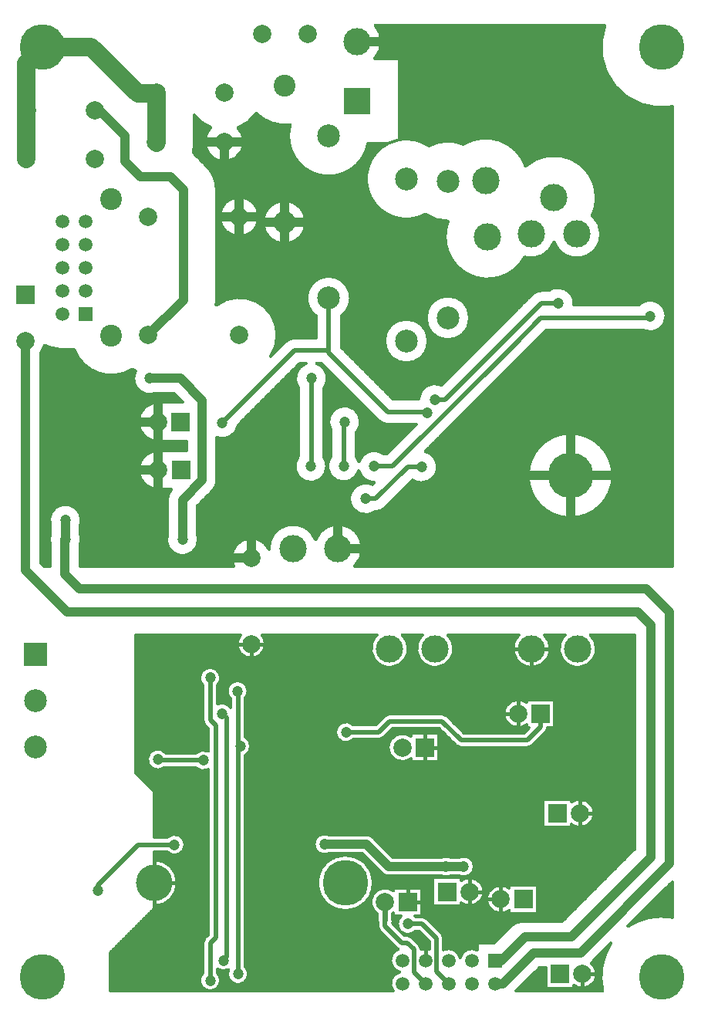
<source format=gbl>
%FSLAX43Y43*%
%MOMM*%
G71*
G01*
G75*
G04 Layer_Physical_Order=2*
%ADD10C,0.300*%
%ADD11R,3.000X4.000*%
%ADD12R,1.800X1.600*%
%ADD13R,1.600X1.800*%
%ADD14O,2.000X1.000*%
%ADD15R,2.000X1.000*%
%ADD16R,4.000X4.000*%
%ADD17R,1.300X1.500*%
%ADD18R,8.000X3.500*%
%ADD19R,1.100X2.150*%
%ADD20R,3.500X2.150*%
%ADD21R,0.600X2.200*%
%ADD22R,0.600X2.200*%
%ADD23R,2.200X0.600*%
%ADD24R,2.200X0.600*%
%ADD25R,4.000X3.000*%
%ADD26R,2.150X0.600*%
%ADD27R,2.150X0.600*%
%ADD28C,1.000*%
%ADD29C,0.600*%
%ADD30C,1.500*%
%ADD31C,0.500*%
%ADD32C,2.000*%
%ADD33C,0.880*%
%ADD34C,0.400*%
%ADD35C,1.500*%
%ADD36R,1.500X1.500*%
%ADD37C,2.000*%
%ADD38C,2.000*%
%ADD39R,2.000X2.000*%
%ADD40C,2.400*%
%ADD41C,5.000*%
%ADD42C,3.000*%
%ADD43C,2.500*%
%ADD44R,2.500X2.500*%
%ADD45C,4.000*%
%ADD46R,3.000X3.000*%
%ADD47C,1.200*%
%ADD48C,1.300*%
D10*
X22650Y4276D02*
G03*
X24600Y3450I800J-826D01*
G01*
X22884Y8116D02*
G03*
X22650Y7550I566J-566D01*
G01*
X22885Y8117D02*
G03*
X22650Y7550I565J-567D01*
G01*
X24600Y3450D02*
G03*
X24250Y4276I-1150J0D01*
G01*
Y4701D02*
G03*
X25463Y4647I650J949D01*
G01*
G03*
X27650Y4150I1037J-497D01*
G01*
G03*
X27300Y4976I-1150J0D01*
G01*
X17303Y11609D02*
G03*
X19844Y14159I-9J2550D01*
G01*
G03*
X17303Y16709I-2550J0D01*
G01*
X18721Y17550D02*
G03*
X20697Y18350I826J800D01*
G01*
G03*
X18721Y19150I-1150J0D01*
G01*
X43595Y13286D02*
G03*
X41797Y10764I-950J-1225D01*
G01*
X41847Y9403D02*
G03*
X42083Y8836I800J0D01*
G01*
X41847Y9403D02*
G03*
X42082Y8837I800J0D01*
G01*
X41344Y14159D02*
G03*
X41344Y14159I-3050J0D01*
G01*
X36466Y19450D02*
G03*
X36466Y17350I-469J-1050D01*
G01*
X42303Y15209D02*
G03*
X43047Y14900I744J741D01*
G01*
X42304Y15207D02*
G03*
X43047Y14900I742J742D01*
G01*
X18609Y28400D02*
G03*
X18413Y26800I-912J-700D01*
G01*
X22650Y32000D02*
G03*
X22885Y31433I800J0D01*
G01*
X22650Y32000D02*
G03*
X22884Y31434I800J0D01*
G01*
X21871Y26800D02*
G03*
X23250Y26592I826J800D01*
G01*
Y28608D02*
G03*
X21871Y28400I-553J-1008D01*
G01*
X25700Y33398D02*
G03*
X24250Y33786I-950J-648D01*
G01*
X24600Y36650D02*
G03*
X22650Y35824I-1150J0D01*
G01*
X24250D02*
G03*
X24600Y36650I-800J826D01*
G01*
X27300Y28140D02*
G03*
X27900Y29150I-550J1010D01*
G01*
G03*
X27300Y30160I-1150J0D01*
G01*
X41339Y19142D02*
G03*
X40597Y19450I-742J-742D01*
G01*
X41340Y19141D02*
G03*
X40597Y19450I-744J-741D01*
G01*
X41950Y29900D02*
G03*
X42516Y30134I0J800D01*
G01*
X41950Y29900D02*
G03*
X42517Y30135I0J800D01*
G01*
X39176Y31500D02*
G03*
X39176Y29900I-826J-800D01*
G01*
X27300Y34425D02*
G03*
X27600Y35200I-850J775D01*
G01*
G03*
X25700Y34328I-1150J0D01*
G01*
X26778Y41353D02*
G03*
X29508Y40348I1180J-1005D01*
G01*
G03*
X29137Y41353I-1550J0D01*
G01*
X43150Y32700D02*
G03*
X42583Y32465I0J-800D01*
G01*
X43150Y32700D02*
G03*
X42584Y32466I0J-800D01*
G01*
X41756Y41353D02*
G03*
X45200Y39850I1394J-1503D01*
G01*
X44260Y4380D02*
G03*
X43541Y2275I278J-1270D01*
G01*
X44108Y6877D02*
G03*
X44260Y4380I430J-1227D01*
G01*
X46600Y6859D02*
G03*
X46365Y7417I-800J-9D01*
G01*
X46600Y6859D02*
G03*
X46366Y7416I-800J-9D01*
G01*
X47500Y6879D02*
G03*
X46600Y6859I-423J-1229D01*
G01*
X45616Y8166D02*
G03*
X45050Y8400I-566J-566D01*
G01*
X44420Y8762D02*
G03*
X45976Y8850I730J888D01*
G01*
X45617Y8165D02*
G03*
X45050Y8400I-567J-565D01*
G01*
X44388Y10511D02*
G03*
X44262Y8920I762J-861D01*
G01*
X47266Y10216D02*
G03*
X46700Y10450I-566J-566D01*
G01*
X47267Y10215D02*
G03*
X46700Y10450I-567J-565D01*
G01*
X50887Y5928D02*
G03*
X49100Y6843I-1270J-278D01*
G01*
X52797Y6782D02*
G03*
X50887Y5928I-640J-1132D01*
G01*
X49100Y8050D02*
G03*
X48865Y8617I-800J0D01*
G01*
X49100Y8050D02*
G03*
X48866Y8616I-800J0D01*
G01*
X57700Y9950D02*
G03*
X56533Y9467I0J-1650D01*
G01*
X51011Y11967D02*
G03*
X53511Y13192I950J1225D01*
G01*
G03*
X51011Y14417I-1550J0D01*
G01*
X48881Y14900D02*
G03*
X49819Y14900I469J1050D01*
G01*
X50831Y14900D02*
G03*
X52450Y15950I469J1050D01*
G01*
X56289Y13583D02*
G03*
X56289Y11133I-950J-1225D01*
G01*
X57700Y9950D02*
G03*
X56533Y9467I0J-1650D01*
G01*
X63384Y2917D02*
G03*
X65884Y4142I950J1225D01*
G01*
G03*
X65293Y5359I-1550J0D01*
G01*
X67456Y7523D02*
G03*
X66539Y2275I5544J-3673D01*
G01*
X74225Y10386D02*
G03*
X69327Y9394I-1225J-6536D01*
G01*
X45489Y30233D02*
G03*
X45489Y27783I-950J-1225D01*
G01*
X49819Y17000D02*
G03*
X48881Y17000I-469J-1050D01*
G01*
X52450Y15950D02*
G03*
X50831Y17000I-1150J0D01*
G01*
X50434Y29234D02*
G03*
X51000Y29000I566J566D01*
G01*
X50433Y29235D02*
G03*
X51000Y29000I567J565D01*
G01*
X49466Y32466D02*
G03*
X48900Y32700I-566J-566D01*
G01*
X49467Y32465D02*
G03*
X48900Y32700I-567J-565D01*
G01*
X45200Y39850D02*
G03*
X44544Y41353I-2050J0D01*
G01*
X46756D02*
G03*
X50200Y39850I1394J-1503D01*
G01*
G03*
X49544Y41353I-2050J0D01*
G01*
X58250Y29000D02*
G03*
X58816Y29234I0J800D01*
G01*
X58250Y29000D02*
G03*
X58817Y29235I0J800D01*
G01*
X58189Y33949D02*
G03*
X58189Y31499I-950J-1225D01*
G01*
X63111Y20567D02*
G03*
X65611Y21792I950J1225D01*
G01*
G03*
X63111Y23017I-1550J0D01*
G01*
X60303Y30722D02*
G03*
X60530Y31174I-565J567D01*
G01*
X60304Y30723D02*
G03*
X60530Y31174I-566J566D01*
G01*
X57356Y41353D02*
G03*
X60800Y39850I1394J-1503D01*
G01*
G03*
X60144Y41353I-2050J0D01*
G01*
X62406D02*
G03*
X65850Y39850I1394J-1503D01*
G01*
G03*
X65194Y41353I-2050J0D01*
G01*
X5900Y52433D02*
G03*
X5850Y51435I1650J-583D01*
G01*
X9150Y51141D02*
G03*
X9300Y51850I-1600J709D01*
G01*
G03*
X9200Y52433I-1750J0D01*
G01*
X9300Y53950D02*
G03*
X5900Y53367I-1750J0D01*
G01*
X9200D02*
G03*
X9300Y53950I-1650J583D01*
G01*
X18750Y52391D02*
G03*
X22150Y51808I1650J-583D01*
G01*
G03*
X22050Y52391I-1750J0D01*
G01*
X19189Y57321D02*
G03*
X18750Y56200I1211J-1121D01*
G01*
X19189Y57321D02*
G03*
X18750Y56200I1211J-1121D01*
G01*
X23717Y57183D02*
G03*
X24200Y58350I-1167J1167D01*
G01*
X23717Y57183D02*
G03*
X24200Y58350I-1167J1167D01*
G01*
X18085Y61592D02*
G03*
X18085Y57350I-350J-2121D01*
G01*
X18065Y66861D02*
G03*
X18065Y62618I-350J-2121D01*
G01*
X29901Y50767D02*
G03*
X26028Y48900I-1944J-919D01*
G01*
X35025Y51797D02*
G03*
X29901Y50767I-2475J-947D01*
G01*
X39295Y48900D02*
G03*
X40150Y50850I-1795J1950D01*
G01*
G03*
X35025Y51797I-2650J0D01*
G01*
X41251Y57881D02*
G03*
X41550Y54900I-751J-1581D01*
G01*
X24200Y63006D02*
G03*
X26532Y64403I600J1644D01*
G01*
X36250Y59850D02*
G03*
X35950Y60830I-1750J0D01*
G01*
X33150Y60964D02*
G03*
X36250Y59850I1350J-1114D01*
G01*
X36700Y60950D02*
G03*
X39767Y59369I1400J-1050D01*
G01*
X39783Y60381D02*
G03*
X39500Y60950I-1683J-481D01*
G01*
Y63578D02*
G03*
X39950Y64750I-1300J1172D01*
G01*
G03*
X36700Y63849I-1750J0D01*
G01*
X15264Y70338D02*
G03*
X17383Y67850I1536J-838D01*
G01*
X4858Y72265D02*
G03*
X5300Y73150I-1650J1378D01*
G01*
G03*
X5850Y72895I1910J3400D01*
G01*
G03*
X7210Y72650I1360J3655D01*
G01*
X8536D02*
G03*
X14881Y70496I4064J1550D01*
G01*
G03*
X15264Y70338I1769J3754D01*
G01*
X24105Y77528D02*
G03*
X24150Y78100I-3605J572D01*
G01*
X24105Y77528D02*
G03*
X24150Y78100I-3605J572D01*
G01*
X30800Y74250D02*
G03*
X24105Y77528I-4150J0D01*
G01*
X30071Y71901D02*
G03*
X30800Y74250I-3421J2349D01*
G01*
X24150Y90200D02*
G03*
X23079Y92783I-3650J0D01*
G01*
X24150Y90200D02*
G03*
X23081Y92781I-3650J0D01*
G01*
X28800Y87250D02*
G03*
X28800Y87250I-2150J0D01*
G01*
X21604Y94258D02*
G03*
X21750Y95350I-4004J1092D01*
G01*
X23534Y97028D02*
G03*
X27152Y95458I1468J-1571D01*
G01*
X21750Y98373D02*
G03*
X23534Y97028I3298J2519D01*
G01*
X27152Y95458D02*
G03*
X26496Y97003I-2150J0D01*
G01*
G03*
X28504Y98595I-1449J3889D01*
G01*
X33967Y71150D02*
G03*
X33150Y68450I583J-1650D01*
G01*
X36300Y69500D02*
G03*
X35133Y71150I-1750J0D01*
G01*
X32700Y73950D02*
G03*
X31710Y73540I0J-1400D01*
G01*
X32700Y73950D02*
G03*
X31710Y73540I0J-1400D01*
G01*
X35950Y68450D02*
G03*
X36300Y69500I-1400J1050D01*
G01*
X37858Y76363D02*
G03*
X38858Y78313I-1400J1949D01*
G01*
X33950Y86650D02*
G03*
X33950Y86650I-2350J0D01*
G01*
X28504Y98595D02*
G03*
X32240Y97347I3096J3055D01*
G01*
G03*
X40786Y95300I4217J-1255D01*
G01*
X38858Y78313D02*
G03*
X35058Y76363I-2400J0D01*
G01*
X41650Y54900D02*
G03*
X42640Y55310I0J1400D01*
G01*
X41650Y54900D02*
G03*
X42640Y55310I0J1400D01*
G01*
X39767Y59369D02*
G03*
X41470Y58100I1683J481D01*
G01*
X42500Y61250D02*
G03*
X39783Y60381I-1050J-1400D01*
G01*
X41960Y64860D02*
G03*
X42950Y64450I990J990D01*
G01*
X41960Y64860D02*
G03*
X42950Y64450I990J990D01*
G01*
X45676Y58346D02*
G03*
X48400Y59800I974J1454D01*
G01*
G03*
X47077Y61497I-1750J0D01*
G01*
X48851Y68781D02*
G03*
X46351Y67251I-751J-1581D01*
G01*
X47392Y73607D02*
G03*
X47392Y73607I-2400J0D01*
G01*
X67650Y58850D02*
G03*
X67650Y58850I-4650J0D01*
G01*
X51950Y76150D02*
G03*
X51950Y76150I-2400J0D01*
G01*
X47076Y87512D02*
G03*
X49572Y86750I2474J3638D01*
G01*
G03*
X57970Y82802I4328J-1700D01*
G01*
X59800Y79150D02*
G03*
X58810Y78740I0J-1400D01*
G01*
X59800Y79150D02*
G03*
X58810Y78740I0J-1400D01*
G01*
X57970Y82802D02*
G03*
X61197Y84471I727J2548D01*
G01*
X42980Y95300D02*
G03*
X47076Y87512I2012J-3913D01*
G01*
X51256Y95206D02*
G03*
X47467Y95026I-1706J-4056D01*
G01*
G03*
X44250Y95724I-2474J-3638D01*
G01*
G03*
X42980Y95300I742J-4337D01*
G01*
X41497Y104600D02*
G03*
X42250Y106450I-1897J1850D01*
G01*
G03*
X41568Y108225I-2650J0D01*
G01*
X58083Y92803D02*
G03*
X51256Y95206I-4383J-1553D01*
G01*
X63389Y77550D02*
G03*
X63400Y77750I-1739J200D01*
G01*
G03*
X60600Y79150I-1750J0D01*
G01*
X61197Y84471D02*
G03*
X66347Y85350I2500J879D01*
G01*
X71041Y74750D02*
G03*
X73500Y76350I709J1600D01*
G01*
G03*
X70476Y77550I-1750J0D01*
G01*
X66347Y85350D02*
G03*
X65406Y87375I-2650J0D01*
G01*
G03*
X65847Y89350I-4210J1975D01*
G01*
G03*
X58083Y92803I-4650J0D01*
G01*
X66788Y108225D02*
G03*
X74225Y99314I6211J-2375D01*
G01*
X12503Y2275D02*
Y6503D01*
X12597Y2275D02*
Y6597D01*
X12697Y2275D02*
Y6697D01*
X12797Y2275D02*
Y6797D01*
X12897Y2275D02*
Y6897D01*
X12997Y2275D02*
Y6997D01*
X13097Y2275D02*
Y7097D01*
X13197Y2275D02*
Y7197D01*
X13297Y2275D02*
Y7297D01*
X13397Y2275D02*
Y7397D01*
X13497Y2275D02*
Y7497D01*
X13597Y2275D02*
Y7597D01*
X13697Y2275D02*
Y7697D01*
X13797Y2275D02*
Y7797D01*
X13897Y2275D02*
Y7897D01*
X13997Y2275D02*
Y7997D01*
X14097Y2275D02*
Y8097D01*
X14197Y2275D02*
Y8197D01*
X14297Y2275D02*
Y8297D01*
X14397Y2275D02*
Y8397D01*
X14497Y2275D02*
Y8497D01*
X14597Y2275D02*
Y8597D01*
X14697Y2275D02*
Y8697D01*
X14797Y2275D02*
Y8797D01*
X14897Y2275D02*
Y8897D01*
X14997Y2275D02*
Y8997D01*
X12503Y2550D02*
X22734D01*
X12503Y2350D02*
X23115D01*
X12503Y2450D02*
X22882D01*
X12503Y2850D02*
X22469D01*
X12503Y2650D02*
X22624D01*
X12503Y2750D02*
X22538D01*
X12503Y3050D02*
X22372D01*
X12503Y2950D02*
X22414D01*
X12503Y3150D02*
X22340D01*
X12503Y3350D02*
X22304D01*
X12503Y3450D02*
X22300D01*
X12503Y3250D02*
X22318D01*
X12503Y3550D02*
X22304D01*
X12503Y3650D02*
X22318D01*
X12503Y3750D02*
X22340D01*
X12503Y3850D02*
X22372D01*
X12503Y3950D02*
X22414D01*
X12503Y4050D02*
X22469D01*
X12503Y4150D02*
X22538D01*
X12503Y4250D02*
X22624D01*
X15097Y2275D02*
Y9097D01*
X15197Y2275D02*
Y9197D01*
X15297Y2275D02*
Y9297D01*
X15397Y2275D02*
Y9397D01*
X15497Y2275D02*
Y9497D01*
X15597Y2275D02*
Y9597D01*
X15697Y2275D02*
Y9697D01*
X12503Y4350D02*
X22650D01*
X12503Y4450D02*
X22650D01*
X12503Y4550D02*
X22650D01*
X12503Y4650D02*
X22650D01*
X12503Y4750D02*
X22650D01*
X12503Y4850D02*
X22650D01*
X12503Y4950D02*
X22650D01*
X12503Y5050D02*
X22650D01*
X12503Y5150D02*
X22650D01*
X12503Y5250D02*
X22650D01*
X12503Y5350D02*
X22650D01*
X12503Y5450D02*
X22650D01*
X12503Y5550D02*
X22650D01*
X12503Y5650D02*
X22650D01*
X12503Y5750D02*
X22650D01*
X12503Y5850D02*
X22650D01*
X12503Y5950D02*
X22650D01*
X12503Y6050D02*
X22650D01*
X12503Y6150D02*
X22650D01*
X12503Y6250D02*
X22650D01*
X12503Y6503D02*
X17303Y11303D01*
X12503Y6350D02*
X22650D01*
X12503Y6450D02*
X22650D01*
X12550Y6550D02*
X22650D01*
X12650Y6650D02*
X22650D01*
X12750Y6750D02*
X22650D01*
X12850Y6850D02*
X22650D01*
X12950Y6950D02*
X22650D01*
X13050Y7050D02*
X22650D01*
X13150Y7150D02*
X22650D01*
X13250Y7250D02*
X22650D01*
X13350Y7350D02*
X22650D01*
X13450Y7450D02*
X22650D01*
X13550Y7550D02*
X22650D01*
X13650Y7650D02*
X22656D01*
X13750Y7750D02*
X22675D01*
X13850Y7850D02*
X22708D01*
X13950Y7950D02*
X22757D01*
X14050Y8050D02*
X22825D01*
X14150Y8150D02*
X22919D01*
X14250Y8250D02*
X23019D01*
X14350Y8350D02*
X23119D01*
X14450Y8450D02*
X23219D01*
X14550Y8550D02*
X23250D01*
X14650Y8650D02*
X23250D01*
X14750Y8750D02*
X23250D01*
X14850Y8850D02*
X23250D01*
X14950Y8950D02*
X23250D01*
X15050Y9050D02*
X23250D01*
X15150Y9150D02*
X23250D01*
X15250Y9250D02*
X23250D01*
X15350Y9350D02*
X23250D01*
X15450Y9450D02*
X23250D01*
X15550Y9550D02*
X23250D01*
X15797Y2275D02*
Y9797D01*
X15897Y2275D02*
Y9897D01*
X15997Y2275D02*
Y9997D01*
X16097Y2275D02*
Y10097D01*
X22397Y2275D02*
Y2988D01*
X16197Y2275D02*
Y10197D01*
X22497Y2275D02*
Y2807D01*
X22697Y2275D02*
Y2581D01*
X22597Y2275D02*
Y2679D01*
X24197Y2275D02*
Y2576D01*
X24297Y2275D02*
Y2672D01*
X24397Y2275D02*
Y2797D01*
X24497Y2275D02*
Y2974D01*
X16297Y2275D02*
Y10297D01*
X16397Y2275D02*
Y10397D01*
X16497Y2275D02*
Y10497D01*
X16597Y2275D02*
Y10597D01*
X16697Y2275D02*
Y10697D01*
X16797Y2275D02*
Y10797D01*
X16897Y2275D02*
Y10897D01*
X16997Y2275D02*
Y10997D01*
X17097Y2275D02*
Y11097D01*
X17197Y2275D02*
Y11197D01*
X17297Y2275D02*
Y11297D01*
X17397Y2275D02*
Y11611D01*
X17497Y2275D02*
Y11617D01*
X17597Y2275D02*
Y11627D01*
X25897Y2275D02*
Y3171D01*
X25997Y2275D02*
Y3116D01*
X26097Y2275D02*
Y3073D01*
X26197Y2275D02*
Y3041D01*
X26297Y2275D02*
Y3018D01*
X26397Y2275D02*
Y3005D01*
X26497Y2275D02*
Y3000D01*
X26597Y2275D02*
Y3004D01*
X26697Y2275D02*
Y3017D01*
X26797Y2275D02*
Y3039D01*
X26897Y2275D02*
Y3071D01*
X26997Y2275D02*
Y3113D01*
X27097Y2275D02*
Y3167D01*
X24597Y2275D02*
Y3365D01*
X24697Y2275D02*
Y4518D01*
X24797Y2275D02*
Y4505D01*
X24897Y2275D02*
Y4500D01*
X24997Y2275D02*
Y4504D01*
X25097Y2275D02*
Y4517D01*
X25197Y2275D02*
Y4539D01*
X25397Y2275D02*
Y3825D01*
X25297Y2275D02*
Y4571D01*
X25597Y2275D02*
Y3438D01*
X25497Y2275D02*
Y3588D01*
X25797Y2275D02*
Y3240D01*
X25697Y2275D02*
Y3327D01*
X15650Y9650D02*
X23250D01*
X15750Y9750D02*
X23250D01*
X15850Y9850D02*
X23250D01*
X15950Y9950D02*
X23250D01*
X16050Y10050D02*
X23250D01*
X16150Y10150D02*
X23250D01*
X22650Y4276D02*
Y7550D01*
X24397Y4103D02*
Y4616D01*
X24297Y4228D02*
Y4671D01*
X24250Y4276D02*
Y4701D01*
X22885Y8117D02*
X23250Y8481D01*
X16250Y10250D02*
X23250D01*
X16350Y10350D02*
X23250D01*
X16450Y10450D02*
X23250D01*
X16550Y10550D02*
X23250D01*
X16650Y10650D02*
X23250D01*
X16750Y10750D02*
X23250D01*
X16850Y10850D02*
X23250D01*
X16950Y10950D02*
X23250D01*
X17050Y11050D02*
X23250D01*
X17150Y11150D02*
X23250D01*
X17250Y11250D02*
X23250D01*
X17303Y11303D02*
Y11609D01*
Y11350D02*
X23250D01*
X17303Y11450D02*
X23250D01*
X24582Y3250D02*
X25784D01*
X24528Y3050D02*
X26165D01*
X24560Y3150D02*
X25932D01*
X24596Y3550D02*
X25519D01*
X24596Y3350D02*
X25674D01*
X24600Y3450D02*
X25588D01*
X27197Y2275D02*
Y3235D01*
X27297Y2275D02*
Y3321D01*
X27397Y2275D02*
Y3430D01*
X24583Y3650D02*
X25464D01*
X24560Y3750D02*
X25422D01*
X27497Y2275D02*
Y3577D01*
X27597Y2275D02*
Y3804D01*
X24431Y4050D02*
X25354D01*
X24276Y4250D02*
X25354D01*
X24250Y4350D02*
X25368D01*
X24250Y4550D02*
X24565D01*
X24250Y4450D02*
X25390D01*
X24597Y3535D02*
Y4541D01*
X24528Y3850D02*
X25390D01*
X24486Y3950D02*
X25368D01*
X24497Y3926D02*
Y4573D01*
X24362Y4150D02*
X25350D01*
X17697Y2275D02*
Y11641D01*
X17797Y2275D02*
Y11659D01*
X17897Y2275D02*
Y11681D01*
X17997Y2275D02*
Y11708D01*
X18097Y2275D02*
Y11739D01*
X18197Y2275D02*
Y11774D01*
X18297Y2275D02*
Y11814D01*
X18397Y2275D02*
Y11860D01*
X18497Y2275D02*
Y11910D01*
X18597Y2275D02*
Y11967D01*
X18697Y2275D02*
Y12029D01*
X18797Y2275D02*
Y12099D01*
X18897Y2275D02*
Y12175D01*
X18997Y2275D02*
Y12261D01*
X19097Y2275D02*
Y12355D01*
X19197Y2275D02*
Y12461D01*
X19297Y2275D02*
Y12580D01*
X19397Y2275D02*
Y12716D01*
X19497Y2275D02*
Y12874D01*
X19597Y2275D02*
Y13063D01*
X19697Y2275D02*
Y13304D01*
X19797Y2275D02*
Y13669D01*
X17303Y11550D02*
X23250D01*
X17749Y11650D02*
X23250D01*
X18130Y11750D02*
X23250D01*
X18376Y11850D02*
X23250D01*
X18568Y11950D02*
X23250D01*
X18728Y12050D02*
X23250D01*
X18865Y12150D02*
X23250D01*
X18985Y12250D02*
X23250D01*
X19091Y12350D02*
X23250D01*
X19187Y12450D02*
X23250D01*
X19273Y12550D02*
X23250D01*
X19350Y12650D02*
X23250D01*
X19420Y12750D02*
X23250D01*
X19483Y12850D02*
X23250D01*
X19540Y12950D02*
X23250D01*
X19591Y13050D02*
X23250D01*
X19636Y13150D02*
X23250D01*
X19677Y13250D02*
X23250D01*
X19713Y13350D02*
X23250D01*
X19744Y13450D02*
X23250D01*
X19771Y13550D02*
X23250D01*
X19793Y13650D02*
X23250D01*
X19811Y13750D02*
X23250D01*
X19775Y14750D02*
X23250D01*
X19749Y14850D02*
X23250D01*
X19719Y14950D02*
X23250D01*
X17303Y16709D02*
Y17550D01*
X17397Y16707D02*
Y17550D01*
X17497Y16701D02*
Y17550D01*
X17303Y17450D02*
X18831D01*
X17303Y17250D02*
X19211D01*
X17303Y17350D02*
X18979D01*
X19197Y15857D02*
Y17254D01*
X19297Y15738D02*
Y17227D01*
X19397Y15602D02*
Y17210D01*
X18897Y16143D02*
Y17401D01*
X18797Y16220D02*
Y17478D01*
X18997Y16058D02*
Y17340D01*
X19097Y15963D02*
Y17292D01*
X17797Y16659D02*
Y17550D01*
X17897Y16637D02*
Y17550D01*
X17997Y16610D02*
Y17550D01*
X17597Y16691D02*
Y17550D01*
X17697Y16677D02*
Y17550D01*
X17303D02*
X18721D01*
X17303D02*
X18721D01*
X18497Y16408D02*
Y17550D01*
X18597Y16351D02*
Y17550D01*
X18697Y16289D02*
Y17550D01*
X18097Y16580D02*
Y17550D01*
X18197Y16544D02*
Y17550D01*
X18297Y16504D02*
Y17550D01*
X18397Y16459D02*
Y17550D01*
X19287Y15750D02*
X23250D01*
X19203Y15850D02*
X23250D01*
X19110Y15950D02*
X23250D01*
X19005Y16050D02*
X23250D01*
X18888Y16150D02*
X23250D01*
X18754Y16250D02*
X23250D01*
X19684Y15050D02*
X23250D01*
X19644Y15150D02*
X23250D01*
X19599Y15250D02*
X23250D01*
X19549Y15350D02*
X23250D01*
X19494Y15450D02*
X23250D01*
X19432Y15550D02*
X23250D01*
X19363Y15650D02*
X23250D01*
X18181Y16550D02*
X23250D01*
X17841Y16650D02*
X23250D01*
X17303Y16750D02*
X23250D01*
X17303Y16850D02*
X23250D01*
X17303Y16950D02*
X23250D01*
X17303Y17050D02*
X23250D01*
X17303Y17150D02*
X23250D01*
X19497Y15444D02*
Y17201D01*
X19597Y15255D02*
Y17201D01*
X19697Y15014D02*
Y17210D01*
X18600Y16350D02*
X23250D01*
X18415Y16450D02*
X23250D01*
X19897Y2275D02*
Y17254D01*
X19997Y2275D02*
Y17292D01*
X20097Y2275D02*
Y17340D01*
X20197Y2275D02*
Y17401D01*
X20297Y2275D02*
Y17478D01*
X20397Y2275D02*
Y17575D01*
X20497Y2275D02*
Y17702D01*
X20597Y2275D02*
Y17881D01*
X21897Y2275D02*
Y26774D01*
X21997Y2275D02*
Y26688D01*
X22097Y2275D02*
Y26619D01*
X22297Y2275D02*
Y26522D01*
X22197Y2275D02*
Y26564D01*
X20697Y2275D02*
Y26800D01*
X20797Y2275D02*
Y26800D01*
X20897Y2275D02*
Y26800D01*
X20997Y2275D02*
Y26800D01*
X21097Y2275D02*
Y26800D01*
X21197Y2275D02*
Y26800D01*
X21297Y2275D02*
Y26800D01*
X21397Y2275D02*
Y26800D01*
X21497Y2275D02*
Y26800D01*
X21597Y2275D02*
Y26800D01*
X21697Y2275D02*
Y26800D01*
X21797Y2275D02*
Y26800D01*
X27697Y2275D02*
Y28497D01*
X27797Y2275D02*
Y28674D01*
X27897Y2275D02*
Y29067D01*
X27997Y2275D02*
Y38798D01*
X28097Y2275D02*
Y38804D01*
X28197Y2275D02*
Y38816D01*
X28297Y2275D02*
Y38835D01*
X28397Y2275D02*
Y38861D01*
X28497Y2275D02*
Y38895D01*
X28597Y2275D02*
Y38936D01*
X28697Y2275D02*
Y38985D01*
X28797Y2275D02*
Y39045D01*
X28897Y2275D02*
Y39115D01*
X28997Y2275D02*
Y39198D01*
X29097Y2275D02*
Y39297D01*
X29197Y2275D02*
Y39417D01*
X29297Y2275D02*
Y39567D01*
X29397Y2275D02*
Y39772D01*
X29497Y2275D02*
Y40166D01*
X29597Y2275D02*
Y41353D01*
X29697Y2275D02*
Y41353D01*
X29797Y2275D02*
Y41353D01*
X29897Y2275D02*
Y41353D01*
X29997Y2275D02*
Y41353D01*
X30097Y2275D02*
Y41353D01*
X30197Y2275D02*
Y41353D01*
X30297Y2275D02*
Y41353D01*
X30397Y2275D02*
Y41353D01*
X30497Y2275D02*
Y41353D01*
X19826Y13850D02*
X23250D01*
X19836Y13950D02*
X23250D01*
X19842Y14050D02*
X23250D01*
X19844Y14150D02*
X23250D01*
X19843Y14250D02*
X23250D01*
X19837Y14350D02*
X23250D01*
X19828Y14450D02*
X23250D01*
X19814Y14550D02*
X23250D01*
X19797Y14650D02*
X23250D01*
X19797Y14650D02*
Y17227D01*
X19882Y17250D02*
X23250D01*
X20115Y17350D02*
X23250D01*
X20263Y17450D02*
X23250D01*
X22397Y3912D02*
Y26490D01*
X22497Y4093D02*
Y26468D01*
X22597Y4221D02*
Y26454D01*
X20373Y17550D02*
X23250D01*
X20597Y18819D02*
Y26800D01*
X20459Y17650D02*
X23250D01*
X20528Y17750D02*
X23250D01*
X22697Y7820D02*
Y26450D01*
X22797Y8012D02*
Y26454D01*
X22897Y8128D02*
Y26468D01*
X22997Y8228D02*
Y26490D01*
X23097Y8328D02*
Y26522D01*
X23197Y8428D02*
Y26564D01*
X23250Y8481D02*
Y26592D01*
X20582Y17850D02*
X23250D01*
X20625Y17950D02*
X23250D01*
X20657Y18050D02*
X23250D01*
X20679Y18150D02*
X23250D01*
X20692Y18250D02*
X23250D01*
X20582Y18850D02*
X23250D01*
X20697Y18350D02*
X23250D01*
X27300Y4976D02*
Y28140D01*
X27397Y4870D02*
Y28199D01*
X20692Y18450D02*
X23250D01*
X20679Y18550D02*
X23250D01*
X20657Y18650D02*
X23250D01*
X20625Y18750D02*
X23250D01*
X30597Y2275D02*
Y41353D01*
X30697Y2275D02*
Y41353D01*
X30797Y2275D02*
Y41353D01*
X27497Y4723D02*
Y28275D01*
X27597Y4496D02*
Y28372D01*
X30897Y2275D02*
Y41353D01*
X30997Y2275D02*
Y41353D01*
X31097Y2275D02*
Y41353D01*
X31197Y2275D02*
Y41353D01*
X31297Y2275D02*
Y41353D01*
X31397Y2275D02*
Y41353D01*
X31497Y2275D02*
Y41353D01*
X31597Y2275D02*
Y41353D01*
X31697Y2275D02*
Y41353D01*
X24166Y2550D02*
X43364D01*
X24276Y2650D02*
X43322D01*
X24362Y2750D02*
X43288D01*
X24431Y2850D02*
X43264D01*
X24486Y2950D02*
X43247D01*
X26835Y3050D02*
X43239D01*
X27068Y3150D02*
X43238D01*
X27216Y3250D02*
X43245D01*
X27326Y3350D02*
X43260D01*
X27412Y3450D02*
X43283D01*
X27481Y3550D02*
X43314D01*
X27536Y3650D02*
X43355D01*
X27300Y5150D02*
X43337D01*
X27300Y5350D02*
X43273D01*
X27300Y5250D02*
X43301D01*
X27300Y5450D02*
X43253D01*
X27300Y5550D02*
X43241D01*
X27300Y5650D02*
X43237D01*
X27300Y5750D02*
X43241D01*
X27300Y5850D02*
X43253D01*
X27300Y5950D02*
X43272D01*
X27300Y6050D02*
X43300D01*
X27300Y7750D02*
X43169D01*
X27300Y7850D02*
X43069D01*
X27300Y6150D02*
X43337D01*
X27300Y7650D02*
X43269D01*
X24018Y2450D02*
X43417D01*
X12503Y2275D02*
X43541D01*
X23785Y2350D02*
X43483D01*
X27326Y4950D02*
X43442D01*
X27481Y4750D02*
X43599D01*
X27412Y4850D02*
X43513D01*
X27578Y3750D02*
X43406D01*
X27610Y3850D02*
X43469D01*
X27632Y3950D02*
X43545D01*
X27646Y4050D02*
X43639D01*
X27650Y4150D02*
X43757D01*
X27578Y4550D02*
X43845D01*
X27536Y4650D02*
X43707D01*
X27300Y5050D02*
X43384D01*
X27300Y6250D02*
X43384D01*
X27300Y6350D02*
X43442D01*
X27300Y6450D02*
X43513D01*
X27300Y6550D02*
X43599D01*
X27300Y6650D02*
X43707D01*
X27300Y6750D02*
X43844D01*
X27300Y7150D02*
X43769D01*
X27300Y6850D02*
X44037D01*
X27300Y7050D02*
X43869D01*
X27300Y7450D02*
X43469D01*
X27300Y7550D02*
X43369D01*
X27300Y7250D02*
X43669D01*
X27300Y7350D02*
X43569D01*
X27300Y11150D02*
X37797D01*
X27300Y10950D02*
X41565D01*
X27300Y11050D02*
X41471D01*
X27300Y11450D02*
X36893D01*
X27300Y11250D02*
X37378D01*
X27300Y11350D02*
X37107D01*
X27300Y11750D02*
X36424D01*
X27300Y11550D02*
X36715D01*
X27300Y11650D02*
X36561D01*
X27300Y12050D02*
X36091D01*
X27300Y12150D02*
X36000D01*
X27300Y11850D02*
X36302D01*
X27300Y11950D02*
X36192D01*
X27300Y12450D02*
X35768D01*
X27300Y12250D02*
X35916D01*
X27300Y12350D02*
X35839D01*
X27300Y12750D02*
X35590D01*
X27300Y12850D02*
X35540D01*
X27300Y12550D02*
X35704D01*
X27300Y12650D02*
X35644D01*
X27300Y13050D02*
X35453D01*
X27300Y12950D02*
X35494D01*
X27300Y13150D02*
X35416D01*
X27300Y13350D02*
X35354D01*
X27300Y13450D02*
X35328D01*
X27300Y13250D02*
X35383D01*
X27300Y13550D02*
X35306D01*
X27300Y8150D02*
X42769D01*
X27300Y7950D02*
X42969D01*
X27300Y8050D02*
X42869D01*
X27300Y8450D02*
X42469D01*
X27300Y8250D02*
X42669D01*
X27300Y8350D02*
X42569D01*
X27300Y8750D02*
X42169D01*
X27300Y8550D02*
X42369D01*
X27300Y8650D02*
X42269D01*
X27300Y9050D02*
X41929D01*
X27300Y9150D02*
X41888D01*
X27300Y8850D02*
X42069D01*
X27300Y8950D02*
X41988D01*
X27300Y9250D02*
X41862D01*
X27300Y9350D02*
X41849D01*
X27300Y9450D02*
X41847D01*
X27300Y9550D02*
X41847D01*
X27300Y9650D02*
X41847D01*
X27300Y9750D02*
X41847D01*
X27300Y10150D02*
X41797D01*
X27300Y10250D02*
X41797D01*
X27300Y10350D02*
X41797D01*
X27300Y10450D02*
X41797D01*
X27300Y10550D02*
X41797D01*
X27300Y10850D02*
X41678D01*
X27300Y10650D02*
X41797D01*
X27300Y10750D02*
X41797D01*
X36597Y2275D02*
Y11625D01*
X36897Y2275D02*
Y11448D01*
X36797Y2275D02*
Y11502D01*
X36997Y2275D02*
Y11399D01*
X37097Y2275D02*
Y11354D01*
X37197Y2275D02*
Y11313D01*
X37297Y2275D02*
Y11277D01*
X37397Y2275D02*
Y11244D01*
X37497Y2275D02*
Y11215D01*
X37597Y2275D02*
Y11190D01*
X37697Y2275D02*
Y11168D01*
X37797Y2275D02*
Y11150D01*
X37897Y2275D02*
Y11135D01*
X35297Y2275D02*
Y13596D01*
X35497Y2275D02*
Y12944D01*
X35397Y2275D02*
Y13207D01*
X35697Y2275D02*
Y12561D01*
X35597Y2275D02*
Y12736D01*
X35897Y2275D02*
Y12274D01*
X35797Y2275D02*
Y12409D01*
X35997Y2275D02*
Y12153D01*
X36197Y2275D02*
Y11945D01*
X36097Y2275D02*
Y12044D01*
X36397Y2275D02*
Y11771D01*
X36297Y2275D02*
Y11854D01*
X36697Y2275D02*
Y11561D01*
X36497Y2275D02*
Y11695D01*
X37997Y2275D02*
Y11124D01*
X38097Y2275D02*
Y11115D01*
X38197Y2275D02*
Y11111D01*
X38297Y2275D02*
Y11109D01*
X38397Y2275D02*
Y11111D01*
X38497Y2275D02*
Y11116D01*
X38597Y2275D02*
Y11124D01*
X38697Y2275D02*
Y11136D01*
X38797Y2275D02*
Y11151D01*
X38897Y2275D02*
Y11169D01*
X38997Y2275D02*
Y11191D01*
X39097Y2275D02*
Y11217D01*
X39197Y2275D02*
Y11246D01*
X39297Y2275D02*
Y11278D01*
X39397Y2275D02*
Y11315D01*
X39497Y2275D02*
Y11356D01*
X39597Y2275D02*
Y11401D01*
X39697Y2275D02*
Y11451D01*
X39797Y2275D02*
Y11505D01*
X39897Y2275D02*
Y11564D01*
X39997Y2275D02*
Y11628D01*
X40097Y2275D02*
Y11699D01*
X40197Y2275D02*
Y11775D01*
X40297Y2275D02*
Y11858D01*
X40397Y2275D02*
Y11949D01*
X40497Y2275D02*
Y12049D01*
X40597Y2275D02*
Y12159D01*
X39482Y11350D02*
X41268D01*
X38792Y11150D02*
X41392D01*
X39210Y11250D02*
X41325D01*
X39874Y11550D02*
X41182D01*
X39695Y11450D02*
X41221D01*
X40028Y11650D02*
X41151D01*
X41197Y2275D02*
Y11510D01*
X41397Y2275D02*
Y11143D01*
X41297Y2275D02*
Y11297D01*
X40287Y11850D02*
X41110D01*
X40397Y11950D02*
X41099D01*
X41497Y2275D02*
Y11020D01*
X40165Y11750D02*
X41127D01*
X40697Y2275D02*
Y12280D01*
X40498Y12050D02*
X41095D01*
X40797Y2275D02*
Y12415D01*
X40589Y12150D02*
X41098D01*
X40673Y12250D02*
X41107D01*
X40750Y12350D02*
X41122D01*
X40821Y12450D02*
X41145D01*
X40897Y2275D02*
Y12568D01*
X41097Y2275D02*
Y11993D01*
X40997Y2275D02*
Y12745D01*
X41097Y12130D02*
Y12955D01*
X41197Y12613D02*
Y13222D01*
X41136Y13050D02*
X41451D01*
X41297Y12826D02*
Y13622D01*
X41997Y2275D02*
Y8937D01*
X27646Y4250D02*
X43912D01*
X42097Y2275D02*
Y8822D01*
X42083Y8836D02*
X43883Y7035D01*
X27632Y4350D02*
X44147D01*
X27610Y4450D02*
X44038D01*
X42197Y2275D02*
Y8722D01*
X42397Y2275D02*
Y8522D01*
X42297Y2275D02*
Y8622D01*
X42597Y2275D02*
Y8322D01*
X42497Y2275D02*
Y8422D01*
X42797Y2275D02*
Y8122D01*
X42697Y2275D02*
Y8222D01*
X41597Y2275D02*
Y10920D01*
X41173Y13150D02*
X41542D01*
X41206Y13250D02*
X41650D01*
X41235Y13350D02*
X41784D01*
X41261Y13450D02*
X41957D01*
X41283Y13550D02*
X42213D01*
X41697Y2275D02*
Y10835D01*
X41897Y2275D02*
Y9126D01*
X41797Y2275D02*
Y10599D01*
X41847Y9403D02*
Y9813D01*
X41797Y10764D02*
X41797Y10099D01*
X31797Y2275D02*
Y41353D01*
X31897Y2275D02*
Y41353D01*
X31997Y2275D02*
Y41353D01*
X32097Y2275D02*
Y41353D01*
X32197Y2275D02*
Y41353D01*
X32297Y2275D02*
Y41353D01*
X32397Y2275D02*
Y41353D01*
X32497Y2275D02*
Y41353D01*
X32597Y2275D02*
Y41353D01*
X32697Y2275D02*
Y41353D01*
X32797Y2275D02*
Y41353D01*
X32897Y2275D02*
Y41353D01*
X32997Y2275D02*
Y41353D01*
X33097Y2275D02*
Y41353D01*
X33197Y2275D02*
Y41353D01*
X33297Y2275D02*
Y41353D01*
X33397Y2275D02*
Y41353D01*
X33497Y2275D02*
Y41353D01*
X33597Y2275D02*
Y41353D01*
X33697Y2275D02*
Y41353D01*
X33797Y2275D02*
Y41353D01*
X33897Y2275D02*
Y41353D01*
X33997Y2275D02*
Y41353D01*
X34097Y2275D02*
Y41353D01*
X34197Y2275D02*
Y41353D01*
X34297Y2275D02*
Y41353D01*
X34397Y2275D02*
Y41353D01*
X27300Y13650D02*
X35287D01*
X27300Y13750D02*
X35272D01*
X27300Y13850D02*
X35260D01*
X27300Y13950D02*
X35252D01*
X27300Y14050D02*
X35246D01*
X27300Y14150D02*
X35244D01*
X27300Y14250D02*
X35246D01*
X27300Y14350D02*
X35250D01*
X27300Y14450D02*
X35258D01*
X27300Y14550D02*
X35270D01*
X27300Y14650D02*
X35284D01*
X27300Y14750D02*
X35302D01*
X27300Y14850D02*
X35324D01*
X34497Y2275D02*
Y41353D01*
X34597Y2275D02*
Y41353D01*
X34697Y2275D02*
Y41353D01*
X27300Y14950D02*
X35349D01*
X34797Y2275D02*
Y41353D01*
X27300Y15050D02*
X35377D01*
X27300Y15150D02*
X35410D01*
X34897Y2275D02*
Y18065D01*
X35097Y2275D02*
Y17684D01*
X34997Y2275D02*
Y17832D01*
X35297Y14722D02*
Y17488D01*
X35197Y2275D02*
Y17574D01*
X35397Y15111D02*
Y17419D01*
X27300Y15250D02*
X35446D01*
X27300Y15350D02*
X35487D01*
X27300Y15450D02*
X35531D01*
X27300Y15550D02*
X35580D01*
X27300Y15650D02*
X35634D01*
X27300Y15750D02*
X35692D01*
X35497Y15374D02*
Y17364D01*
X35597Y15582D02*
Y17322D01*
X35697Y15757D02*
Y17290D01*
X27300Y17450D02*
X35349D01*
X27300Y17550D02*
X35222D01*
X27300Y15850D02*
X35756D01*
X27300Y17350D02*
X35528D01*
X27300Y17850D02*
X34987D01*
X27300Y17650D02*
X35125D01*
X27300Y17750D02*
X35048D01*
X27300Y18150D02*
X34874D01*
X27300Y18250D02*
X34857D01*
X27300Y17950D02*
X34939D01*
X27300Y18050D02*
X34901D01*
X27300Y18350D02*
X34848D01*
X27300Y18450D02*
X34848D01*
X27300Y18550D02*
X34857D01*
X27300Y18650D02*
X34874D01*
X27300Y18750D02*
X34901D01*
X27300Y18850D02*
X34938D01*
X34897Y18735D02*
Y41353D01*
X27300Y15950D02*
X35826D01*
X27300Y16050D02*
X35901D01*
X27300Y16150D02*
X35984D01*
X27300Y16250D02*
X36074D01*
X27300Y16350D02*
X36172D01*
X27300Y16450D02*
X36281D01*
X27300Y16550D02*
X36401D01*
X27300Y16650D02*
X36534D01*
X27300Y16750D02*
X36685D01*
X27300Y16850D02*
X36858D01*
X27300Y16950D02*
X37064D01*
X27300Y17050D02*
X37322D01*
X27300Y17150D02*
X37696D01*
X35797Y15910D02*
Y17267D01*
X35897Y16044D02*
Y17254D01*
X35997Y16165D02*
Y17250D01*
X36097Y16274D02*
Y17254D01*
X36197Y16373D02*
Y17267D01*
X27300Y17250D02*
X40262D01*
X36297Y16464D02*
Y17290D01*
X36397Y16547D02*
Y17322D01*
X36497Y16623D02*
Y17350D01*
X36597Y16693D02*
Y17350D01*
X36697Y16757D02*
Y17350D01*
X36466D02*
X40162D01*
X36466Y17350D02*
X40162D01*
X41009Y15550D02*
X41962D01*
X41102Y15350D02*
X42162D01*
X41058Y15450D02*
X42062D01*
X40833Y15850D02*
X41662D01*
X40955Y15650D02*
X41862D01*
X40897Y15750D02*
X41762D01*
X41597Y13203D02*
Y15915D01*
X41797Y13358D02*
Y15715D01*
X41697Y13287D02*
Y15815D01*
X41997Y13469D02*
Y15515D01*
X41897Y13419D02*
Y15615D01*
X42197Y13545D02*
Y15315D01*
X42097Y13511D02*
Y15415D01*
X40797Y15903D02*
Y16715D01*
X40763Y15950D02*
X41562D01*
X40688Y16050D02*
X41462D01*
X40697Y16038D02*
Y16815D01*
X40597Y16160D02*
Y16915D01*
X40605Y16150D02*
X41362D01*
X40515Y16250D02*
X41262D01*
X41297Y14696D02*
Y16215D01*
X41497Y13102D02*
Y16015D01*
X41397Y12980D02*
Y16115D01*
X40997Y15573D02*
Y16515D01*
X40897Y15750D02*
Y16615D01*
X41197Y15097D02*
Y16315D01*
X41097Y15363D02*
Y16415D01*
X41302Y13650D02*
X47911D01*
X41317Y13750D02*
X47911D01*
X41329Y13850D02*
X47911D01*
X41331Y14450D02*
X47911D01*
X41319Y14550D02*
X47911D01*
X41305Y14650D02*
X47911D01*
X41337Y13950D02*
X47911D01*
X41343Y14050D02*
X47911D01*
X41344Y14150D02*
X47911D01*
X41343Y14250D02*
X47911D01*
X41339Y14350D02*
X47911D01*
X41287Y14750D02*
X66916D01*
X41265Y14850D02*
X49015D01*
X42297Y13572D02*
Y15215D01*
X41240Y14950D02*
X42727D01*
X41179Y15150D02*
X42367D01*
X41143Y15250D02*
X42262D01*
X41211Y15050D02*
X42506D01*
X40162Y17350D02*
X42303Y15209D01*
X42397Y13591D02*
Y15125D01*
X42897Y13591D02*
Y14911D01*
X42497Y13604D02*
Y15056D01*
X42597Y13611D02*
Y15001D01*
X42697Y13610D02*
Y14960D01*
X42797Y13604D02*
Y14930D01*
X36797Y16816D02*
Y17350D01*
X39730Y16850D02*
X40662D01*
X36897Y16870D02*
Y17350D01*
X38893Y17150D02*
X40362D01*
X39525Y16950D02*
X40562D01*
X39267Y17050D02*
X40462D01*
X40397Y16369D02*
Y17115D01*
X40308Y16450D02*
X41062D01*
X40497Y16269D02*
Y17015D01*
X39904Y16750D02*
X40762D01*
X40297Y16460D02*
Y17215D01*
X40188Y16550D02*
X40962D01*
X40055Y16650D02*
X40862D01*
X36997Y16919D02*
Y17350D01*
X37097Y16964D02*
Y17350D01*
X37197Y17005D02*
Y17350D01*
X37297Y17041D02*
Y17350D01*
X39297Y17040D02*
Y17350D01*
X39397Y17003D02*
Y17350D01*
X39497Y16962D02*
Y17350D01*
X39897Y16754D02*
Y17350D01*
X40097Y16620D02*
Y17350D01*
X40197Y16543D02*
Y17315D01*
X39597Y16917D02*
Y17350D01*
X39697Y16868D02*
Y17350D01*
X39797Y16813D02*
Y17350D01*
X39997Y16690D02*
Y17350D01*
X40416Y16350D02*
X41162D01*
X42132Y18350D02*
X70050D01*
X42032Y18450D02*
X70050D01*
X41932Y18550D02*
X70050D01*
X41832Y18650D02*
X70050D01*
X41732Y18750D02*
X70050D01*
X42832Y17650D02*
X69816D01*
X42732Y17750D02*
X69916D01*
X42632Y17850D02*
X70016D01*
X42532Y17950D02*
X70050D01*
X42432Y18050D02*
X70050D01*
X42332Y18150D02*
X70050D01*
X42232Y18250D02*
X70050D01*
X42097Y18385D02*
Y29914D01*
X41340Y19141D02*
X43482Y17000D01*
X42197Y18285D02*
Y29939D01*
X41697Y18785D02*
Y29900D01*
X41797Y18685D02*
Y29900D01*
X41897Y18585D02*
Y29900D01*
X41997Y18485D02*
Y29901D01*
X42697Y17785D02*
Y30315D01*
X42797Y17685D02*
Y30415D01*
X42897Y17585D02*
Y30515D01*
X42297Y18185D02*
Y29979D01*
X42397Y18085D02*
Y30036D01*
X42497Y17985D02*
Y30116D01*
X42597Y17885D02*
Y30215D01*
X16797Y24709D02*
Y26984D01*
X15253Y26253D02*
X17303Y24203D01*
X15253Y26650D02*
X17228D01*
X15253Y26950D02*
X16825D01*
X15253Y26750D02*
X17049D01*
X15253Y26850D02*
X16922D01*
X17303Y19150D02*
X18721D01*
X17303D02*
X18721D01*
X17303Y19250D02*
X18831D01*
X16997Y24509D02*
Y26788D01*
X16897Y24609D02*
Y26874D01*
X17197Y24309D02*
Y26664D01*
X17097Y24409D02*
Y26719D01*
X15253Y27250D02*
X16639D01*
X15253Y27050D02*
X16748D01*
X15253Y27150D02*
X16687D01*
X15253Y27550D02*
X16557D01*
X15253Y27350D02*
X16601D01*
X15253Y27450D02*
X16574D01*
X16597Y24909D02*
Y27365D01*
X16697Y24809D02*
Y27132D01*
X15253Y27650D02*
X16548D01*
X15253Y27750D02*
X16548D01*
X15253Y27850D02*
X16557D01*
X15253Y27950D02*
X16574D01*
X16856Y24650D02*
X23250D01*
X16756Y24750D02*
X23250D01*
X16656Y24850D02*
X23250D01*
X16556Y24950D02*
X23250D01*
X16456Y25050D02*
X23250D01*
X16356Y25150D02*
X23250D01*
X17303Y19350D02*
X18979D01*
X17303Y19450D02*
X19211D01*
X17303Y19550D02*
X23250D01*
X17256Y24250D02*
X23250D01*
X17156Y24350D02*
X23250D01*
X17056Y24450D02*
X23250D01*
X16956Y24550D02*
X23250D01*
X15556Y25950D02*
X23250D01*
X15456Y26050D02*
X23250D01*
X15356Y26150D02*
X23250D01*
X15256Y26250D02*
X23250D01*
X15253Y26550D02*
X22228D01*
X15253Y26350D02*
X23250D01*
X15253Y26450D02*
X23250D01*
X16256Y25250D02*
X23250D01*
X16156Y25350D02*
X23250D01*
X16056Y25450D02*
X23250D01*
X15956Y25550D02*
X23250D01*
X15856Y25650D02*
X23250D01*
X15756Y25750D02*
X23250D01*
X15656Y25850D02*
X23250D01*
X15253Y28050D02*
X16601D01*
X15253Y28150D02*
X16639D01*
X15253Y28250D02*
X16687D01*
X15253Y28350D02*
X16748D01*
X15253Y28450D02*
X16825D01*
X15253Y28550D02*
X16922D01*
X15253Y28650D02*
X17049D01*
X15253Y28750D02*
X17228D01*
X15253Y28850D02*
X17680D01*
X15253Y31750D02*
X22690D01*
X15253Y31850D02*
X22664D01*
X15253Y31550D02*
X22789D01*
X15253Y31950D02*
X22652D01*
X15253Y32050D02*
X22650D01*
X15253Y32150D02*
X22650D01*
X15253Y32250D02*
X22650D01*
X15253Y32350D02*
X22650D01*
X15253Y32450D02*
X22650D01*
X15253Y32550D02*
X22650D01*
X15253Y32650D02*
X22650D01*
X15253Y32750D02*
X22650D01*
X15253Y32850D02*
X22650D01*
X15253Y32950D02*
X22650D01*
X15253Y33050D02*
X22650D01*
X15253Y33150D02*
X22650D01*
X15253Y33250D02*
X22650D01*
X15253Y33350D02*
X22650D01*
X15253Y28950D02*
X23250D01*
X15253Y29050D02*
X23250D01*
X15253Y29150D02*
X23250D01*
X15253Y29250D02*
X23250D01*
X15253Y29350D02*
X23250D01*
X15253Y29450D02*
X23250D01*
X15253Y29550D02*
X23250D01*
X15253Y29650D02*
X23250D01*
X15253Y29750D02*
X23250D01*
X15253Y29850D02*
X23250D01*
X15253Y29950D02*
X23250D01*
X15253Y30050D02*
X23250D01*
X15253Y30150D02*
X23250D01*
X15253Y30250D02*
X23250D01*
X15253Y30350D02*
X23250D01*
X15253Y30450D02*
X23250D01*
X15253Y30550D02*
X23250D01*
X15253Y30650D02*
X23250D01*
X15253Y30750D02*
X23250D01*
X15253Y30850D02*
X23250D01*
X15253Y31150D02*
X23169D01*
X15253Y30950D02*
X23250D01*
X15253Y31050D02*
X23250D01*
X15253Y31450D02*
X22869D01*
X15253Y31650D02*
X22731D01*
X15253Y31250D02*
X23069D01*
X15253Y31350D02*
X22969D01*
X17303Y19150D02*
Y24203D01*
X17397Y19150D02*
Y26590D01*
X17497Y19150D02*
Y26567D01*
X17597Y19150D02*
Y26554D01*
X17697Y19150D02*
Y26550D01*
X17797Y19150D02*
Y26554D01*
X17897Y19150D02*
Y26567D01*
X17997Y19150D02*
Y26590D01*
X18097Y19150D02*
Y26622D01*
X18197Y19150D02*
Y26664D01*
X18297Y19150D02*
Y26719D01*
X18397Y19150D02*
Y26788D01*
X18497Y19150D02*
Y26800D01*
X18597Y19150D02*
Y26800D01*
X18697Y19150D02*
Y26800D01*
X18797Y19222D02*
Y26800D01*
X18897Y19299D02*
Y26800D01*
X18997Y19360D02*
Y26800D01*
X19097Y19408D02*
Y26800D01*
X19197Y19445D02*
Y26800D01*
X19297Y19472D02*
Y26800D01*
X19397Y19490D02*
Y26800D01*
X19497Y19499D02*
Y26800D01*
X19597Y19499D02*
Y26800D01*
X19697Y19490D02*
Y26800D01*
X19797Y19472D02*
Y26800D01*
X19897Y19445D02*
Y26800D01*
X17303Y19650D02*
X23250D01*
X17303Y19750D02*
X23250D01*
X17303Y19850D02*
X23250D01*
X17303Y19950D02*
X23250D01*
X17303Y20050D02*
X23250D01*
X17303Y20150D02*
X23250D01*
X20528Y18950D02*
X23250D01*
X20459Y19050D02*
X23250D01*
X20373Y19150D02*
X23250D01*
X20263Y19250D02*
X23250D01*
X20115Y19350D02*
X23250D01*
X19882Y19450D02*
X23250D01*
X17303Y20250D02*
X23250D01*
X17303Y20350D02*
X23250D01*
X17303Y20450D02*
X23250D01*
X17303Y20550D02*
X23250D01*
X17303Y20650D02*
X23250D01*
X17303Y20750D02*
X23250D01*
X17303Y20850D02*
X23250D01*
X17303Y20950D02*
X23250D01*
X20297Y19222D02*
Y26800D01*
X20397Y19124D02*
Y26800D01*
X20497Y18998D02*
Y26800D01*
X19997Y19408D02*
Y26800D01*
X20097Y19360D02*
Y26800D01*
X17303Y21050D02*
X23250D01*
X20197Y19298D02*
Y26800D01*
X17303Y21150D02*
X23250D01*
X17303Y21250D02*
X23250D01*
X17303Y21350D02*
X23250D01*
X17303Y21450D02*
X23250D01*
X17303Y21550D02*
X23250D01*
X17303Y21650D02*
X23250D01*
X17303Y21750D02*
X23250D01*
X17303Y21850D02*
X23250D01*
X17303Y21950D02*
X23250D01*
X17297Y24209D02*
Y26622D01*
X18345Y26750D02*
X21922D01*
X17303Y22050D02*
X23250D01*
X18166Y26650D02*
X22049D01*
X18413Y26800D02*
X21871D01*
X18609Y28400D02*
X21871D01*
X18569Y28450D02*
X21922D01*
X18472Y28550D02*
X22049D01*
X18345Y28650D02*
X22228D01*
X18166Y28750D02*
X22680D01*
X22897Y28732D02*
Y31422D01*
X23197Y28636D02*
Y31122D01*
X22997Y28710D02*
Y31322D01*
X22797Y28746D02*
Y31538D01*
X22697Y28750D02*
Y31730D01*
X23097Y28678D02*
Y31222D01*
X17303Y22150D02*
X23250D01*
X17303Y22250D02*
X23250D01*
X17303Y22350D02*
X23250D01*
X17303Y22450D02*
X23250D01*
X17303Y22550D02*
X23250D01*
X17303Y22650D02*
X23250D01*
X17303Y22750D02*
X23250D01*
X17303Y22850D02*
X23250D01*
X17303Y22950D02*
X23250D01*
X17303Y23050D02*
X23250D01*
X17303Y23150D02*
X23250D01*
X17303Y23250D02*
X23250D01*
X17303Y23350D02*
X23250D01*
X17303Y23450D02*
X23250D01*
X17303Y23550D02*
X23250D01*
X17303Y23650D02*
X23250D01*
X17303Y23750D02*
X23250D01*
X17303Y23850D02*
X23250D01*
X17303Y23950D02*
X23250D01*
X17303Y24050D02*
X23250D01*
X17303Y24150D02*
X23250D01*
X22714Y28750D02*
X23250D01*
Y28608D02*
Y31069D01*
X17714Y28850D02*
X23250D01*
X22885Y31433D02*
X23250Y31069D01*
X15497Y26009D02*
Y41353D01*
X15597Y25909D02*
Y41353D01*
X15697Y25809D02*
Y41353D01*
X15297Y26209D02*
Y41353D01*
X15253Y26253D02*
Y41353D01*
X15397Y26109D02*
Y41353D01*
X16197Y25309D02*
Y41353D01*
X16297Y25209D02*
Y41353D01*
X16397Y25109D02*
Y41353D01*
X15797Y25709D02*
Y41353D01*
X15897Y25609D02*
Y41353D01*
X15997Y25509D02*
Y41353D01*
X16097Y25409D02*
Y41353D01*
X16497Y25009D02*
Y41353D01*
X16597Y28035D02*
Y41353D01*
X16697Y28268D02*
Y41353D01*
X16797Y28416D02*
Y41353D01*
X16897Y28526D02*
Y41353D01*
X16997Y28612D02*
Y41353D01*
X17097Y28681D02*
Y41353D01*
X17197Y28736D02*
Y41353D01*
X17297Y28778D02*
Y41353D01*
X17397Y28810D02*
Y41353D01*
X17497Y28832D02*
Y41353D01*
X17597Y28846D02*
Y41353D01*
X17697Y28850D02*
Y41353D01*
X17797Y28846D02*
Y41353D01*
X17997Y28810D02*
Y41353D01*
X18097Y28778D02*
Y41353D01*
X17897Y28832D02*
Y41353D01*
X15253Y33450D02*
X22650D01*
X15253Y33550D02*
X22650D01*
X18597Y28416D02*
Y41353D01*
X18697Y28400D02*
Y41353D01*
X18797Y28400D02*
Y41353D01*
X18197Y28736D02*
Y41353D01*
X18297Y28681D02*
Y41353D01*
X18397Y28612D02*
Y41353D01*
X18497Y28526D02*
Y41353D01*
X18897Y28400D02*
Y41353D01*
X18997Y28400D02*
Y41353D01*
X19097Y28400D02*
Y41353D01*
X19197Y28400D02*
Y41353D01*
X19297Y28400D02*
Y41353D01*
X19397Y28400D02*
Y41353D01*
X19497Y28400D02*
Y41353D01*
X19597Y28400D02*
Y41353D01*
X19697Y28400D02*
Y41353D01*
X19797Y28400D02*
Y41353D01*
X19897Y28400D02*
Y41353D01*
X19997Y28400D02*
Y41353D01*
X20097Y28400D02*
Y41353D01*
X20197Y28400D02*
Y41353D01*
X15253Y33650D02*
X22650D01*
X15253Y33750D02*
X22650D01*
X15253Y33850D02*
X22650D01*
X15253Y33950D02*
X22650D01*
X15253Y34050D02*
X22650D01*
X15253Y34150D02*
X22650D01*
X15253Y34250D02*
X22650D01*
X15253Y34350D02*
X22650D01*
X15253Y34450D02*
X22650D01*
X15253Y35950D02*
X22538D01*
X15253Y36050D02*
X22469D01*
X15253Y34550D02*
X22650D01*
X15253Y35850D02*
X22624D01*
X15253Y36250D02*
X22372D01*
X15253Y36150D02*
X22414D01*
X15253Y36350D02*
X22340D01*
X15253Y36550D02*
X22304D01*
X15253Y36650D02*
X22300D01*
X15253Y36450D02*
X22318D01*
X15253Y36750D02*
X22304D01*
X15253Y36850D02*
X22317D01*
X15253Y36950D02*
X22340D01*
X15253Y37050D02*
X22372D01*
X15253Y37150D02*
X22414D01*
X15253Y37250D02*
X22469D01*
X15253Y37350D02*
X22537D01*
X15253Y37450D02*
X22624D01*
X15253Y34650D02*
X22650D01*
X15253Y34750D02*
X22650D01*
X15253Y34850D02*
X22650D01*
X15253Y34950D02*
X22650D01*
X15253Y35050D02*
X22650D01*
X15253Y35150D02*
X22650D01*
X15253Y35250D02*
X22650D01*
X15253Y35350D02*
X22650D01*
X15253Y35450D02*
X22650D01*
X15253Y35550D02*
X22650D01*
X15253Y35650D02*
X22650D01*
X15253Y35750D02*
X22650D01*
X15253Y37550D02*
X22734D01*
X15253Y37650D02*
X22882D01*
X15253Y37750D02*
X23114D01*
X15253Y39750D02*
X26528D01*
X15253Y39950D02*
X26460D01*
X15253Y40050D02*
X26437D01*
X15253Y39850D02*
X26490D01*
X15253Y40150D02*
X26420D01*
X15253Y40250D02*
X26411D01*
X15253Y40350D02*
X26408D01*
X15253Y40450D02*
X26411D01*
X15253Y40550D02*
X26421D01*
X15253Y40650D02*
X26437D01*
X15253Y40750D02*
X26461D01*
X15253Y40850D02*
X26491D01*
X20297Y28400D02*
Y41353D01*
X20397Y28400D02*
Y41353D01*
X20497Y28400D02*
Y41353D01*
X20597Y28400D02*
Y41353D01*
X20697Y28400D02*
Y41353D01*
X20797Y28400D02*
Y41353D01*
X20897Y28400D02*
Y41353D01*
X22497Y28732D02*
Y36007D01*
X22397Y28710D02*
Y36188D01*
X22650Y32000D02*
Y35824D01*
X22597Y28746D02*
Y35879D01*
X24250Y33786D02*
Y35824D01*
X24297Y33807D02*
Y35872D01*
X20997Y28400D02*
Y41353D01*
X21097Y28400D02*
Y41353D01*
X21197Y28400D02*
Y41353D01*
X21297Y28400D02*
Y41353D01*
X21397Y28400D02*
Y41353D01*
X21497Y28400D02*
Y41353D01*
X21597Y28400D02*
Y41353D01*
X21697Y28400D02*
Y41353D01*
X21797Y28400D02*
Y41353D01*
X21897Y28426D02*
Y41353D01*
X21997Y28512D02*
Y41353D01*
X22097Y28581D02*
Y41353D01*
X22197Y28636D02*
Y41353D01*
X22297Y28678D02*
Y41353D01*
X24250Y33950D02*
X25700D01*
X24250Y34050D02*
X25700D01*
X24250Y34150D02*
X25700D01*
X24250Y34250D02*
X25700D01*
X24250Y34350D02*
X25676D01*
X25597Y33528D02*
Y34429D01*
X25700Y33398D02*
Y34328D01*
X25697Y33403D02*
Y34331D01*
X24250Y34450D02*
X25578D01*
X25497Y33624D02*
Y34557D01*
X25318Y33750D02*
X25700D01*
X25086Y33850D02*
X25700D01*
X24397Y33844D02*
Y35997D01*
X24497Y33872D02*
Y36174D01*
X24597Y33890D02*
Y36565D01*
X24250Y34650D02*
X25440D01*
X24697Y33899D02*
Y41353D01*
X24250Y34550D02*
X25501D01*
X24250Y34750D02*
X25392D01*
X25197Y33810D02*
Y41353D01*
X25397Y33701D02*
Y34738D01*
X25297Y33762D02*
Y41353D01*
X24797Y33899D02*
Y41353D01*
X24897Y33891D02*
Y41353D01*
X24997Y33873D02*
Y41353D01*
X25097Y33846D02*
Y41353D01*
X22397Y37112D02*
Y41353D01*
X22497Y37293D02*
Y41353D01*
X22597Y37421D02*
Y41353D01*
X22697Y37519D02*
Y41353D01*
X22797Y37597D02*
Y41353D01*
X24250Y35150D02*
X25301D01*
X24250Y35250D02*
X25301D01*
X22897Y37658D02*
Y41353D01*
X22997Y37707D02*
Y41353D01*
X23097Y37744D02*
Y41353D01*
X23197Y37772D02*
Y41353D01*
X23297Y37790D02*
Y41353D01*
X23397Y37799D02*
Y41353D01*
X23897Y37710D02*
Y41353D01*
X23497Y37799D02*
Y41353D01*
X23597Y37791D02*
Y41353D01*
X23697Y37773D02*
Y41353D01*
X23797Y37746D02*
Y41353D01*
X24397Y37303D02*
Y41353D01*
X24497Y37126D02*
Y41353D01*
X24597Y36735D02*
Y41353D01*
X23997Y37662D02*
Y41353D01*
X24097Y37601D02*
Y41353D01*
X24197Y37524D02*
Y41353D01*
X24297Y37428D02*
Y41353D01*
X24250Y34850D02*
X25355D01*
X24250Y34950D02*
X25328D01*
X24250Y35050D02*
X25310D01*
X24250Y35350D02*
X25310D01*
X24250Y35450D02*
X25327D01*
X24250Y35550D02*
X25354D01*
X24250Y35650D02*
X25392D01*
X24250Y35750D02*
X25440D01*
X24276Y35850D02*
X25501D01*
X24362Y35950D02*
X25578D01*
X24431Y36050D02*
X25675D01*
X24486Y36150D02*
X25802D01*
X24528Y36250D02*
X25981D01*
X25397Y35662D02*
Y41353D01*
X25497Y35843D02*
Y41353D01*
X25597Y35971D02*
Y41353D01*
X25697Y36069D02*
Y41353D01*
X25797Y36147D02*
Y41353D01*
X24560Y36350D02*
X26430D01*
X25897Y36208D02*
Y41353D01*
X25997Y36257D02*
Y41353D01*
X26097Y36294D02*
Y41353D01*
X26197Y36322D02*
Y41353D01*
X26297Y36340D02*
Y41353D01*
X26397Y36349D02*
Y41353D01*
X26497Y36349D02*
Y39829D01*
Y40866D02*
Y41353D01*
X27300Y18950D02*
X34987D01*
X27300Y19050D02*
X35048D01*
X27300Y19150D02*
X35125D01*
X27300Y19250D02*
X35222D01*
X27300Y19350D02*
X35349D01*
X27300Y19450D02*
X35528D01*
X27300Y19550D02*
X35981D01*
X27300Y20250D02*
X60011D01*
X27300Y20350D02*
X60011D01*
X27300Y20450D02*
X60011D01*
X27300Y20550D02*
X60011D01*
X27300Y20650D02*
X60011D01*
X27300Y20750D02*
X60011D01*
X27300Y20850D02*
X60011D01*
X27300Y20950D02*
X60011D01*
X27300Y21050D02*
X60011D01*
X27300Y21150D02*
X60011D01*
X27300Y21250D02*
X60011D01*
X27300Y21350D02*
X60011D01*
X27300Y21450D02*
X60011D01*
X27300Y21550D02*
X60011D01*
X27300Y21650D02*
X60011D01*
X27300Y21750D02*
X60011D01*
X27300Y21850D02*
X60011D01*
X27300Y21950D02*
X60011D01*
X27300Y22050D02*
X60011D01*
X27300Y19650D02*
X70050D01*
X27300Y19750D02*
X70050D01*
X27300Y19850D02*
X70050D01*
X27300Y19950D02*
X70050D01*
X27300Y20050D02*
X70050D01*
X27300Y20150D02*
X70050D01*
X27300Y22150D02*
X60011D01*
X27300Y22250D02*
X60011D01*
X27300Y22350D02*
X60011D01*
X27300Y22450D02*
X60011D01*
X27300Y22550D02*
X60011D01*
X27300Y22650D02*
X60011D01*
X27300Y22750D02*
X60011D01*
X27300Y22850D02*
X60011D01*
X27300Y22950D02*
X60011D01*
X27300Y23050D02*
X60011D01*
X27300Y23150D02*
X60011D01*
X27300Y23250D02*
X60011D01*
X27300Y23350D02*
X70050D01*
X27300Y23450D02*
X70050D01*
X27300Y23550D02*
X70050D01*
X27300Y23650D02*
X70050D01*
X27300Y23750D02*
X70050D01*
X27300Y23850D02*
X70050D01*
X27300Y23950D02*
X70050D01*
X27300Y24050D02*
X70050D01*
X27300Y24150D02*
X70050D01*
X27300Y24250D02*
X70050D01*
X27300Y24350D02*
X70050D01*
X27300Y24450D02*
X70050D01*
X27300Y24550D02*
X70050D01*
X27300Y24650D02*
X70050D01*
X27300Y24750D02*
X70050D01*
X27300Y27750D02*
X43634D01*
X27300Y27550D02*
X44014D01*
X27300Y27650D02*
X43792D01*
X27300Y28050D02*
X43320D01*
X27318Y28150D02*
X43248D01*
X27300Y27850D02*
X43509D01*
X27300Y27950D02*
X43406D01*
X27318Y30150D02*
X37340D01*
X27300Y30350D02*
X37254D01*
X27300Y30450D02*
X37227D01*
X27300Y30250D02*
X37292D01*
X27300Y30550D02*
X37210D01*
X27300Y30650D02*
X37201D01*
X27300Y30750D02*
X37201D01*
X27300Y30850D02*
X37210D01*
X27300Y30950D02*
X37227D01*
X27300Y31050D02*
X37254D01*
X27300Y31150D02*
X37292D01*
X27300Y31250D02*
X37340D01*
X27300Y24850D02*
X70050D01*
X27300Y24950D02*
X70050D01*
X27300Y25050D02*
X70050D01*
X27300Y25150D02*
X70050D01*
X27300Y25250D02*
X70050D01*
X27300Y25350D02*
X70050D01*
X27300Y25450D02*
X70050D01*
X27300Y25550D02*
X70050D01*
X27300Y25650D02*
X70050D01*
X27300Y25750D02*
X70050D01*
X27300Y25850D02*
X70050D01*
X27300Y25950D02*
X70050D01*
X27300Y26050D02*
X70050D01*
X27300Y26150D02*
X70050D01*
X27300Y26250D02*
X70050D01*
X27300Y26350D02*
X70050D01*
X27300Y26450D02*
X70050D01*
X27300Y26550D02*
X70050D01*
X27300Y26650D02*
X70050D01*
X27300Y26750D02*
X70050D01*
X27300Y26850D02*
X70050D01*
X27300Y26950D02*
X70050D01*
X27300Y27050D02*
X70050D01*
X27300Y27150D02*
X70050D01*
X27300Y27250D02*
X70050D01*
X27300Y27350D02*
X70050D01*
X27300Y27450D02*
X70050D01*
X37697Y19450D02*
Y29753D01*
X37897Y19450D02*
Y29643D01*
X37797Y19450D02*
Y29692D01*
X37997Y19450D02*
Y29606D01*
X38097Y19450D02*
Y29578D01*
X38197Y19450D02*
Y29560D01*
X38297Y19450D02*
Y29551D01*
X38397Y19450D02*
Y29551D01*
X38497Y19450D02*
Y29559D01*
X38597Y19450D02*
Y29577D01*
X38697Y19450D02*
Y29604D01*
X38797Y19450D02*
Y29640D01*
X38897Y19450D02*
Y29688D01*
X37297Y19450D02*
Y30238D01*
X37497Y19450D02*
Y29929D01*
X37397Y19450D02*
Y30056D01*
X38997Y19450D02*
Y29749D01*
X37597Y19450D02*
Y29831D01*
X39097Y19450D02*
Y29826D01*
X39197Y19450D02*
Y29900D01*
X39297Y19450D02*
Y29900D01*
X39397Y19450D02*
Y29900D01*
X39497Y19450D02*
Y29900D01*
X39597Y19450D02*
Y29900D01*
X39697Y19450D02*
Y29900D01*
X39797Y19450D02*
Y29900D01*
X39897Y19450D02*
Y29900D01*
X36466Y19450D02*
X40597D01*
X39997D02*
Y29900D01*
X40097Y19450D02*
Y29900D01*
X40197Y19450D02*
Y29900D01*
X41632Y18850D02*
X70050D01*
X41532Y18950D02*
X70050D01*
X41432Y19050D02*
X70050D01*
X41332Y19150D02*
X70050D01*
X41213Y19250D02*
X70050D01*
X41044Y19350D02*
X70050D01*
X40612Y19450D02*
X70050D01*
X40297Y19450D02*
Y29900D01*
X40397Y19450D02*
Y29900D01*
X40897Y19406D02*
Y29900D01*
X40497Y19450D02*
Y29900D01*
X40597Y19450D02*
Y29900D01*
X40697Y19445D02*
Y29900D01*
X40797Y19431D02*
Y29900D01*
X41397Y19085D02*
Y29900D01*
X41497Y18985D02*
Y29900D01*
X41597Y18885D02*
Y29900D01*
X40997Y19371D02*
Y29900D01*
X41097Y19323D02*
Y29900D01*
X41197Y19262D02*
Y29900D01*
X41297Y19183D02*
Y29900D01*
X27466Y30050D02*
X37401D01*
X27662Y29850D02*
X37575D01*
X27576Y29950D02*
X37478D01*
X27300Y31350D02*
X37401D01*
X27300Y31450D02*
X37478D01*
X27300Y31550D02*
X37575D01*
X27731Y29750D02*
X37702D01*
X27785Y29650D02*
X37881D01*
X39176Y29900D02*
X41950D01*
X39176Y31500D02*
X41619D01*
X39125Y31550D02*
X41668D01*
X27300Y31650D02*
X37702D01*
X27300Y31750D02*
X37881D01*
X27300Y31850D02*
X38332D01*
X27300Y31950D02*
X42068D01*
X27300Y32050D02*
X42168D01*
X27300Y32150D02*
X42268D01*
X27300Y32250D02*
X42368D01*
X38998Y31650D02*
X41768D01*
X41619Y31500D02*
X42583Y32465D01*
X38819Y31750D02*
X41868D01*
X38367Y31850D02*
X41968D01*
X27300Y32350D02*
X42468D01*
X27300Y32450D02*
X42568D01*
X27662Y28450D02*
X43093D01*
X27466Y28250D02*
X43187D01*
X27576Y28350D02*
X43135D01*
X27785Y28650D02*
X43031D01*
X27731Y28550D02*
X43058D01*
X27828Y28750D02*
X43010D01*
X27860Y28850D02*
X42997D01*
X36013Y19550D02*
X70050D01*
X27882Y28950D02*
X42990D01*
X27896Y29050D02*
X42989D01*
X27900Y29150D02*
X42995D01*
X27896Y29250D02*
X43008D01*
X27882Y29350D02*
X43027D01*
X27860Y29450D02*
X43053D01*
X27828Y29550D02*
X43086D01*
X38819Y29650D02*
X43128D01*
X27300Y32550D02*
X42683D01*
X27300Y32650D02*
X42871D01*
X38998Y29750D02*
X43178D01*
X39124Y29850D02*
X43237D01*
X42228Y29950D02*
X43307D01*
X42416Y30050D02*
X43391D01*
X42531Y30150D02*
X43490D01*
X42631Y30250D02*
X43611D01*
X42517Y30135D02*
X43481Y31100D01*
X42731Y30350D02*
X43762D01*
X42831Y30450D02*
X43969D01*
X27300Y32750D02*
X55689D01*
X27300Y32850D02*
X55694D01*
X27300Y32950D02*
X55705D01*
X27300Y33050D02*
X55723D01*
X27300Y33150D02*
X55748D01*
X27300Y33250D02*
X55781D01*
X27397Y30101D02*
Y34547D01*
X27497Y30024D02*
Y34724D01*
X27597Y29928D02*
Y35115D01*
X27300Y33350D02*
X55821D01*
X27300Y30160D02*
Y34425D01*
Y33450D02*
X55869D01*
X27300Y33550D02*
X55927D01*
X27197Y36074D02*
Y38997D01*
X26897Y36260D02*
Y39218D01*
X26797Y36296D02*
Y39321D01*
X27097Y36151D02*
Y39059D01*
X26997Y36212D02*
Y39131D01*
X27697Y29802D02*
Y38820D01*
X27797Y29626D02*
Y38806D01*
X27897Y29233D02*
Y38799D01*
X27397Y35853D02*
Y38903D01*
X27297Y35978D02*
Y38946D01*
X27597Y35285D02*
Y38840D01*
X27497Y35676D02*
Y38868D01*
X27300Y33650D02*
X55995D01*
X27300Y33750D02*
X56077D01*
X27300Y33850D02*
X56173D01*
X27300Y33950D02*
X56290D01*
X27300Y34050D02*
X56436D01*
X27300Y34150D02*
X56631D01*
X27300Y34250D02*
X56966D01*
X27300Y34350D02*
X70050D01*
X27322Y34450D02*
X70050D01*
X27399Y34550D02*
X70050D01*
X27460Y34650D02*
X70050D01*
X27508Y34750D02*
X70050D01*
X27545Y34850D02*
X70050D01*
X27508Y35650D02*
X70050D01*
X27460Y35750D02*
X70050D01*
X27399Y35850D02*
X70050D01*
X27322Y35950D02*
X70050D01*
X27225Y36050D02*
X70050D01*
X27098Y36150D02*
X70050D01*
X26919Y36250D02*
X70050D01*
X27572Y34950D02*
X70050D01*
X27590Y35050D02*
X70050D01*
X27599Y35150D02*
X70050D01*
X27599Y35250D02*
X70050D01*
X27590Y35350D02*
X70050D01*
X27573Y35450D02*
X70050D01*
X27545Y35550D02*
X70050D01*
X15253Y39050D02*
X27110D01*
X15253Y38850D02*
X27559D01*
X15253Y38950D02*
X27288D01*
X15253Y39350D02*
X26772D01*
X15253Y39150D02*
X26974D01*
X15253Y39250D02*
X26864D01*
X26697Y36323D02*
Y39446D01*
X28356Y38850D02*
X41361D01*
X28805Y39050D02*
X41263D01*
X29052Y39250D02*
X41190D01*
X15253Y39450D02*
X26694D01*
X28941Y39150D02*
X41223D01*
X29144Y39350D02*
X41162D01*
X15253Y40950D02*
X26529D01*
X15253Y39550D02*
X26629D01*
X15253Y39650D02*
X26574D01*
X15253Y41050D02*
X26576D01*
X15253Y41150D02*
X26631D01*
X15253Y41250D02*
X26697D01*
X15253Y41353D02*
X26778D01*
X26597Y36341D02*
Y39606D01*
X15253Y41350D02*
X26775D01*
X24582Y36450D02*
X70050D01*
X24486Y37150D02*
X70050D01*
X24431Y37250D02*
X70050D01*
X24363Y37350D02*
X70050D01*
X24276Y37450D02*
X70050D01*
X24166Y37550D02*
X70050D01*
X26470Y36350D02*
X70050D01*
X24596Y36550D02*
X70050D01*
X24600Y36650D02*
X70050D01*
X24596Y36750D02*
X70050D01*
X24583Y36850D02*
X70050D01*
X24560Y36950D02*
X70050D01*
X24528Y37050D02*
X70050D01*
X15253Y38050D02*
X42169D01*
X15253Y37850D02*
X42701D01*
X15253Y37950D02*
X42381D01*
X15253Y38350D02*
X41753D01*
X15253Y38450D02*
X41653D01*
X15253Y38150D02*
X42005D01*
X15253Y38250D02*
X41869D01*
X15253Y38550D02*
X41565D01*
X24018Y37650D02*
X70050D01*
X23786Y37750D02*
X70050D01*
X15253Y38750D02*
X41420D01*
X28627Y38950D02*
X41308D01*
X15253Y38650D02*
X41488D01*
X29137Y41353D02*
X41756D01*
X34997Y18968D02*
Y41353D01*
X35097Y19116D02*
Y41353D01*
X35197Y19226D02*
Y41353D01*
X35297Y19312D02*
Y41353D01*
X35397Y19381D02*
Y41353D01*
X35497Y19436D02*
Y41353D01*
X35597Y19478D02*
Y41353D01*
X35697Y19510D02*
Y41353D01*
X35797Y19532D02*
Y41353D01*
X35897Y19546D02*
Y41353D01*
X35997Y19550D02*
Y41353D01*
X36097Y19546D02*
Y41353D01*
X36197Y19532D02*
Y41353D01*
X36397Y19478D02*
Y41353D01*
X36497Y19450D02*
Y41353D01*
X36597Y19450D02*
Y41353D01*
X36297Y19510D02*
Y41353D01*
X36697Y19450D02*
Y41353D01*
X36797Y19450D02*
Y41353D01*
X36897Y19450D02*
Y41353D01*
X36997Y19450D02*
Y41353D01*
X37097Y19450D02*
Y41353D01*
X37197Y19450D02*
Y41353D01*
X37297Y31162D02*
Y41353D01*
X37397Y31344D02*
Y41353D01*
X37497Y31471D02*
Y41353D01*
X37597Y31569D02*
Y41353D01*
X39197Y31500D02*
Y41353D01*
X39297Y31500D02*
Y41353D01*
X39397Y31500D02*
Y41353D01*
X37697Y31647D02*
Y41353D01*
X38997Y31651D02*
Y41353D01*
X39497Y31500D02*
Y41353D01*
X39597Y31500D02*
Y41353D01*
X41197Y31500D02*
Y39227D01*
X39697Y31500D02*
Y41353D01*
X41397Y31500D02*
Y38788D01*
X41297Y31500D02*
Y38973D01*
X41597Y31500D02*
Y38512D01*
X41497Y31500D02*
Y38638D01*
X39797Y31500D02*
Y41353D01*
X39897Y31500D02*
Y41353D01*
X39997Y31500D02*
Y41353D01*
X40097Y31500D02*
Y41353D01*
X40197Y31500D02*
Y41353D01*
X40297Y31500D02*
Y41353D01*
X40397Y31500D02*
Y41353D01*
X40497Y31500D02*
Y41353D01*
X40597Y31500D02*
Y41353D01*
X40697Y31500D02*
Y41353D01*
X40797Y31500D02*
Y41353D01*
X40897Y31500D02*
Y41353D01*
X40997Y31500D02*
Y41353D01*
X41097Y31500D02*
Y41353D01*
X29342Y39650D02*
X41110D01*
X29221Y39450D02*
X41139D01*
X29286Y39550D02*
X41122D01*
X29397Y40923D02*
Y41353D01*
X29388Y39750D02*
X41102D01*
X29425Y39850D02*
X41100D01*
X29456Y39950D02*
X41102D01*
X29479Y40050D02*
X41110D01*
X29495Y40150D02*
X41122D01*
X29504Y40250D02*
X41139D01*
X29497Y40530D02*
Y41353D01*
X29508Y40350D02*
X41162D01*
X29504Y40450D02*
X41190D01*
X37797Y31708D02*
Y41353D01*
X37897Y31757D02*
Y41353D01*
X37997Y31794D02*
Y41353D01*
X38097Y31822D02*
Y41353D01*
X38197Y31840D02*
Y41353D01*
X38297Y31849D02*
Y41353D01*
X38397Y31849D02*
Y41353D01*
X38697Y31796D02*
Y41353D01*
X38897Y31712D02*
Y41353D01*
X39097Y31574D02*
Y41353D01*
X38497Y31841D02*
Y41353D01*
X38597Y31823D02*
Y41353D01*
X38797Y31760D02*
Y41353D01*
X41197Y40473D02*
Y41353D01*
X41897Y31778D02*
Y38228D01*
X42097Y31978D02*
Y38091D01*
X41997Y31878D02*
Y38155D01*
X42197Y32078D02*
Y38035D01*
X42297Y32178D02*
Y37986D01*
X42397Y32278D02*
Y37943D01*
X42497Y32378D02*
Y37907D01*
X42597Y32478D02*
Y37876D01*
X42697Y32559D02*
Y37851D01*
X42797Y32618D02*
Y37831D01*
X42897Y32659D02*
Y37816D01*
X29494Y40550D02*
X41223D01*
X29424Y40850D02*
X41360D01*
X29386Y40950D02*
X41420D01*
X29340Y41050D02*
X41488D01*
X29284Y41150D02*
X41565D01*
X29218Y41250D02*
X41652D01*
X29140Y41350D02*
X41752D01*
X41697Y31578D02*
Y38404D01*
X41797Y31678D02*
Y38310D01*
X29478Y40650D02*
X41262D01*
X29455Y40750D02*
X41308D01*
X41297Y40727D02*
Y41353D01*
X41397Y40912D02*
Y41353D01*
X43297Y2275D02*
Y2722D01*
Y3498D02*
Y5262D01*
X43397Y3734D02*
Y5026D01*
X43497Y3889D02*
Y4871D01*
X43597Y4007D02*
Y4753D01*
X43797Y4178D02*
Y4582D01*
X43697Y4102D02*
Y4658D01*
X43597Y6547D02*
Y7322D01*
X43497Y6429D02*
Y7422D01*
X43797Y6718D02*
Y7122D01*
X43697Y6642D02*
Y7222D01*
X42897Y2275D02*
Y8022D01*
X43097Y2275D02*
Y7822D01*
X42997Y2275D02*
Y7922D01*
X43197Y2275D02*
Y7722D01*
X43397Y6274D02*
Y7522D01*
X43297Y6038D02*
Y7622D01*
X45617Y8165D02*
X46365Y7417D01*
X46497Y7243D02*
Y8722D01*
X46397Y7383D02*
Y8822D01*
X45997Y7785D02*
Y8850D01*
X46097Y7685D02*
Y8850D01*
X46197Y7585D02*
Y8850D01*
X46297Y7485D02*
Y8850D01*
X46493Y7250D02*
X47500D01*
X46331Y7450D02*
X47500D01*
X46231Y7550D02*
X47500D01*
X46131Y7650D02*
X47500D01*
X46594Y6950D02*
X47061D01*
X47094D02*
X47500D01*
X46575Y7050D02*
X47500D01*
X46542Y7150D02*
X47500D01*
X46425Y7350D02*
X47500D01*
X46597Y6921D02*
Y8622D01*
X46797Y6919D02*
Y8422D01*
X46697Y6893D02*
Y8522D01*
X45931Y7850D02*
X47369D01*
X46897Y6937D02*
Y8322D01*
X46031Y7750D02*
X47469D01*
X46369Y8850D02*
X47500Y7719D01*
X47297Y6931D02*
Y7922D01*
X47500Y6879D02*
Y7719D01*
X47397Y6910D02*
Y7822D01*
X47097Y6950D02*
Y8122D01*
X46997Y6948D02*
Y8222D01*
X47497Y6880D02*
Y7722D01*
X47197Y6944D02*
Y8022D01*
X44420Y8762D02*
X44781Y8400D01*
X43631Y9550D02*
X44004D01*
X43531Y9650D02*
X44000D01*
X43447Y9734D02*
X44262Y8920D01*
X45697Y8085D02*
Y8638D01*
X45797Y7985D02*
Y8699D01*
X45897Y7885D02*
Y8775D01*
X45597Y8184D02*
Y8590D01*
X45976Y8850D02*
X46369D01*
X45976Y8850D02*
X46369D01*
X43497Y10766D02*
X43497Y10101D01*
X43497Y10150D02*
X44114D01*
X43597Y9585D02*
Y10511D01*
X43497Y10250D02*
X44169D01*
X43497Y10350D02*
X44237D01*
X43497Y10450D02*
X44324D01*
X43595Y10511D02*
X44388D01*
X43897Y9285D02*
Y10511D01*
X43997Y9185D02*
Y10511D01*
X43697Y9485D02*
Y10511D01*
X43595D02*
Y10837D01*
X43797Y9385D02*
Y10511D01*
X44097Y10112D02*
Y10511D01*
X45517Y8250D02*
X46969D01*
X45731Y8050D02*
X47169D01*
X45631Y8150D02*
X47069D01*
X45485Y8550D02*
X46669D01*
X45329Y8350D02*
X46869D01*
X44731Y8450D02*
X46769D01*
X45866Y8750D02*
X46469D01*
X45831Y7950D02*
X47269D01*
X45718Y8650D02*
X46569D01*
X47831Y9650D02*
X56751D01*
X47731Y9750D02*
X56912D01*
X47631Y9850D02*
X57134D01*
X47531Y9950D02*
X57681D01*
X45912Y10511D02*
X46695D01*
X45976Y10450D02*
X46700D01*
X46695Y11050D02*
X54507D01*
X46695Y10850D02*
X54982D01*
X46695Y10950D02*
X54691D01*
X47267Y10215D02*
X48865Y8617D01*
X46695Y11150D02*
X54368D01*
X46695Y11250D02*
X54255D01*
X46695Y11550D02*
X54016D01*
X46695Y11650D02*
X47911D01*
X46695Y11350D02*
X54161D01*
X46695Y11450D02*
X54083D01*
X49100Y6950D02*
X49601D01*
X50118Y6850D02*
X51657D01*
X49634Y6950D02*
X52141D01*
X49100Y7050D02*
X52797D01*
X49100Y7150D02*
X52797D01*
X50713Y6350D02*
X51062D01*
X50642Y6450D02*
X51133D01*
X50556Y6550D02*
X51219D01*
X50448Y6650D02*
X51327D01*
X50310Y6750D02*
X51464D01*
X52174Y6950D02*
X52797D01*
X49100Y6843D02*
Y8050D01*
X49197Y6880D02*
Y11642D01*
X49297Y6910D02*
Y11642D01*
X49100Y7250D02*
X52797D01*
X49097Y8121D02*
Y11642D01*
X49397Y6931D02*
Y11642D01*
X52797Y6782D02*
Y7550D01*
X49897Y6920D02*
Y11642D01*
X49497Y6944D02*
Y11642D01*
X49597Y6950D02*
Y11642D01*
X49697Y6948D02*
Y11642D01*
X49797Y6938D02*
Y11642D01*
X49100Y7350D02*
X52797D01*
X49100Y7450D02*
X52797D01*
X49100Y7550D02*
X52797D01*
X49100Y7650D02*
X54716D01*
X49100Y7750D02*
X54816D01*
X49100Y7850D02*
X54916D01*
X57397Y2275D02*
Y2613D01*
X57497Y2275D02*
Y2713D01*
X57597Y2275D02*
Y2813D01*
X52797Y7550D02*
X54617D01*
X49100Y7950D02*
X55016D01*
X57697Y2275D02*
Y2913D01*
X49100Y8050D02*
X55116D01*
X53997Y7550D02*
Y11582D01*
X54197Y7550D02*
Y11310D01*
X54097Y7550D02*
Y11431D01*
X54397Y7550D02*
Y11127D01*
X54297Y7550D02*
Y11211D01*
X49094Y8150D02*
X55216D01*
X54497Y7550D02*
Y11057D01*
X54597Y7550D02*
Y10997D01*
X54617Y7550D02*
X56533Y9467D01*
X54697Y7630D02*
Y10947D01*
X54897Y7830D02*
Y10873D01*
X54797Y7730D02*
Y10906D01*
X54997Y7930D02*
Y10846D01*
X55097Y8030D02*
Y10827D01*
X49075Y8250D02*
X55316D01*
X48993Y8450D02*
X55516D01*
X48925Y8550D02*
X55616D01*
X48831Y8650D02*
X55716D01*
X48731Y8750D02*
X55816D01*
X48631Y8850D02*
X55916D01*
X55197Y8130D02*
Y10815D01*
X55297Y8230D02*
Y10809D01*
X55397Y8330D02*
Y10809D01*
X49042Y8350D02*
X55416D01*
X55497Y8430D02*
Y10816D01*
X55597Y8530D02*
Y10830D01*
X55697Y8630D02*
Y10850D01*
X48397Y9085D02*
Y11642D01*
X48497Y8985D02*
Y11642D01*
X48597Y8885D02*
Y11642D01*
X47997Y9485D02*
Y11642D01*
X48097Y9385D02*
Y11642D01*
X48197Y9285D02*
Y11642D01*
X48297Y9185D02*
Y11642D01*
X48797Y8685D02*
Y11642D01*
X48897Y8583D02*
Y11642D01*
X48997Y8443D02*
Y11642D01*
X55797Y8730D02*
Y10877D01*
X48697Y8785D02*
Y11642D01*
X55897Y8830D02*
Y10912D01*
X55997Y8930D02*
Y10955D01*
X48431Y9050D02*
X56116D01*
X48331Y9150D02*
X56216D01*
X48231Y9250D02*
X56316D01*
X48131Y9350D02*
X56416D01*
X48031Y9450D02*
X56516D01*
X47931Y9550D02*
X56623D01*
X48531Y8950D02*
X56016D01*
X56297Y9230D02*
Y10808D01*
X56397Y9330D02*
Y10808D01*
X55696Y10850D02*
X56289D01*
X56497Y9430D02*
Y10808D01*
X56597Y9527D02*
Y10808D01*
X56097Y9030D02*
Y11006D01*
X56697Y9610D02*
Y10808D01*
X56197Y9130D02*
Y11067D01*
X55986Y10950D02*
X56289D01*
Y10808D02*
Y11133D01*
X56797Y9681D02*
Y10808D01*
X56897Y9741D02*
Y10808D01*
X56997Y9793D02*
Y10808D01*
X57097Y9836D02*
Y10808D01*
X57197Y9871D02*
Y10808D01*
X57297Y9900D02*
Y10808D01*
X57397Y9922D02*
Y10808D01*
X57497Y9937D02*
Y10808D01*
X57597Y9947D02*
Y10808D01*
X46695Y11750D02*
X47911D01*
X46695Y11850D02*
X47911D01*
X46695Y11950D02*
X47911D01*
X46695Y12050D02*
X47911D01*
X46695Y10511D02*
Y13611D01*
Y12150D02*
X47911D01*
Y11642D02*
Y14742D01*
X46695Y12250D02*
X47911D01*
X46695Y12350D02*
X47911D01*
X46695Y12450D02*
X47911D01*
X46695Y12550D02*
X47911D01*
X46897Y10425D02*
Y14900D01*
X47097Y10345D02*
Y14900D01*
X47197Y10277D02*
Y14900D01*
X46697Y10450D02*
Y14900D01*
X46797Y10444D02*
Y14900D01*
X46997Y10393D02*
Y14900D01*
X47697Y9785D02*
Y14900D01*
X47797Y9685D02*
Y14900D01*
X47897Y9585D02*
Y14900D01*
X47297Y10185D02*
Y14900D01*
X47397Y10085D02*
Y14900D01*
X47497Y9985D02*
Y14900D01*
X47597Y9885D02*
Y14900D01*
X50197Y6814D02*
Y11642D01*
X50297Y6758D02*
Y11642D01*
X50397Y6690D02*
Y11642D01*
X49997Y6893D02*
Y11642D01*
X50097Y6858D02*
Y11642D01*
X47911D02*
X51011D01*
X50797Y6197D02*
Y11642D01*
X50897Y5968D02*
Y11642D01*
X50997Y6236D02*
Y11642D01*
X50497Y6607D02*
Y11642D01*
X50597Y6505D02*
Y11642D01*
X50697Y6374D02*
Y11642D01*
X51597Y6823D02*
Y11685D01*
X51011Y11642D02*
Y11967D01*
Y11650D02*
X51803D01*
X51011Y11750D02*
X51393D01*
X46695Y12650D02*
X47911D01*
X46695Y12750D02*
X47911D01*
X46695Y12850D02*
X47911D01*
X46695Y12950D02*
X47911D01*
X51097Y6402D02*
Y11905D01*
X51297Y6624D02*
Y11792D01*
X51197Y6526D02*
Y11844D01*
X51397Y6704D02*
Y11748D01*
X51497Y6770D02*
Y11713D01*
X51697Y6866D02*
Y11665D01*
X42997Y13571D02*
Y14901D01*
X43297Y13468D02*
Y14900D01*
X43397Y13417D02*
Y14900D01*
X43097Y13544D02*
Y14900D01*
X43077Y13550D02*
X43595D01*
X43197Y13510D02*
Y14900D01*
X43497Y13356D02*
Y14900D01*
X43595Y13286D02*
Y13611D01*
X43597D02*
Y14900D01*
X43697Y13611D02*
Y14900D01*
X43797Y13611D02*
Y14900D01*
X43897Y13611D02*
Y14900D01*
X43997Y13611D02*
Y14900D01*
X44097Y13611D02*
Y14900D01*
X44197Y13611D02*
Y14900D01*
X44297Y13611D02*
Y14900D01*
X44397Y13611D02*
Y14900D01*
X44497Y13611D02*
Y14900D01*
X44597Y13611D02*
Y14900D01*
X44697Y13611D02*
Y14900D01*
X44797Y13611D02*
Y14900D01*
X44897Y13611D02*
Y14900D01*
X44997Y13611D02*
Y14900D01*
X45097Y13611D02*
Y14900D01*
X45197Y13611D02*
Y14900D01*
X45297Y13611D02*
Y14900D01*
X45397Y13611D02*
Y14900D01*
X46695Y13050D02*
X47911D01*
X46695Y13150D02*
X47911D01*
X46695Y13250D02*
X47911D01*
X45497Y13611D02*
Y14900D01*
X46695Y13350D02*
X47911D01*
X43595Y13611D02*
X46695D01*
Y13450D02*
X47911D01*
X46695Y13550D02*
X47911D01*
X51011Y14417D02*
Y14742D01*
X47911D02*
X51011D01*
Y14650D02*
X51436D01*
X51097Y14478D02*
Y14818D01*
X45597Y13611D02*
Y14900D01*
X45697Y13611D02*
Y14900D01*
X45797Y13611D02*
Y14900D01*
X45897Y13611D02*
Y14900D01*
X45997Y13611D02*
Y14900D01*
X46097Y13611D02*
Y14900D01*
X43047Y14900D02*
X48881Y14900D01*
X46197Y13611D02*
Y14900D01*
X46297Y13611D02*
Y14900D01*
X46397Y13611D02*
Y14900D01*
X46497Y13611D02*
Y14900D01*
X46597Y13611D02*
Y14900D01*
X51797Y6899D02*
Y11651D01*
X51897Y6924D02*
Y11643D01*
X51997Y6940D02*
Y11642D01*
X52097Y6949D02*
Y11648D01*
X52197Y6949D02*
Y11660D01*
X52297Y6943D02*
Y11679D01*
X52397Y6928D02*
Y11704D01*
X52697Y6833D02*
Y11827D01*
X52797Y6782D02*
Y11886D01*
X52497Y6905D02*
Y11737D01*
X52597Y6873D02*
Y11778D01*
X52897Y7550D02*
Y11956D01*
X52889Y11950D02*
X53843D01*
X52997Y7550D02*
Y12038D01*
X53097Y7550D02*
Y12137D01*
X53197Y7550D02*
Y12256D01*
X53009Y12050D02*
X53820D01*
X53297Y7550D02*
Y12405D01*
X53397Y7550D02*
Y12607D01*
X53497Y7550D02*
Y12980D01*
Y13404D02*
Y29000D01*
X53597Y7550D02*
Y29000D01*
X53797Y7550D02*
Y12199D01*
X53697Y7550D02*
Y29000D01*
X52530Y11750D02*
X53913D01*
X52119Y11650D02*
X53960D01*
X52737Y11850D02*
X53874D01*
X53109Y12150D02*
X53803D01*
X53192Y12250D02*
X53792D01*
X53263Y12350D02*
X53789D01*
X53897Y7550D02*
Y11789D01*
X53322Y12450D02*
X53791D01*
X53372Y12550D02*
X53800D01*
X53414Y12650D02*
X53816D01*
X53447Y12750D02*
X53839D01*
X53473Y12850D02*
X53869D01*
X53492Y12950D02*
X53906D01*
X53505Y13050D02*
X53951D01*
X53511Y13150D02*
X54006D01*
X53510Y13250D02*
X54071D01*
X53503Y13350D02*
X54147D01*
X53490Y13450D02*
X54238D01*
X53797Y12517D02*
Y29000D01*
X53897Y12927D02*
Y29000D01*
X53997Y13134D02*
Y29000D01*
X54097Y13286D02*
Y29000D01*
X54197Y13406D02*
Y29000D01*
X52097Y14736D02*
Y15121D01*
X52497Y14646D02*
Y29000D01*
X52597Y14606D02*
Y29000D01*
X52197Y14724D02*
Y15230D01*
X52297Y14705D02*
Y15377D01*
X52397Y14679D02*
Y15604D01*
X53469Y13550D02*
X54347D01*
X53442Y13650D02*
X54482D01*
X53407Y13750D02*
X54656D01*
X52697Y14556D02*
Y29000D01*
X52797Y14497D02*
Y29000D01*
X53365Y13850D02*
X54917D01*
X52897Y14428D02*
Y29000D01*
X53397Y13777D02*
Y29000D01*
X54297Y13506D02*
Y29000D01*
X54397Y13589D02*
Y29000D01*
X52997Y14345D02*
Y29000D01*
X53097Y14247D02*
Y29000D01*
X53197Y14128D02*
Y29000D01*
X53297Y13979D02*
Y29000D01*
X54497Y13660D02*
Y29000D01*
X54597Y13719D02*
Y29000D01*
X54697Y13769D02*
Y29000D01*
X54797Y13810D02*
Y29000D01*
X54897Y13844D02*
Y29000D01*
X54997Y13870D02*
Y29000D01*
X55097Y13889D02*
Y29000D01*
X55197Y13902D02*
Y29000D01*
X55297Y13908D02*
Y29000D01*
X55397Y13907D02*
Y29000D01*
X55497Y13900D02*
Y29000D01*
X55597Y13887D02*
Y29000D01*
X55697Y13866D02*
Y29000D01*
X56097Y13710D02*
Y29000D01*
X56289Y13583D02*
Y13908D01*
X56197Y13649D02*
Y29000D01*
X55797Y13839D02*
Y29000D01*
X55897Y13804D02*
Y29000D01*
X55760Y13850D02*
X56289D01*
X55997Y13762D02*
Y29000D01*
X56297Y13908D02*
Y29000D01*
X56397Y13908D02*
Y29000D01*
X56497Y13908D02*
Y29000D01*
X56597Y13908D02*
Y29000D01*
X56697Y13908D02*
Y29000D01*
X56797Y13908D02*
Y29000D01*
X56897Y13908D02*
Y29000D01*
X56997Y13908D02*
Y29000D01*
X57097Y13908D02*
Y29000D01*
X57197Y13908D02*
Y29000D01*
X57297Y13908D02*
Y29000D01*
X57397Y13908D02*
Y29000D01*
X57497Y13908D02*
Y29000D01*
X57597Y13908D02*
Y29000D01*
X57797Y2275D02*
Y3013D01*
X57897Y2275D02*
Y3113D01*
X57997Y2275D02*
Y3213D01*
X58097Y2275D02*
Y3313D01*
X58197Y2275D02*
Y3413D01*
X58297Y2275D02*
Y3513D01*
X58397Y2275D02*
Y3613D01*
X58497Y2275D02*
Y3713D01*
X58597Y2275D02*
Y3813D01*
X58697Y2275D02*
Y3913D01*
X58797Y2275D02*
Y4013D01*
X58897Y2275D02*
Y4113D01*
X58997Y2275D02*
Y4213D01*
X59097Y2275D02*
Y4313D01*
X59197Y2275D02*
Y4413D01*
X57058Y2275D02*
X59633Y4850D01*
X59297Y2275D02*
Y4513D01*
X59397Y2275D02*
Y4613D01*
X59497Y2275D02*
Y4713D01*
X59597Y2275D02*
Y4813D01*
X59697Y2275D02*
Y4850D01*
X59797Y2275D02*
Y4850D01*
X59897Y2275D02*
Y4850D01*
X59997Y2275D02*
Y4850D01*
X60097Y2275D02*
Y4850D01*
X60197Y2275D02*
Y4850D01*
X60297Y2275D02*
Y2592D01*
X57058Y2275D02*
X66539D01*
X57133Y2350D02*
X66521D01*
X60397Y2275D02*
Y2592D01*
X60497Y2275D02*
Y2592D01*
X60597Y2275D02*
Y2592D01*
X60697Y2275D02*
Y2592D01*
X60797Y2275D02*
Y2592D01*
X60897Y2275D02*
Y2592D01*
X60997Y2275D02*
Y2592D01*
X61097Y2275D02*
Y2592D01*
X61197Y2275D02*
Y2592D01*
X61297Y2275D02*
Y2592D01*
X61397Y2275D02*
Y2592D01*
X61497Y2275D02*
Y2592D01*
X61597Y2275D02*
Y2592D01*
X61697Y2275D02*
Y2592D01*
X61797Y2275D02*
Y2592D01*
X61897Y2275D02*
Y2592D01*
X61997Y2275D02*
Y2592D01*
X62097Y2275D02*
Y2592D01*
X62197Y2275D02*
Y2592D01*
X62297Y2275D02*
Y2592D01*
X62397Y2275D02*
Y2592D01*
X62497Y2275D02*
Y2592D01*
X62597Y2275D02*
Y2592D01*
X62697Y2275D02*
Y2592D01*
X57433Y2650D02*
X60284D01*
X57533Y2750D02*
X60284D01*
X57633Y2850D02*
X60284D01*
X57733Y2950D02*
X60284D01*
X57833Y3050D02*
X60284D01*
X57933Y3150D02*
X60284D01*
X58033Y3250D02*
X60284D01*
X58133Y3350D02*
X60284D01*
X58233Y3450D02*
X60284D01*
X58333Y3550D02*
X60284D01*
X58433Y3650D02*
X60284D01*
X58533Y3750D02*
X60284D01*
X58633Y3850D02*
X60284D01*
X57697Y9950D02*
Y10808D01*
X57797Y9950D02*
Y10808D01*
X57897Y9950D02*
Y10808D01*
X57997Y9950D02*
Y10808D01*
X58097Y9950D02*
Y10808D01*
X58197Y9950D02*
Y10808D01*
X60284Y2592D02*
Y4850D01*
X58733Y3950D02*
X60284D01*
X58833Y4050D02*
X60284D01*
X58933Y4150D02*
X60284D01*
X58297Y9950D02*
Y10808D01*
X59033Y4250D02*
X60284D01*
X59133Y4350D02*
X60284D01*
X62797Y2275D02*
Y2592D01*
X57233Y2450D02*
X66499D01*
X62897Y2275D02*
Y2592D01*
X59233Y4450D02*
X60284D01*
X57333Y2550D02*
X66478D01*
X60284Y2592D02*
X63384D01*
X62997Y2275D02*
Y2592D01*
X63097Y2275D02*
Y2592D01*
X63197Y2275D02*
Y2592D01*
X63297Y2275D02*
Y2592D01*
X63384D02*
Y2917D01*
Y2650D02*
X63913D01*
X47331Y10150D02*
X62316D01*
X47229Y10250D02*
X62416D01*
X47088Y10350D02*
X62516D01*
X46714Y10450D02*
X62616D01*
X46695Y10550D02*
X62716D01*
X46695Y10650D02*
X62816D01*
X46695Y10750D02*
X62916D01*
X59333Y4550D02*
X60284D01*
X59433Y4650D02*
X60284D01*
X59533Y4750D02*
X60284D01*
X59633Y4850D02*
X60284D01*
X59633Y4850D02*
X60284D01*
X57700Y9950D02*
X62117D01*
X47431Y10050D02*
X62216D01*
X63597Y2275D02*
Y2778D01*
X63797Y2275D02*
Y2688D01*
X63897Y2275D02*
Y2655D01*
X63997Y2275D02*
Y2629D01*
X64097Y2275D02*
Y2610D01*
X64197Y2275D02*
Y2598D01*
X64297Y2275D02*
Y2592D01*
X64397Y2275D02*
Y2593D01*
X64497Y2275D02*
Y2600D01*
X64597Y2275D02*
Y2614D01*
X64697Y2275D02*
Y2635D01*
X64797Y2275D02*
Y2663D01*
X64897Y2275D02*
Y2698D01*
X63397Y2275D02*
Y2907D01*
X63697Y2275D02*
Y2729D01*
X63497Y2275D02*
Y2837D01*
X64997Y2275D02*
Y2741D01*
X65097Y2275D02*
Y2793D01*
X65197Y2275D02*
Y2854D01*
X65297Y2275D02*
Y2927D01*
X65397Y2275D02*
Y3014D01*
X65497Y2275D02*
Y3117D01*
X65597Y2275D02*
Y3243D01*
X65697Y2275D02*
Y3404D01*
X65797Y2275D02*
Y3630D01*
X64754Y2650D02*
X66459D01*
X65016Y2750D02*
X66442D01*
X65190Y2850D02*
X66426D01*
X65325Y2950D02*
X66411D01*
X65434Y3050D02*
X66398D01*
X65525Y3150D02*
X66387D01*
X66397Y2275D02*
Y3062D01*
X65601Y3250D02*
X66377D01*
X65666Y3350D02*
X66369D01*
X65721Y3450D02*
X66362D01*
X65766Y3550D02*
X66357D01*
X65804Y3650D02*
X66353D01*
X65833Y3750D02*
X66351D01*
X65856Y3850D02*
X66350D01*
X65872Y3950D02*
X66351D01*
X65881Y4050D02*
X66353D01*
X65884Y4150D02*
X66357D01*
X65880Y4250D02*
X66362D01*
X65870Y4350D02*
X66369D01*
X65897Y2275D02*
Y5963D01*
X65997Y2275D02*
Y6063D01*
X66097Y2275D02*
Y6163D01*
X66197Y2275D02*
Y6263D01*
X66297Y2275D02*
Y6363D01*
X65853Y4450D02*
X66377D01*
X65497Y5166D02*
Y5563D01*
X65511Y5150D02*
X66478D01*
X65417Y5250D02*
X66499D01*
X65305Y5350D02*
X66521D01*
X65383Y5450D02*
X66545D01*
X65483Y5550D02*
X66571D01*
X65829Y4550D02*
X66387D01*
X65798Y4650D02*
X66398D01*
X65759Y4750D02*
X66411D01*
X65712Y4850D02*
X66425D01*
X65597Y5040D02*
Y5663D01*
X65656Y4950D02*
X66441D01*
X65590Y5050D02*
X66459D01*
X65697Y4880D02*
Y5763D01*
X65583Y5650D02*
X66598D01*
X65797Y4653D02*
Y5863D01*
X65683Y5750D02*
X66627D01*
X65783Y5850D02*
X66658D01*
X65883Y5950D02*
X66690D01*
X65983Y6050D02*
X66724D01*
X66397Y4638D02*
Y6463D01*
X66497Y5240D02*
Y6563D01*
X66597Y5645D02*
Y6663D01*
X66083Y6150D02*
X66760D01*
X66697Y5970D02*
Y6763D01*
X66183Y6250D02*
X66798D01*
X66797Y6247D02*
Y6863D01*
X66283Y6350D02*
X66838D01*
X66383Y6450D02*
X66879D01*
X65293Y5359D02*
X67456Y7523D01*
X66483Y6550D02*
X66923D01*
X66583Y6650D02*
X66968D01*
X66683Y6750D02*
X67015D01*
X66897Y6491D02*
Y6963D01*
X66997Y6711D02*
Y7063D01*
X70097Y9833D02*
Y10163D01*
X69783Y9850D02*
X70132D01*
X69883Y9950D02*
X70352D01*
X69983Y10050D02*
X70595D01*
X70083Y10150D02*
X70871D01*
X70197Y9880D02*
Y10263D01*
X70297Y9926D02*
Y10363D01*
X70183Y10250D02*
X71193D01*
X70397Y9969D02*
Y10463D01*
X70283Y10350D02*
X71595D01*
X70383Y10450D02*
X72185D01*
X70497Y10011D02*
Y10563D01*
X70597Y10051D02*
Y10663D01*
X70697Y10088D02*
Y10763D01*
X73815Y10450D02*
X74225D01*
X70483Y10550D02*
X74225D01*
X70583Y10650D02*
X74225D01*
X70683Y10750D02*
X74225D01*
X58397Y9950D02*
Y10808D01*
X58497Y9950D02*
Y10808D01*
X58597Y9950D02*
Y10808D01*
X58697Y9950D02*
Y10808D01*
X58797Y9950D02*
Y10808D01*
X56289D02*
X59389D01*
X58897Y9950D02*
Y10808D01*
X58997Y9950D02*
Y10808D01*
X59097Y9950D02*
Y10808D01*
X59197Y9950D02*
Y10808D01*
X59297Y9950D02*
Y10808D01*
X59389D02*
Y13908D01*
X60097Y9950D02*
Y20242D01*
X59397Y9950D02*
Y29815D01*
X59497Y9950D02*
Y29915D01*
X59597Y9950D02*
Y30015D01*
X59697Y9950D02*
Y30115D01*
X59797Y9950D02*
Y30215D01*
X59897Y9950D02*
Y30315D01*
X59997Y9950D02*
Y30415D01*
X60197Y9950D02*
Y20242D01*
X60297Y9950D02*
Y20242D01*
X60397Y9950D02*
Y20242D01*
X60497Y9950D02*
Y20242D01*
X60597Y9950D02*
Y20242D01*
X60697Y9950D02*
Y20242D01*
X60797Y9950D02*
Y20242D01*
X60897Y9950D02*
Y20242D01*
X60997Y9950D02*
Y20242D01*
X61097Y9950D02*
Y20242D01*
X59389Y10850D02*
X63016D01*
X59389Y10950D02*
X63116D01*
X59389Y11050D02*
X63216D01*
X61197Y9950D02*
Y20242D01*
X61297Y9950D02*
Y20242D01*
X61397Y9950D02*
Y20242D01*
X61497Y9950D02*
Y20242D01*
X61597Y9950D02*
Y20242D01*
X62117Y9950D02*
X70050Y17883D01*
X61697Y9950D02*
Y20242D01*
X61797Y9950D02*
Y20242D01*
X61897Y9950D02*
Y20242D01*
X61997Y9950D02*
Y20242D01*
X62097Y9950D02*
Y20242D01*
X62197Y10030D02*
Y20242D01*
X62297Y10130D02*
Y20242D01*
X62397Y10230D02*
Y20242D01*
X62497Y10330D02*
Y20242D01*
X62597Y10430D02*
Y20242D01*
X62697Y10530D02*
Y20242D01*
X62797Y10630D02*
Y20242D01*
X62897Y10730D02*
Y20242D01*
X62997Y10830D02*
Y20242D01*
X63097Y10930D02*
Y20242D01*
X56289Y13908D02*
X59389D01*
Y11150D02*
X63316D01*
X59389Y11250D02*
X63416D01*
X57697Y13908D02*
Y29000D01*
X57797Y13908D02*
Y29000D01*
X57897Y13908D02*
Y29000D01*
X59389Y11350D02*
X63516D01*
X59389Y11450D02*
X63616D01*
X59389Y11550D02*
X63716D01*
X59389Y11650D02*
X63816D01*
X59389Y11750D02*
X63916D01*
X59389Y11850D02*
X64016D01*
X59389Y11950D02*
X64116D01*
X57997Y13908D02*
Y29000D01*
X58097Y13908D02*
Y29000D01*
X58197Y13908D02*
Y29000D01*
X58297Y13908D02*
Y29001D01*
X58397Y13908D02*
Y29014D01*
X58497Y13908D02*
Y29039D01*
X58597Y13908D02*
Y29079D01*
X58697Y13908D02*
Y29136D01*
X58797Y13908D02*
Y29216D01*
X58897Y13908D02*
Y29315D01*
X58997Y13908D02*
Y29415D01*
X59097Y13908D02*
Y29515D01*
X59197Y13908D02*
Y29615D01*
X59297Y13908D02*
Y29715D01*
X59389Y12050D02*
X64216D01*
X59389Y12150D02*
X64316D01*
X59389Y12250D02*
X64416D01*
X59389Y12350D02*
X64516D01*
X59389Y12450D02*
X64616D01*
X59389Y12550D02*
X64716D01*
X59389Y12650D02*
X64816D01*
X59389Y12750D02*
X64916D01*
X59389Y12850D02*
X65016D01*
X59389Y12950D02*
X65116D01*
X59389Y13050D02*
X65216D01*
X59389Y13150D02*
X65316D01*
X59389Y13250D02*
X65416D01*
X53313Y13950D02*
X66116D01*
X53180Y14150D02*
X66316D01*
X53094Y14250D02*
X66416D01*
X52992Y14350D02*
X66516D01*
X52867Y14450D02*
X66616D01*
X52708Y14550D02*
X66716D01*
X52487Y14650D02*
X66816D01*
X59389Y13350D02*
X65516D01*
X59389Y13450D02*
X65616D01*
X59389Y13550D02*
X65716D01*
X59389Y13650D02*
X65816D01*
X59389Y13750D02*
X65916D01*
X59389Y13850D02*
X66016D01*
X53252Y14050D02*
X66216D01*
X70797Y10124D02*
Y10863D01*
X70897Y10159D02*
Y10963D01*
X70997Y10191D02*
Y11063D01*
X71097Y10222D02*
Y11163D01*
X71197Y10251D02*
Y11263D01*
X71297Y10278D02*
Y11363D01*
X71397Y10304D02*
Y11463D01*
X71497Y10328D02*
Y11563D01*
X71597Y10350D02*
Y11663D01*
X71697Y10371D02*
Y11763D01*
X71797Y10390D02*
Y11863D01*
X71897Y10408D02*
Y11963D01*
X71997Y10424D02*
Y12063D01*
X63197Y11030D02*
Y20505D01*
X63297Y11130D02*
Y20444D01*
X63397Y11230D02*
Y20392D01*
X63497Y11330D02*
Y20348D01*
X63597Y11430D02*
Y20313D01*
X63797Y11630D02*
Y20265D01*
X63697Y11530D02*
Y20285D01*
X72097Y10438D02*
Y12163D01*
X72197Y10451D02*
Y12263D01*
X72297Y10463D02*
Y12363D01*
X72397Y10473D02*
Y12463D01*
X63897Y11730D02*
Y20251D01*
X72497Y10481D02*
Y12563D01*
X72597Y10488D02*
Y12663D01*
X70783Y10850D02*
X74225D01*
X70883Y10950D02*
X74225D01*
X70983Y11050D02*
X74225D01*
X71083Y11150D02*
X74225D01*
X71183Y11250D02*
X74225D01*
X71283Y11350D02*
X74225D01*
X72697Y10493D02*
Y12763D01*
X72797Y10497D02*
Y12863D01*
X72897Y10499D02*
Y12963D01*
X71383Y11450D02*
X74225D01*
X72997Y10500D02*
Y13063D01*
X71483Y11550D02*
X74225D01*
X71583Y11650D02*
X74225D01*
X73097Y10499D02*
Y13163D01*
X73197Y10497D02*
Y13263D01*
X69327Y9394D02*
X74225Y14292D01*
X73297Y10493D02*
Y13363D01*
X73397Y10488D02*
Y13463D01*
X73497Y10481D02*
Y13563D01*
X73597Y10473D02*
Y13663D01*
X73997Y10425D02*
Y14063D01*
X74097Y10409D02*
Y14163D01*
X74197Y10391D02*
Y14263D01*
X73697Y10463D02*
Y13763D01*
X73797Y10452D02*
Y13863D01*
X73897Y10439D02*
Y13963D01*
X74225Y10386D02*
Y14292D01*
X63997Y11830D02*
Y20243D01*
X64097Y11930D02*
Y20242D01*
X64197Y12030D02*
Y20248D01*
X64297Y12130D02*
Y20260D01*
X64397Y12230D02*
Y20279D01*
X64497Y12330D02*
Y20304D01*
X64597Y12430D02*
Y20337D01*
X64697Y12530D02*
Y20378D01*
X64797Y12630D02*
Y20427D01*
X64897Y12730D02*
Y20486D01*
X64997Y12830D02*
Y20556D01*
X65097Y12930D02*
Y20638D01*
X65197Y13030D02*
Y20737D01*
X65297Y13130D02*
Y20856D01*
X65397Y13230D02*
Y21005D01*
X65497Y13330D02*
Y21207D01*
X65597Y13430D02*
Y21579D01*
X65697Y13530D02*
Y39072D01*
X65797Y13630D02*
Y39386D01*
X65897Y13730D02*
Y41353D01*
X65997Y13830D02*
Y41353D01*
X66097Y13930D02*
Y41353D01*
X66197Y14030D02*
Y41353D01*
X66297Y14130D02*
Y41353D01*
X66397Y14230D02*
Y41353D01*
X66497Y14330D02*
Y41353D01*
X66597Y14430D02*
Y41353D01*
X71683Y11750D02*
X74225D01*
X71783Y11850D02*
X74225D01*
X71883Y11950D02*
X74225D01*
X71983Y12050D02*
X74225D01*
X72083Y12150D02*
X74225D01*
X72183Y12250D02*
X74225D01*
X72283Y12350D02*
X74225D01*
X72383Y12450D02*
X74225D01*
X72483Y12550D02*
X74225D01*
X72583Y12650D02*
X74225D01*
X72683Y12750D02*
X74225D01*
X72783Y12850D02*
X74225D01*
X72883Y12950D02*
X74225D01*
X72983Y13050D02*
X74225D01*
X73083Y13150D02*
X74225D01*
X73183Y13250D02*
X74225D01*
X66697Y14530D02*
Y41353D01*
X66797Y14630D02*
Y41353D01*
X66897Y14730D02*
Y41353D01*
X66997Y14830D02*
Y41353D01*
X73283Y13350D02*
X74225D01*
X73383Y13450D02*
X74225D01*
X73483Y13550D02*
X74225D01*
X73583Y13650D02*
X74225D01*
X73683Y13750D02*
X74225D01*
X73783Y13850D02*
X74225D01*
X73883Y13950D02*
X74225D01*
X43897Y17000D02*
Y27597D01*
X44097Y17000D02*
Y27522D01*
X43997Y17000D02*
Y27556D01*
X44197Y17000D02*
Y27496D01*
X44297Y17000D02*
Y27477D01*
X44397Y17000D02*
Y27465D01*
X44497Y17000D02*
Y27459D01*
X44597Y17000D02*
Y27459D01*
X44697Y17000D02*
Y27466D01*
X44797Y17000D02*
Y27480D01*
X44897Y17000D02*
Y27500D01*
X45497Y17000D02*
Y27458D01*
X44997Y17000D02*
Y27527D01*
X43297Y17185D02*
Y28081D01*
X43497Y17000D02*
Y27861D01*
X43397Y17085D02*
Y27960D01*
X42997Y17485D02*
Y28849D01*
X43197Y17285D02*
Y28232D01*
X43097Y17385D02*
Y28439D01*
X43597Y17000D02*
Y27777D01*
X43797Y17000D02*
Y27647D01*
X43697Y17000D02*
Y27707D01*
X45097Y17000D02*
Y27562D01*
X45197Y17000D02*
Y27605D01*
X45297Y17000D02*
Y27656D01*
X45397Y17000D02*
Y27717D01*
X45597Y17000D02*
Y27458D01*
X43482Y17000D02*
X48881Y17000D01*
X45697Y17000D02*
Y27458D01*
X45797Y17000D02*
Y27458D01*
X43432Y17050D02*
X49015D01*
X45897Y17000D02*
Y27458D01*
X45997Y17000D02*
Y27458D01*
X46097Y17000D02*
Y27458D01*
X46197Y17000D02*
Y27458D01*
X46297Y17000D02*
Y27458D01*
X46397Y17000D02*
Y27458D01*
X46497Y17000D02*
Y27458D01*
X46597Y17000D02*
Y27458D01*
X46697Y17000D02*
Y27458D01*
X46797Y17000D02*
Y27458D01*
X46897Y17000D02*
Y27458D01*
X45489D02*
Y27783D01*
Y27458D02*
X48589D01*
X45064Y27550D02*
X45489D01*
X46997Y17000D02*
Y27458D01*
X47097Y17000D02*
Y27458D01*
X47197Y17000D02*
Y27458D01*
X47297Y17000D02*
Y27458D01*
X42997Y29168D02*
Y30615D01*
X43097Y29577D02*
Y30715D01*
X43197Y29784D02*
Y30815D01*
X43297Y29936D02*
Y30915D01*
X42931Y30550D02*
X44378D01*
X43397Y30056D02*
Y31015D01*
X43497Y30156D02*
Y31100D01*
X45489Y30233D02*
Y30558D01*
X43597Y30239D02*
Y31100D01*
X43697Y30310D02*
Y31100D01*
X43797Y30369D02*
Y31100D01*
X43897Y30419D02*
Y31100D01*
X43997Y30460D02*
Y31100D01*
X44097Y30494D02*
Y31100D01*
X44197Y30520D02*
Y31100D01*
X44297Y30539D02*
Y31100D01*
X44397Y30552D02*
Y31100D01*
X44497Y30558D02*
Y31100D01*
X44597Y30557D02*
Y31100D01*
X44697Y30550D02*
Y31100D01*
X45097Y30454D02*
Y31100D01*
X45297Y30360D02*
Y31100D01*
X45397Y30299D02*
Y31100D01*
X44797Y30537D02*
Y31100D01*
X44897Y30516D02*
Y31100D01*
X44997Y30489D02*
Y31100D01*
X45197Y30412D02*
Y31100D01*
X45108Y30450D02*
X45489D01*
X44699Y30550D02*
X45489D01*
X43031Y30650D02*
X49019D01*
X43331Y30950D02*
X48719D01*
X43131Y30750D02*
X48919D01*
X43231Y30850D02*
X48819D01*
X45497Y30558D02*
Y31100D01*
X45489Y30558D02*
X48589D01*
X45597D02*
Y31100D01*
X45697Y30558D02*
Y31100D01*
X45797Y30558D02*
Y31100D01*
X45897Y30558D02*
Y31100D01*
X45997Y30558D02*
Y31100D01*
X46097Y30558D02*
Y31100D01*
X46197Y30558D02*
Y31100D01*
X46297Y30558D02*
Y31100D01*
X46397Y30558D02*
Y31100D01*
X46497Y30558D02*
Y31100D01*
X43481D02*
X48569D01*
X43431Y31050D02*
X48619D01*
X46597Y30558D02*
Y31100D01*
X46697Y30558D02*
Y31100D01*
X46797Y30558D02*
Y31100D01*
X46897Y30558D02*
Y31100D01*
X46997Y30558D02*
Y31100D01*
X47097Y30558D02*
Y31100D01*
X47197Y30558D02*
Y31100D01*
X47397Y17000D02*
Y27458D01*
X47497Y17000D02*
Y27458D01*
X47597Y17000D02*
Y27458D01*
X47697Y17000D02*
Y27458D01*
X47797Y17000D02*
Y27458D01*
X47897Y17000D02*
Y27458D01*
X47997Y17000D02*
Y27458D01*
X48097Y17000D02*
Y27458D01*
X48197Y17000D02*
Y27458D01*
X48297Y17000D02*
Y27458D01*
X48397Y17000D02*
Y27458D01*
X48497Y17000D02*
Y27458D01*
X48597Y17000D02*
Y31072D01*
X48797Y17000D02*
Y30872D01*
X48697Y17000D02*
Y30972D01*
X48997Y17044D02*
Y30672D01*
X48897Y17007D02*
Y30772D01*
X49197Y17090D02*
Y30472D01*
X49097Y17072D02*
Y30572D01*
X49597Y17073D02*
Y30072D01*
X49897Y17000D02*
Y29772D01*
X49697Y17046D02*
Y29972D01*
X49397Y17099D02*
Y30272D01*
X49297Y17099D02*
Y30372D01*
X49797Y17010D02*
Y29872D01*
X49497Y17090D02*
Y30172D01*
X49819Y14900D02*
X50831Y14900D01*
X49685Y14850D02*
X50965D01*
X49819Y17000D02*
X50831Y17000D01*
X49685Y17050D02*
X50964D01*
X50897Y17027D02*
Y29007D01*
X50997Y17059D02*
Y29000D01*
X51797Y16987D02*
Y29000D01*
X51897Y16933D02*
Y29000D01*
X51097Y17082D02*
Y29000D01*
X51497Y17083D02*
Y29000D01*
X51597Y17061D02*
Y29000D01*
X51697Y17029D02*
Y29000D01*
X49997Y17000D02*
Y29672D01*
X50197Y17000D02*
Y29472D01*
X50097Y17000D02*
Y29572D01*
X50397Y17000D02*
Y29272D01*
X50297Y17000D02*
Y29372D01*
X50497Y17000D02*
Y29178D01*
X50597Y17000D02*
Y29109D01*
X52197Y16670D02*
Y29000D01*
X52297Y16523D02*
Y29000D01*
X52397Y16296D02*
Y29000D01*
X50697Y17000D02*
Y29060D01*
X50797Y17000D02*
Y29026D01*
X51997Y16865D02*
Y29000D01*
X52097Y16779D02*
Y29000D01*
X48589Y29550D02*
X50119D01*
X48589Y29350D02*
X50319D01*
X48589Y29450D02*
X50219D01*
X48589Y29850D02*
X49819D01*
X48589Y29650D02*
X50019D01*
X48589Y29750D02*
X49919D01*
X48589Y27458D02*
Y30558D01*
Y29950D02*
X49719D01*
X48589Y30050D02*
X49619D01*
X48589Y30350D02*
X49319D01*
X48589Y30450D02*
X49219D01*
X48589Y30150D02*
X49519D01*
X48589Y30250D02*
X49419D01*
X47297Y30558D02*
Y31100D01*
X47397Y30558D02*
Y31100D01*
X47497Y30558D02*
Y31100D01*
X47597Y30558D02*
Y31100D01*
X47697Y30558D02*
Y31100D01*
X47797Y30558D02*
Y31100D01*
X47897Y30558D02*
Y31100D01*
X47997Y30558D02*
Y31100D01*
X48097Y30558D02*
Y31100D01*
X48197Y30558D02*
Y31100D01*
X48297Y30558D02*
Y31100D01*
X48397Y30558D02*
Y31100D01*
X48589Y30550D02*
X49119D01*
X48497Y30558D02*
Y31100D01*
X48589Y29050D02*
X50722D01*
X48569Y31100D02*
X50433Y29235D01*
X48589Y29150D02*
X50534D01*
X48589Y29250D02*
X50419D01*
X51197Y17095D02*
Y29000D01*
X51297Y17100D02*
Y29000D01*
X51397Y17096D02*
Y29000D01*
X56597Y30600D02*
Y31313D01*
X50582Y31350D02*
X56522D01*
X50682Y31250D02*
X56760D01*
X56797Y30600D02*
Y31238D01*
X55897Y30600D02*
Y31948D01*
X50482Y31450D02*
X56356D01*
X50382Y31550D02*
X56227D01*
X50082Y31850D02*
X55959D01*
X49982Y31950D02*
X55896D01*
X50282Y31650D02*
X56121D01*
X50182Y31750D02*
X56033D01*
X55997Y30600D02*
Y31796D01*
X56197Y30600D02*
Y31576D01*
X56097Y30600D02*
Y31676D01*
X56397Y30600D02*
Y31423D01*
X56297Y30600D02*
Y31493D01*
X56697Y30600D02*
Y31272D01*
X56497Y30600D02*
Y31363D01*
X42997Y32685D02*
Y37806D01*
X43097Y32698D02*
Y37801D01*
X43197Y32700D02*
Y37801D01*
X43297Y32700D02*
Y37805D01*
X43397Y32700D02*
Y37815D01*
X43497Y32700D02*
Y37830D01*
X43597Y32700D02*
Y37849D01*
X43697Y32700D02*
Y37874D01*
X43797Y32700D02*
Y37905D01*
X43897Y32700D02*
Y37941D01*
X43997Y32700D02*
Y37983D01*
X44097Y32700D02*
Y38032D01*
X44197Y32700D02*
Y38087D01*
X44297Y32700D02*
Y38151D01*
X44397Y32700D02*
Y38223D01*
X44497Y32700D02*
Y38305D01*
X44597Y32700D02*
Y38398D01*
X44697Y32700D02*
Y38505D01*
X44797Y32700D02*
Y38629D01*
X44897Y32700D02*
Y38777D01*
X44997Y32700D02*
Y38960D01*
X45097Y32700D02*
Y39208D01*
X45197Y32700D02*
Y39736D01*
X45297Y32700D02*
Y41353D01*
X45397Y32700D02*
Y41353D01*
X45497Y32700D02*
Y41353D01*
X45597Y32700D02*
Y41353D01*
X47097Y32700D02*
Y38091D01*
X43150Y32700D02*
X48900D01*
X47197D02*
Y38035D01*
X47297Y32700D02*
Y37986D01*
X47497Y32700D02*
Y37907D01*
X47397Y32700D02*
Y37943D01*
X47597Y32700D02*
Y37876D01*
X47797Y32700D02*
Y37831D01*
X47697Y32700D02*
Y37851D01*
X47897Y32700D02*
Y37816D01*
X47997Y32700D02*
Y37806D01*
X45697Y32700D02*
Y41353D01*
X45797Y32700D02*
Y41353D01*
X45897Y32700D02*
Y41353D01*
X45997Y32700D02*
Y41353D01*
X46097Y32700D02*
Y41353D01*
X46297Y32700D02*
Y38974D01*
X46197Y32700D02*
Y39227D01*
X46397Y32700D02*
Y38788D01*
X46597Y32700D02*
Y38512D01*
X46497Y32700D02*
Y38638D01*
X46797Y32700D02*
Y38310D01*
X46697Y32700D02*
Y38404D01*
X46997Y32700D02*
Y38155D01*
X46897Y32700D02*
Y38228D01*
X45037Y39050D02*
X46263D01*
X44939Y38850D02*
X46361D01*
X44992Y38950D02*
X46308D01*
X45110Y39250D02*
X46190D01*
X45077Y39150D02*
X46223D01*
X45138Y39350D02*
X46162D01*
X45190Y39650D02*
X46110D01*
X45161Y39450D02*
X46139D01*
X45178Y39550D02*
X46122D01*
X45198Y39750D02*
X46102D01*
X45200Y39850D02*
X46100D01*
X45198Y39950D02*
X46102D01*
X45190Y40050D02*
X46110D01*
X45161Y40250D02*
X46139D01*
X45077Y40550D02*
X46223D01*
X44897Y40923D02*
Y41353D01*
X44997Y40740D02*
Y41353D01*
X45038Y40650D02*
X46262D01*
X44992Y40750D02*
X46308D01*
X45197Y39964D02*
Y41353D01*
X45178Y40150D02*
X46122D01*
X45138Y40350D02*
X46162D01*
X45110Y40450D02*
X46190D01*
X45097Y40492D02*
Y41353D01*
X46197Y40473D02*
Y41353D01*
X46297Y40726D02*
Y41353D01*
X43919Y37950D02*
X47381D01*
X48097Y32700D02*
Y37801D01*
X43599Y37850D02*
X47701D01*
X44431Y38250D02*
X46869D01*
X44131Y38050D02*
X47169D01*
X44295Y38150D02*
X47005D01*
X48197Y32700D02*
Y37801D01*
X48297Y32700D02*
Y37805D01*
X48397Y32700D02*
Y37815D01*
X48497Y32700D02*
Y37830D01*
X48597Y32700D02*
Y37849D01*
X48697Y32700D02*
Y37874D01*
X48797Y32700D02*
Y37905D01*
X44735Y38550D02*
X46565D01*
X44547Y38350D02*
X46753D01*
X44647Y38450D02*
X46653D01*
X44735Y41150D02*
X46565D01*
X44648Y41250D02*
X46652D01*
X44544Y41353D02*
X46756D01*
X44548Y41350D02*
X46752D01*
X44880Y38750D02*
X46420D01*
X44812Y38650D02*
X46488D01*
X44940Y40850D02*
X46360D01*
X44880Y40950D02*
X46420D01*
X44812Y41050D02*
X46488D01*
X46397Y40912D02*
Y41353D01*
X50897Y31035D02*
Y41353D01*
X49467Y32465D02*
X51331Y30600D01*
X50997Y30935D02*
Y41353D01*
X50597Y31335D02*
Y41353D01*
X50697Y31235D02*
Y41353D01*
X50797Y31135D02*
Y41353D01*
X51297Y30635D02*
Y41353D01*
X51397Y30600D02*
Y41353D01*
X51497Y30600D02*
Y41353D01*
X51097Y30835D02*
Y41353D01*
X51197Y30735D02*
Y41353D01*
X51597Y30600D02*
Y41353D01*
X51697Y30600D02*
Y41353D01*
X51797Y30600D02*
Y41353D01*
X51897Y30600D02*
Y41353D01*
X51997Y30600D02*
Y41353D01*
X52097Y30600D02*
Y41353D01*
X52197Y30600D02*
Y41353D01*
X52297Y30600D02*
Y41353D01*
X52397Y30600D02*
Y41353D01*
X52497Y30600D02*
Y41353D01*
X52597Y30600D02*
Y41353D01*
X52697Y30600D02*
Y41353D01*
X52797Y30600D02*
Y41353D01*
X52897Y30600D02*
Y41353D01*
X52997Y30600D02*
Y41353D01*
X53097Y30600D02*
Y41353D01*
X53197Y30600D02*
Y41353D01*
X53297Y30600D02*
Y41353D01*
X53397Y30600D02*
Y41353D01*
X53497Y30600D02*
Y41353D01*
X53597Y30600D02*
Y41353D01*
X53697Y30600D02*
Y41353D01*
X53797Y30600D02*
Y41353D01*
X53897Y30600D02*
Y41353D01*
X53997Y30600D02*
Y41353D01*
X54097Y30600D02*
Y41353D01*
X54197Y30600D02*
Y41353D01*
X55797Y30600D02*
Y32155D01*
X55697Y30600D02*
Y32565D01*
X54297Y30600D02*
Y41353D01*
X54397Y30600D02*
Y41353D01*
X54497Y30600D02*
Y41353D01*
X54597Y30600D02*
Y41353D01*
X54697Y30600D02*
Y41353D01*
X54797Y30600D02*
Y41353D01*
X54897Y30600D02*
Y41353D01*
X54997Y30600D02*
Y41353D01*
X55097Y30600D02*
Y41353D01*
X55197Y30600D02*
Y41353D01*
X55297Y30600D02*
Y41353D01*
X55397Y30600D02*
Y41353D01*
X55497Y30600D02*
Y41353D01*
X55597Y30600D02*
Y41353D01*
X49197Y32643D02*
Y38087D01*
X49179Y32650D02*
X55690D01*
X49297Y32595D02*
Y38151D01*
X48897Y32700D02*
Y37941D01*
X48997Y32694D02*
Y37983D01*
X49097Y32675D02*
Y38032D01*
X49597Y32335D02*
Y38398D01*
X49682Y32250D02*
X55763D01*
X49582Y32350D02*
X55734D01*
X49397Y32527D02*
Y38223D01*
X49497Y32435D02*
Y38304D01*
X49482Y32450D02*
X55713D01*
X49367Y32550D02*
X55698D01*
X49797Y32135D02*
Y38629D01*
X49897Y32035D02*
Y38777D01*
X49997Y31935D02*
Y38960D01*
X49697Y32235D02*
Y38505D01*
X49897Y40923D02*
Y41353D01*
X49997Y40740D02*
Y41353D01*
X50297Y31635D02*
Y41353D01*
X50397Y31535D02*
Y41353D01*
X50497Y31435D02*
Y41353D01*
X50097Y31835D02*
Y39208D01*
Y40492D02*
Y41353D01*
X50197Y31735D02*
Y39736D01*
Y39964D02*
Y41353D01*
X49882Y32050D02*
X55843D01*
X49782Y32150D02*
X55799D01*
X50077Y39150D02*
X56823D01*
X50138Y39350D02*
X56762D01*
X50110Y39250D02*
X56790D01*
X50161Y39450D02*
X56739D01*
X50178Y39550D02*
X56722D01*
X56797Y34210D02*
Y39228D01*
X50190Y39650D02*
X56710D01*
X50198Y39750D02*
X56702D01*
X50200Y39850D02*
X56700D01*
X50198Y39950D02*
X56702D01*
X50190Y40050D02*
X56710D01*
X55697Y32883D02*
Y41353D01*
X55797Y33293D02*
Y41353D01*
X55897Y33500D02*
Y41353D01*
X50178Y40150D02*
X56722D01*
X55997Y33652D02*
Y41353D01*
X50161Y40250D02*
X56739D01*
X50138Y40350D02*
X56762D01*
X56097Y33772D02*
Y41353D01*
X56197Y33872D02*
Y41353D01*
X56297Y33955D02*
Y41353D01*
X56397Y34025D02*
Y41353D01*
X56497Y34085D02*
Y41353D01*
X56597Y34135D02*
Y41353D01*
X56697Y34176D02*
Y41353D01*
X51635Y14850D02*
X67016D01*
X51868Y14950D02*
X67116D01*
X52016Y15050D02*
X67216D01*
X52126Y15150D02*
X67316D01*
X52212Y15250D02*
X67416D01*
X52281Y15350D02*
X67516D01*
X52336Y15450D02*
X67616D01*
X52378Y15550D02*
X67716D01*
X52410Y15650D02*
X67816D01*
X52432Y15750D02*
X67916D01*
X52446Y15850D02*
X68016D01*
X52450Y15950D02*
X68116D01*
X52446Y16050D02*
X68216D01*
X52281Y16550D02*
X68716D01*
X52213Y16650D02*
X68816D01*
X52126Y16750D02*
X68916D01*
X51000Y29000D02*
X58250D01*
X52016Y16850D02*
X69016D01*
X51868Y16950D02*
X69116D01*
X52432Y16150D02*
X68316D01*
X52410Y16250D02*
X68416D01*
X52378Y16350D02*
X68516D01*
X52336Y16450D02*
X68616D01*
X58817Y29235D02*
X60303Y30722D01*
X43332Y17150D02*
X69316D01*
X43232Y17250D02*
X69416D01*
X43132Y17350D02*
X69516D01*
X43032Y17450D02*
X69616D01*
X42932Y17550D02*
X69716D01*
X48589Y27550D02*
X70050D01*
X51636Y17050D02*
X69216D01*
X48589Y27650D02*
X70050D01*
X48589Y27750D02*
X70050D01*
X48589Y27850D02*
X70050D01*
X48589Y27950D02*
X70050D01*
X48589Y28050D02*
X70050D01*
X48589Y28150D02*
X70050D01*
X48589Y28250D02*
X70050D01*
X48589Y28350D02*
X70050D01*
X48589Y28450D02*
X70050D01*
X48589Y28550D02*
X70050D01*
X48589Y28650D02*
X70050D01*
X48589Y28750D02*
X70050D01*
X48589Y28850D02*
X70050D01*
X48589Y28950D02*
X70050D01*
X58528Y29050D02*
X70050D01*
X58716Y29150D02*
X70050D01*
X58831Y29250D02*
X70050D01*
X58931Y29350D02*
X70050D01*
X59031Y29450D02*
X70050D01*
X59131Y29550D02*
X70050D01*
X56897Y30600D02*
Y31212D01*
X51331Y30600D02*
X57919D01*
X51282Y30650D02*
X57968D01*
X56997Y30600D02*
Y31193D01*
X51182Y30750D02*
X58068D01*
X51082Y30850D02*
X58168D01*
X57097Y30600D02*
Y31181D01*
X57197Y30600D02*
Y31175D01*
X57297Y30600D02*
Y31175D01*
X57397Y30600D02*
Y31182D01*
X57497Y30600D02*
Y31196D01*
X57597Y30600D02*
Y31216D01*
X57697Y30600D02*
Y31243D01*
X57797Y30600D02*
Y31278D01*
X57718Y31250D02*
X58189D01*
X57511Y34250D02*
X58189D01*
X57897Y30600D02*
Y31321D01*
X57997Y30678D02*
Y31372D01*
X58097Y30778D02*
Y31433D01*
X58189Y31174D02*
Y31499D01*
X58097Y34015D02*
Y37907D01*
X57846Y34150D02*
X58189D01*
Y33949D02*
Y34274D01*
X50982Y30950D02*
X58268D01*
X59231Y29650D02*
X70050D01*
X57919Y30600D02*
X58493Y31174D01*
X50882Y31050D02*
X58368D01*
X50782Y31150D02*
X58468D01*
X58189Y31174D02*
X58493D01*
X59331Y29750D02*
X70050D01*
X59431Y29850D02*
X70050D01*
X59531Y29950D02*
X70050D01*
X59631Y30050D02*
X70050D01*
X59731Y30150D02*
X70050D01*
X59831Y30250D02*
X70050D01*
X59931Y30350D02*
X70050D01*
X58197Y34274D02*
Y37876D01*
X58189Y34274D02*
X61289D01*
X58297D02*
Y37851D01*
X58397Y34274D02*
Y37831D01*
X48599Y37850D02*
X58301D01*
X58497Y34274D02*
Y37816D01*
X58597Y34274D02*
Y37806D01*
X58697Y34274D02*
Y37801D01*
X58797Y34274D02*
Y37801D01*
X58897Y34274D02*
Y37805D01*
X58997Y34274D02*
Y37815D01*
X59097Y34274D02*
Y37830D01*
X59197Y34274D02*
Y37849D01*
X59297Y34274D02*
Y37874D01*
X60011Y20242D02*
X63111D01*
Y20250D02*
X63903D01*
X63111Y20242D02*
Y20567D01*
Y20350D02*
X63493D01*
X63111Y23250D02*
X63536D01*
X64219Y20250D02*
X70050D01*
X64630Y20350D02*
X70050D01*
X64837Y20450D02*
X70050D01*
X64989Y20550D02*
X70050D01*
X60011Y20242D02*
Y23342D01*
X63111D01*
X60097D02*
Y30515D01*
X60197Y23342D02*
Y30615D01*
X60297Y23342D02*
Y30715D01*
X60397Y23342D02*
Y30834D01*
X60497Y23342D02*
Y31033D01*
X63111Y23017D02*
Y23342D01*
X63397Y23192D02*
Y37840D01*
X63497Y23235D02*
Y37823D01*
X63597Y23271D02*
Y37810D01*
X63697Y23298D02*
Y37803D01*
X63797Y23319D02*
Y37800D01*
X65109Y20650D02*
X70050D01*
X65209Y20750D02*
X70050D01*
X65292Y20850D02*
X70050D01*
X65363Y20950D02*
X70050D01*
X65422Y21050D02*
X70050D01*
X65472Y21150D02*
X70050D01*
X65514Y21250D02*
X70050D01*
X65547Y21350D02*
X70050D01*
X65573Y21450D02*
X70050D01*
X65592Y21550D02*
X70050D01*
X65605Y21650D02*
X70050D01*
X65611Y21750D02*
X70050D01*
X65610Y21850D02*
X70050D01*
X65352Y22650D02*
X70050D01*
X65280Y22750D02*
X70050D01*
X65194Y22850D02*
X70050D01*
X65092Y22950D02*
X70050D01*
X64967Y23050D02*
X70050D01*
X64809Y23150D02*
X70050D01*
X64587Y23250D02*
X70050D01*
X65603Y21950D02*
X70050D01*
X65590Y22050D02*
X70050D01*
X65569Y22150D02*
X70050D01*
X65542Y22250D02*
X70050D01*
X65507Y22350D02*
X70050D01*
X65465Y22450D02*
X70050D01*
X65413Y22550D02*
X70050D01*
X60031Y30450D02*
X70050D01*
X60131Y30550D02*
X70050D01*
X60231Y30650D02*
X70050D01*
X60330Y30750D02*
X70050D01*
X60597Y23342D02*
Y31174D01*
X60697Y23342D02*
Y31174D01*
X60797Y23342D02*
Y31174D01*
X60408Y30850D02*
X70050D01*
X60897Y23342D02*
Y31174D01*
X60463Y30950D02*
X70050D01*
X60502Y31050D02*
X70050D01*
X60997Y23342D02*
Y31174D01*
X61097Y23342D02*
Y31174D01*
X61197Y23342D02*
Y31174D01*
X60530D02*
X61289D01*
X60526Y31150D02*
X70050D01*
X61289Y31250D02*
X70050D01*
X61289Y31350D02*
X70050D01*
X63897Y23333D02*
Y37802D01*
X63997Y23340D02*
Y37809D01*
X64097Y23341D02*
Y37822D01*
X61289Y31174D02*
Y34274D01*
X64197Y23336D02*
Y37839D01*
X61289Y31450D02*
X70050D01*
X61289Y31550D02*
X70050D01*
X61289Y31650D02*
X70050D01*
X61289Y31750D02*
X70050D01*
X61289Y31850D02*
X70050D01*
X61289Y31950D02*
X70050D01*
X61289Y32050D02*
X70050D01*
X61289Y32150D02*
X70050D01*
X61289Y32250D02*
X70050D01*
X61289Y32350D02*
X70050D01*
X61289Y32450D02*
X70050D01*
X61289Y32550D02*
X70050D01*
X61289Y32650D02*
X70050D01*
X61289Y32750D02*
X70050D01*
X61289Y32850D02*
X70050D01*
X61289Y32950D02*
X70050D01*
X61289Y33050D02*
X70050D01*
X61289Y33150D02*
X70050D01*
X61289Y33250D02*
X70050D01*
X61289Y33350D02*
X70050D01*
X61289Y33450D02*
X70050D01*
X61289Y33550D02*
X70050D01*
X61289Y33650D02*
X70050D01*
X61289Y33750D02*
X70050D01*
X61289Y33850D02*
X70050D01*
X61289Y33950D02*
X70050D01*
X61289Y34050D02*
X70050D01*
X61289Y34150D02*
X70050D01*
X61289Y34250D02*
X70050D01*
X57597Y34232D02*
Y38155D01*
X57697Y34205D02*
Y38091D01*
X57797Y34170D02*
Y38035D01*
X49295Y38150D02*
X57605D01*
X48919Y37950D02*
X57981D01*
X49131Y38050D02*
X57769D01*
X57897Y34127D02*
Y37986D01*
X59397Y34274D02*
Y37905D01*
X57997Y34076D02*
Y37943D01*
X59497Y34274D02*
Y37941D01*
X59597Y34274D02*
Y37983D01*
X59697Y34274D02*
Y38032D01*
X59797Y34274D02*
Y38087D01*
X56897Y34236D02*
Y38974D01*
X49431Y38250D02*
X57469D01*
X56997Y34255D02*
Y38788D01*
X49735Y38550D02*
X57165D01*
X49812Y38650D02*
X57088D01*
X49547Y38350D02*
X57353D01*
X49647Y38450D02*
X57253D01*
X57097Y34268D02*
Y38638D01*
X57297Y34273D02*
Y38404D01*
X57197Y34273D02*
Y38512D01*
X57497Y34252D02*
Y38228D01*
X57397Y34266D02*
Y38310D01*
X59897Y34274D02*
Y38151D01*
X59997Y34274D02*
Y38223D01*
X59199Y37850D02*
X63351D01*
X59519Y37950D02*
X63031D01*
X60031Y38250D02*
X62519D01*
X59731Y38050D02*
X62819D01*
X59895Y38150D02*
X62655D01*
X60097Y34274D02*
Y38304D01*
X60197Y34274D02*
Y38398D01*
X60297Y34274D02*
Y38505D01*
X60335Y38550D02*
X62215D01*
X60397Y34274D02*
Y38629D01*
X60147Y38350D02*
X62403D01*
X60247Y38450D02*
X62303D01*
X60497Y34274D02*
Y38777D01*
X60597Y34274D02*
Y38960D01*
X60697Y34274D02*
Y39208D01*
X60797Y34274D02*
Y39735D01*
X60897Y34274D02*
Y41353D01*
X60997Y34274D02*
Y41353D01*
X61297Y23342D02*
Y41353D01*
X61397Y23342D02*
Y41353D01*
X61497Y23342D02*
Y41353D01*
X61097Y34274D02*
Y41353D01*
X61197Y34274D02*
Y41353D01*
X61597Y23342D02*
Y41353D01*
X61697Y23342D02*
Y41353D01*
X49992Y38950D02*
X56908D01*
X49880Y38750D02*
X57020D01*
X49939Y38850D02*
X56961D01*
X50037Y39050D02*
X56863D01*
X49992Y40750D02*
X56908D01*
X49940Y40850D02*
X56960D01*
X60790Y39650D02*
X61760D01*
X50110Y40450D02*
X56790D01*
X50077Y40550D02*
X56823D01*
X60798Y39750D02*
X61752D01*
X50038Y40650D02*
X56862D01*
X56797Y40472D02*
Y41353D01*
X49880Y40950D02*
X57020D01*
X49812Y41050D02*
X57088D01*
X49735Y41150D02*
X57165D01*
X49648Y41250D02*
X57252D01*
X49544Y41353D02*
X57356D01*
X49548Y41350D02*
X57352D01*
X60697Y40492D02*
Y41353D01*
X60797Y39965D02*
Y41353D01*
X56897Y40726D02*
Y41353D01*
X56997Y40912D02*
Y41353D01*
X60497Y40923D02*
Y41353D01*
X60597Y40740D02*
Y41353D01*
X60480Y38750D02*
X62070D01*
X60412Y38650D02*
X62138D01*
X60539Y38850D02*
X62011D01*
X60637Y39050D02*
X61913D01*
X60592Y38950D02*
X61958D01*
X60677Y39150D02*
X61873D01*
X60710Y39250D02*
X61840D01*
X60738Y39350D02*
X61812D01*
X60761Y39450D02*
X61789D01*
X60800Y39850D02*
X61750D01*
X60798Y39950D02*
X61752D01*
X60778Y39550D02*
X61772D01*
X60790Y40050D02*
X61760D01*
X60540Y40850D02*
X62010D01*
X60480Y40950D02*
X62070D01*
X60412Y41050D02*
X62138D01*
X60335Y41150D02*
X62215D01*
X60248Y41250D02*
X62302D01*
X60144Y41353D02*
X62406D01*
X60147Y41350D02*
X62402D01*
X60778Y40150D02*
X61772D01*
X60761Y40250D02*
X61789D01*
X60738Y40350D02*
X61812D01*
X60710Y40450D02*
X61840D01*
X60677Y40550D02*
X61873D01*
X60638Y40650D02*
X61912D01*
X60592Y40750D02*
X61958D01*
X63197Y23078D02*
Y37891D01*
X63297Y23140D02*
Y37863D01*
X64297Y23324D02*
Y37861D01*
X62397Y23342D02*
Y38356D01*
X64397Y23305D02*
Y37889D01*
X64497Y23279D02*
Y37922D01*
X64997Y23028D02*
Y38186D01*
X65097Y22945D02*
Y38262D01*
X65197Y22847D02*
Y38349D01*
X64597Y23246D02*
Y37961D01*
X64697Y23206D02*
Y38007D01*
X64797Y23156D02*
Y38059D01*
X64897Y23097D02*
Y38118D01*
X61797Y23342D02*
Y39415D01*
X65297Y22728D02*
Y38449D01*
X61897Y23342D02*
Y39088D01*
X62097Y23342D02*
Y38709D01*
X61997Y23342D02*
Y38875D01*
X62297Y23342D02*
Y38456D01*
X62197Y23342D02*
Y38572D01*
X67097Y14930D02*
Y41353D01*
X67197Y15030D02*
Y41353D01*
X67297Y15130D02*
Y41353D01*
X65397Y22579D02*
Y38564D01*
X65497Y22377D02*
Y38700D01*
X65597Y22004D02*
Y38863D01*
X67397Y15230D02*
Y41353D01*
X67497Y15330D02*
Y41353D01*
X67597Y15430D02*
Y41353D01*
X67697Y15530D02*
Y41353D01*
X67797Y15630D02*
Y41353D01*
X67897Y15730D02*
Y41353D01*
X67997Y15830D02*
Y41353D01*
X68097Y15930D02*
Y41353D01*
X68197Y16030D02*
Y41353D01*
X68297Y16130D02*
Y41353D01*
X68397Y16230D02*
Y41353D01*
X68497Y16330D02*
Y41353D01*
X68597Y16430D02*
Y41353D01*
X68697Y16530D02*
Y41353D01*
X68797Y16630D02*
Y41353D01*
X68897Y16730D02*
Y41353D01*
X68997Y16830D02*
Y41353D01*
X69097Y16930D02*
Y41353D01*
X69197Y17030D02*
Y41353D01*
X69297Y17130D02*
Y41353D01*
X69397Y17230D02*
Y41353D01*
X69497Y17330D02*
Y41353D01*
X69597Y17430D02*
Y41353D01*
X69697Y17530D02*
Y41353D01*
X69797Y17630D02*
Y41353D01*
X69897Y17730D02*
Y41353D01*
X69997Y17830D02*
Y41353D01*
X70050Y17883D02*
Y41353D01*
X62497Y23342D02*
Y38268D01*
X62697Y23342D02*
Y38122D01*
X62597Y23342D02*
Y38190D01*
X62797Y23342D02*
Y38062D01*
X62897Y23342D02*
Y38010D01*
X62997Y23342D02*
Y37964D01*
X63097Y23342D02*
Y37924D01*
X64249Y37850D02*
X70050D01*
X64569Y37950D02*
X70050D01*
X64781Y38050D02*
X70050D01*
X64945Y38150D02*
X70050D01*
X65081Y38250D02*
X70050D01*
X65197Y38350D02*
X70050D01*
X65297Y38450D02*
X70050D01*
X61797Y40285D02*
Y41353D01*
X61897Y40612D02*
Y41353D01*
X61997Y40825D02*
Y41353D01*
X62097Y40991D02*
Y41353D01*
X65385Y38550D02*
X70050D01*
X65462Y38650D02*
X70050D01*
X65530Y38750D02*
X70050D01*
X65497Y41000D02*
Y41353D01*
X65597Y40837D02*
Y41353D01*
X65697Y40628D02*
Y41353D01*
X65797Y40314D02*
Y41353D01*
X65589Y38850D02*
X70050D01*
X65642Y38950D02*
X70050D01*
X65687Y39050D02*
X70050D01*
X65727Y39150D02*
X70050D01*
X65760Y39250D02*
X70050D01*
X65788Y39350D02*
X70050D01*
X65811Y39450D02*
X70050D01*
X65828Y39550D02*
X70050D01*
X65840Y39650D02*
X70050D01*
X65848Y39750D02*
X70050D01*
X65850Y39850D02*
X70050D01*
X65848Y39950D02*
X70050D01*
X65840Y40050D02*
X70050D01*
X65590Y40850D02*
X70050D01*
X65530Y40950D02*
X70050D01*
X65462Y41050D02*
X70050D01*
X65385Y41150D02*
X70050D01*
X65298Y41250D02*
X70050D01*
X65194Y41353D02*
X70050D01*
X65198Y41350D02*
X70050D01*
X65828Y40150D02*
X70050D01*
X65811Y40250D02*
X70050D01*
X65788Y40350D02*
X70050D01*
X65760Y40450D02*
X70050D01*
X65727Y40550D02*
X70050D01*
X65688Y40650D02*
X70050D01*
X65642Y40750D02*
X70050D01*
X4858Y49226D02*
X5183Y48900D01*
X4858Y49250D02*
X5850D01*
X4858Y49350D02*
X5850D01*
X4858Y49450D02*
X5850D01*
X4858Y49550D02*
X5850D01*
X4858Y49650D02*
X5850D01*
X4858Y49750D02*
X5850D01*
X4858Y49850D02*
X5850D01*
X5183Y48900D02*
X5850D01*
X5134Y48950D02*
X5850D01*
X5034Y49050D02*
X5850D01*
X4934Y49150D02*
X5850D01*
X4858Y49950D02*
X5850D01*
X4858Y50050D02*
X5850D01*
X4858Y50150D02*
X5850D01*
X4858Y50250D02*
X5850D01*
X4858Y50350D02*
X5850D01*
X4858Y50450D02*
X5850D01*
X4858Y50550D02*
X5850D01*
X4858Y50650D02*
X5850D01*
X4858Y50750D02*
X5850D01*
X4858Y50850D02*
X5850D01*
X4858Y50950D02*
X5850D01*
X4858Y51050D02*
X5850D01*
X4858Y51150D02*
X5850D01*
X4858Y51550D02*
X5826D01*
X4858Y51650D02*
X5811D01*
X4858Y51250D02*
X5850D01*
Y48900D02*
Y51435D01*
X4858Y51750D02*
X5803D01*
X4858Y51850D02*
X5800D01*
X4858Y51950D02*
X5803D01*
X4858Y52050D02*
X5811D01*
X4858Y52150D02*
X5826D01*
X9150Y50150D02*
X19839D01*
X9150Y50250D02*
X19603D01*
X9150Y49350D02*
X25866D01*
X9150Y49450D02*
X25845D01*
X9150Y50550D02*
X19183D01*
X4858Y51350D02*
X5850D01*
X9150Y50350D02*
X19432D01*
X9150Y50450D02*
X19296D01*
X9150Y48900D02*
Y51141D01*
X9197Y48900D02*
Y51258D01*
X9150Y50650D02*
X19088D01*
X9150Y50750D02*
X19006D01*
X9154Y51150D02*
X18778D01*
X9194Y51250D02*
X18741D01*
X9150Y50850D02*
X18935D01*
X9150Y50950D02*
X18875D01*
X9150Y51050D02*
X18823D01*
X4858Y51450D02*
X5846D01*
X4858Y52250D02*
X5846D01*
X4858Y52350D02*
X5873D01*
X4858Y52450D02*
X5900D01*
X4858Y52550D02*
X5900D01*
X4858Y52650D02*
X5900D01*
X4858Y52750D02*
X5900D01*
X4858Y52850D02*
X5900D01*
X4858Y52950D02*
X5900D01*
Y52433D02*
Y53367D01*
X4858Y53050D02*
X5900D01*
X5897Y52424D02*
Y53376D01*
X9200Y52450D02*
X18750D01*
X4858Y53150D02*
X5900D01*
X4858Y53250D02*
X5900D01*
X4858Y53350D02*
X5900D01*
X4858Y53650D02*
X5826D01*
X4858Y53450D02*
X5873D01*
X4858Y53550D02*
X5846D01*
X4858Y53750D02*
X5811D01*
X4858Y53850D02*
X5803D01*
X4858Y53950D02*
X5800D01*
X4858Y54050D02*
X5803D01*
X4858Y54150D02*
X5811D01*
X4858Y54250D02*
X5826D01*
X4858Y54350D02*
X5846D01*
X4858Y54450D02*
X5873D01*
X4858Y54550D02*
X5906D01*
X4858Y54650D02*
X5946D01*
X4858Y54750D02*
X5993D01*
X4858Y54850D02*
X6049D01*
X4858Y54950D02*
X6114D01*
X4858Y55050D02*
X6189D01*
X4858Y55150D02*
X6276D01*
X4858Y55250D02*
X6378D01*
X4858Y55350D02*
X6500D01*
X4858Y55450D02*
X6648D01*
X4858Y55550D02*
X6841D01*
X4858Y55650D02*
X7134D01*
X4858Y58250D02*
X15966D01*
X4858Y58550D02*
X15792D01*
X4858Y58350D02*
X15901D01*
X4858Y58450D02*
X15843D01*
X4858Y58950D02*
X15649D01*
X4858Y59050D02*
X15627D01*
X4858Y58650D02*
X15748D01*
X4858Y58750D02*
X15710D01*
X4858Y58850D02*
X15677D01*
X7966Y55650D02*
X18750D01*
X4858Y55750D02*
X18750D01*
X4858Y55850D02*
X18750D01*
X4858Y55950D02*
X18750D01*
X4858Y56050D02*
X18750D01*
X4858Y56150D02*
X18750D01*
X4858Y56250D02*
X18751D01*
X4858Y56350D02*
X18757D01*
X9107Y54750D02*
X18750D01*
X9051Y54850D02*
X18750D01*
X8986Y54950D02*
X18750D01*
X8911Y55050D02*
X18750D01*
X8824Y55150D02*
X18750D01*
X8722Y55250D02*
X18750D01*
X8600Y55350D02*
X18750D01*
X8259Y55550D02*
X18750D01*
X8452Y55450D02*
X18750D01*
X4858Y56450D02*
X18769D01*
X4858Y56550D02*
X18788D01*
X4858Y56650D02*
X18812D01*
X4858Y56750D02*
X18844D01*
X4858Y56850D02*
X18883D01*
X4858Y56950D02*
X18930D01*
X4858Y57050D02*
X18986D01*
X4858Y57150D02*
X19051D01*
X4858Y57250D02*
X19127D01*
X4858Y57550D02*
X16770D01*
X4858Y57650D02*
X16593D01*
X4858Y57350D02*
X17385D01*
X4858Y57450D02*
X17003D01*
X4858Y58050D02*
X16122D01*
X4858Y58150D02*
X16039D01*
X4858Y57750D02*
X16447D01*
X4858Y57850D02*
X16323D01*
X4858Y57950D02*
X16216D01*
X9297Y48900D02*
Y51746D01*
X17197Y48900D02*
Y57390D01*
X17297Y48900D02*
Y57366D01*
X17397Y48900D02*
Y57348D01*
X17497Y48900D02*
Y57334D01*
X17597Y48900D02*
Y57326D01*
X17697Y48900D02*
Y57322D01*
X17797Y48900D02*
Y57322D01*
X18097Y48900D02*
Y57321D01*
X18197Y48900D02*
Y57321D01*
X18297Y48900D02*
Y57321D01*
X18397Y48900D02*
Y57321D01*
X18497Y48900D02*
Y57321D01*
X18597Y48900D02*
Y57321D01*
X18897Y48900D02*
Y50911D01*
X18697Y48900D02*
Y51405D01*
X18797Y48900D02*
Y51106D01*
X15797Y48900D02*
Y58540D01*
X15697Y48900D02*
Y58787D01*
X15997Y48900D02*
Y58206D01*
X15897Y48900D02*
Y58356D01*
X16197Y48900D02*
Y57969D01*
X16097Y48900D02*
Y58079D01*
X16397Y48900D02*
Y57788D01*
X16297Y48900D02*
Y57873D01*
X16597Y48900D02*
Y57647D01*
X16497Y48900D02*
Y57713D01*
X16797Y48900D02*
Y57537D01*
X16697Y48900D02*
Y57588D01*
X16997Y48900D02*
Y57452D01*
X16897Y48900D02*
Y57491D01*
X17897Y48900D02*
Y57327D01*
X17097Y48900D02*
Y57418D01*
X17997Y48900D02*
Y57337D01*
X19497Y48900D02*
Y50309D01*
X19597Y48900D02*
Y50253D01*
X19697Y48900D02*
Y50205D01*
X19797Y48900D02*
Y50165D01*
X19897Y48900D02*
Y50131D01*
X19997Y48900D02*
Y50105D01*
X20197Y48900D02*
Y50069D01*
X20097Y48900D02*
Y50084D01*
X20297Y48900D02*
Y50061D01*
X20397Y48900D02*
Y50058D01*
X20497Y48900D02*
Y50060D01*
X20597Y48900D02*
Y50069D01*
X20697Y48900D02*
Y50083D01*
X20797Y48900D02*
Y50103D01*
X20897Y48900D02*
Y50130D01*
X20997Y48900D02*
Y50163D01*
X21097Y48900D02*
Y50202D01*
X19097Y48900D02*
Y50640D01*
X18997Y48900D02*
Y50762D01*
X19297Y48900D02*
Y50449D01*
X19197Y48900D02*
Y50537D01*
X21197Y48900D02*
Y50250D01*
X19397Y48900D02*
Y50374D01*
X21297Y48900D02*
Y50305D01*
X21397Y48900D02*
Y50369D01*
X21497Y48900D02*
Y50444D01*
X21597Y48900D02*
Y50531D01*
X21697Y48900D02*
Y50633D01*
X21797Y48900D02*
Y50753D01*
X21897Y48900D02*
Y50901D01*
X21997Y48900D02*
Y51092D01*
X22097Y48900D02*
Y51380D01*
X22197Y48900D02*
Y55663D01*
X22297Y48900D02*
Y55763D01*
X22397Y48900D02*
Y55863D01*
X9227Y51350D02*
X18711D01*
X9254Y51450D02*
X18687D01*
X9200Y52550D02*
X18750D01*
X9200Y52650D02*
X18750D01*
X9200Y52750D02*
X18750D01*
X9200Y52850D02*
X18750D01*
X9200Y52950D02*
X18750D01*
X9200Y53050D02*
X18750D01*
X9274Y51550D02*
X18669D01*
X9289Y51650D02*
X18657D01*
X9297Y51750D02*
X18651D01*
X9300Y51850D02*
X18651D01*
X9297Y51950D02*
X18656D01*
X9289Y52050D02*
X18667D01*
X9274Y52150D02*
X18684D01*
X9254Y52250D02*
X18707D01*
X9227Y52350D02*
X18736D01*
X9200Y53150D02*
X18750D01*
X9200Y52433D02*
Y53367D01*
Y53250D02*
X18750D01*
X9200Y53350D02*
X18750D01*
X9227Y53450D02*
X18750D01*
X9254Y53550D02*
X18750D01*
X9274Y53650D02*
X18750D01*
X9289Y53750D02*
X18750D01*
X9297Y51954D02*
Y53846D01*
X18697Y52210D02*
Y57321D01*
X9297Y53850D02*
X18750D01*
Y52391D02*
Y56200D01*
X9300Y53950D02*
X18750D01*
X9297Y54050D02*
X18750D01*
X9289Y54150D02*
X18750D01*
X9274Y54250D02*
X18750D01*
X9254Y54350D02*
X18750D01*
X22097Y52236D02*
Y55563D01*
X22497Y48900D02*
Y55963D01*
X9227Y54450D02*
X18750D01*
X9194Y54550D02*
X18750D01*
X9154Y54650D02*
X18750D01*
X22050Y52391D02*
Y55517D01*
X22597Y48900D02*
Y56063D01*
X22697Y48900D02*
Y56163D01*
X22797Y48900D02*
Y56263D01*
X22897Y48900D02*
Y56363D01*
X22997Y48900D02*
Y56463D01*
X23097Y48900D02*
Y56563D01*
X23197Y48900D02*
Y56663D01*
X23297Y48900D02*
Y56763D01*
X23397Y48900D02*
Y56863D01*
X23497Y48900D02*
Y56963D01*
X22050Y55517D02*
X23717Y57183D01*
X18797Y56590D02*
Y57321D01*
X18897Y56881D02*
Y57321D01*
X18997Y57068D02*
Y57321D01*
X18085D02*
X19189D01*
X19097Y57212D02*
Y57321D01*
X23597Y48900D02*
Y57063D01*
X23697Y48900D02*
Y57163D01*
X23797Y48900D02*
Y57269D01*
X23897Y48900D02*
Y57397D01*
X23997Y48900D02*
Y57557D01*
X24097Y48900D02*
Y57776D01*
X24197Y48900D02*
Y58248D01*
X4858Y49226D02*
Y72265D01*
X4897Y49187D02*
Y72314D01*
X4997Y49087D02*
Y72451D01*
X5097Y48987D02*
Y72617D01*
X5897Y54524D02*
Y72650D01*
X5997Y54756D02*
Y72650D01*
X6097Y54925D02*
Y72650D01*
X6197Y55060D02*
Y72650D01*
X6297Y55172D02*
Y72650D01*
X6397Y55266D02*
Y72650D01*
X6497Y55348D02*
Y72650D01*
X6597Y55418D02*
Y72650D01*
X6697Y55478D02*
Y72650D01*
X6797Y55530D02*
Y72650D01*
X6897Y55574D02*
Y72650D01*
X6997Y55610D02*
Y72650D01*
X7097Y55640D02*
Y72650D01*
X5197Y48900D02*
Y72828D01*
X5297Y48900D02*
Y73136D01*
X5497Y48900D02*
Y73046D01*
X5397Y48900D02*
Y73097D01*
X5697Y48900D02*
Y72956D01*
X5597Y48900D02*
Y72999D01*
X7197Y55664D02*
Y72650D01*
X5797Y48900D02*
Y72915D01*
X7297Y55682D02*
Y72650D01*
X7397Y55693D02*
Y72650D01*
X7497Y55699D02*
Y72650D01*
X8097Y55612D02*
Y72650D01*
X7597Y55699D02*
Y72650D01*
X7697Y55694D02*
Y72650D01*
X7797Y55682D02*
Y72650D01*
X7897Y55665D02*
Y72650D01*
X7997Y55642D02*
Y72650D01*
X9997Y48900D02*
Y70715D01*
X10097Y48900D02*
Y70642D01*
X4858Y59150D02*
X15609D01*
X10197Y48900D02*
Y70574D01*
X4858Y59250D02*
X15596D01*
X4858Y59350D02*
X15588D01*
X4858Y59450D02*
X15585D01*
X4858Y59550D02*
X15586D01*
X10397Y48900D02*
Y70449D01*
X10297Y48900D02*
Y70510D01*
X10597Y48900D02*
Y70339D01*
X10497Y48900D02*
Y70392D01*
X10697Y48900D02*
Y70288D01*
X10797Y48900D02*
Y70241D01*
X11097Y48900D02*
Y70118D01*
X10897Y48900D02*
Y70197D01*
X10997Y48900D02*
Y70156D01*
X8797Y55178D02*
Y72088D01*
X8697Y55272D02*
Y72280D01*
X8997Y54934D02*
Y71763D01*
X8897Y55067D02*
Y71918D01*
X8197Y55576D02*
Y72650D01*
X8297Y55533D02*
Y72650D01*
X8597Y55352D02*
Y72498D01*
X8397Y55481D02*
Y72650D01*
X8497Y55422D02*
Y72650D01*
X9497Y48900D02*
Y71152D01*
X9397Y48900D02*
Y71257D01*
X9697Y48900D02*
Y70960D01*
X9597Y48900D02*
Y71053D01*
X9197Y54542D02*
Y71491D01*
X9097Y54768D02*
Y71621D01*
X9897Y48900D02*
Y70792D01*
X9297Y54054D02*
Y71369D01*
X9797Y48900D02*
Y70874D01*
X4858Y59650D02*
X15592D01*
X4858Y59750D02*
X15603D01*
X4858Y59850D02*
X15619D01*
X4858Y59950D02*
X15639D01*
X4858Y60050D02*
X15664D01*
X4858Y60150D02*
X15695D01*
X4858Y60250D02*
X15731D01*
X4858Y60350D02*
X15773D01*
X4858Y60450D02*
X15821D01*
X4858Y60550D02*
X15875D01*
X4858Y60650D02*
X15937D01*
X4858Y63550D02*
X15925D01*
X4858Y63950D02*
X15716D01*
X4858Y64050D02*
X15679D01*
X4858Y63650D02*
X15862D01*
X4858Y63750D02*
X15807D01*
X4858Y63850D02*
X15758D01*
X4858Y64150D02*
X15648D01*
X4858Y64250D02*
X15622D01*
X4858Y64350D02*
X15601D01*
X4858Y64450D02*
X15585D01*
X4858Y64650D02*
X15567D01*
X4858Y64750D02*
X15565D01*
X4858Y64550D02*
X15574D01*
X4858Y64850D02*
X15568D01*
X4858Y64950D02*
X15576D01*
X4858Y65050D02*
X15588D01*
X4858Y65150D02*
X15605D01*
X4858Y65250D02*
X15627D01*
X4858Y65350D02*
X15654D01*
X4858Y65450D02*
X15686D01*
X4858Y65550D02*
X15724D01*
X4858Y65650D02*
X15768D01*
X4858Y65750D02*
X15818D01*
X4858Y65850D02*
X15874D01*
X4858Y60750D02*
X16006D01*
X4858Y60850D02*
X16085D01*
X4858Y60950D02*
X16174D01*
X4858Y61050D02*
X16275D01*
X4858Y61150D02*
X16392D01*
X4858Y61250D02*
X16527D01*
X4858Y61350D02*
X16689D01*
X4858Y61450D02*
X16894D01*
X4858Y61550D02*
X17186D01*
X4858Y61650D02*
X20900D01*
X4858Y61750D02*
X20900D01*
X4858Y61850D02*
X20900D01*
X4858Y61950D02*
X20900D01*
X4858Y62050D02*
X20900D01*
X4858Y62150D02*
X20900D01*
X4858Y62250D02*
X20900D01*
X4858Y62350D02*
X20900D01*
X4858Y62650D02*
X17210D01*
X4858Y62750D02*
X16901D01*
X4858Y62450D02*
X20900D01*
X4858Y62550D02*
X20900D01*
X4858Y63150D02*
X16268D01*
X4858Y63250D02*
X16165D01*
X4858Y62850D02*
X16690D01*
X4858Y62950D02*
X16524D01*
X4858Y63050D02*
X16386D01*
X4858Y63450D02*
X15995D01*
X4858Y65950D02*
X15938D01*
X4858Y63350D02*
X16075D01*
X4858Y66050D02*
X16011D01*
X4858Y66150D02*
X16093D01*
X4858Y66250D02*
X16185D01*
X4858Y66350D02*
X16291D01*
X4858Y66450D02*
X16413D01*
X4858Y66550D02*
X16555D01*
X11597Y48900D02*
Y69967D01*
X11697Y48900D02*
Y69945D01*
X11797Y48900D02*
Y69925D01*
X11897Y48900D02*
Y69907D01*
X12097Y48900D02*
Y69879D01*
X11997Y48900D02*
Y69892D01*
X12197Y48900D02*
Y69869D01*
X12297Y48900D02*
Y69861D01*
X12397Y48900D02*
Y69855D01*
X12497Y48900D02*
Y69851D01*
X12597Y48900D02*
Y69850D01*
X12697Y48900D02*
Y69851D01*
X12797Y48900D02*
Y69854D01*
X12897Y48900D02*
Y69860D01*
X12997Y48900D02*
Y69868D01*
X13097Y48900D02*
Y69878D01*
X13197Y48900D02*
Y69891D01*
X11297Y48900D02*
Y70050D01*
X11197Y48900D02*
Y70082D01*
X11397Y48900D02*
Y70020D01*
X11497Y48900D02*
Y69992D01*
X13297Y48900D02*
Y69906D01*
X13397Y48900D02*
Y69924D01*
X13497Y48900D02*
Y69943D01*
X13597Y48900D02*
Y69966D01*
X13697Y48900D02*
Y69991D01*
X13797Y48900D02*
Y70018D01*
X13897Y48900D02*
Y70048D01*
X13997Y48900D02*
Y70080D01*
X14097Y48900D02*
Y70116D01*
X14197Y48900D02*
Y70154D01*
X14297Y48900D02*
Y70195D01*
X14397Y48900D02*
Y70238D01*
X14497Y48900D02*
Y70285D01*
X15597Y48900D02*
Y59245D01*
X24297Y48900D02*
Y62974D01*
X24397Y48900D02*
Y62947D01*
X24200Y58350D02*
Y63006D01*
X24497Y48900D02*
Y62926D01*
X24597Y48900D02*
Y62912D01*
X24697Y48900D02*
Y62903D01*
X24797Y48900D02*
Y62900D01*
X24897Y48900D02*
Y62903D01*
X24997Y48900D02*
Y62911D01*
X25097Y48900D02*
Y62925D01*
X25197Y48900D02*
Y62946D01*
X25297Y48900D02*
Y62972D01*
X14597Y48900D02*
Y70335D01*
X14697Y48900D02*
Y70389D01*
X14797Y48900D02*
Y70446D01*
X14897Y48900D02*
Y70488D01*
X15097Y48900D02*
Y69098D01*
X14997Y48900D02*
Y70443D01*
X15397Y48900D02*
Y68454D01*
X15197Y48900D02*
Y68798D01*
X15297Y48900D02*
Y68604D01*
X25397Y48900D02*
Y63005D01*
X15497Y48900D02*
Y68332D01*
X25497Y48900D02*
Y63045D01*
X25597Y48900D02*
Y63092D01*
X15697Y60156D02*
Y63999D01*
X15597Y59697D02*
Y64373D01*
X25697Y48900D02*
Y63147D01*
X15797Y60402D02*
Y63769D01*
X25797Y48900D02*
Y63212D01*
X16497Y61229D02*
Y62968D01*
X16597Y61295D02*
Y62903D01*
X16797Y61406D02*
Y62796D01*
X16697Y61354D02*
Y62846D01*
X16997Y61491D02*
Y62713D01*
X16897Y61451D02*
Y62751D01*
X17097Y61524D02*
Y62680D01*
X17197Y61553D02*
Y62653D01*
X17297Y61576D02*
Y62631D01*
X17397Y61594D02*
Y62613D01*
X17497Y61608D02*
Y62601D01*
X17597Y61617D02*
Y62593D01*
X17697Y61621D02*
Y62590D01*
X17797Y61620D02*
Y62591D01*
X17897Y61615D02*
Y62597D01*
X17997Y61605D02*
Y62608D01*
X18097Y61621D02*
Y62589D01*
X15897Y60586D02*
Y63593D01*
X15597Y65106D02*
Y68229D01*
X16097Y60864D02*
Y63324D01*
X15997Y60737D02*
Y63448D01*
X15697Y65480D02*
Y68141D01*
X15797Y65710D02*
Y68066D01*
X15997Y66031D02*
Y67945D01*
X15897Y65886D02*
Y68001D01*
X16097Y66155D02*
Y67897D01*
X16297Y61069D02*
Y63124D01*
X16197Y60973D02*
Y63217D01*
X16397Y61154D02*
Y63041D01*
X16197Y66262D02*
Y67857D01*
X16297Y66355D02*
Y67824D01*
X16397Y66438D02*
Y67797D01*
X16497Y66511D02*
Y67776D01*
X16597Y66576D02*
Y67762D01*
X18197Y61621D02*
Y62589D01*
X18297Y61621D02*
Y62589D01*
X18085Y61621D02*
X20900D01*
X18397D02*
Y62589D01*
X18497Y61621D02*
Y62589D01*
X18597Y61621D02*
Y62589D01*
X18697Y61621D02*
Y62589D01*
X18797Y61621D02*
Y62589D01*
X18897Y61621D02*
Y62589D01*
X18997Y61621D02*
Y62589D01*
X19097Y61621D02*
Y62589D01*
X19197Y61621D02*
Y62589D01*
X19297Y61621D02*
Y62589D01*
X19397Y61621D02*
Y62589D01*
X19497Y61621D02*
Y62589D01*
X19597Y61621D02*
Y62589D01*
X19697Y61621D02*
Y62589D01*
X19797Y61621D02*
Y62589D01*
X19897Y61621D02*
Y62589D01*
X19997Y61621D02*
Y62589D01*
X20097Y61621D02*
Y62589D01*
X20197Y61621D02*
Y62589D01*
X18065D02*
X20900D01*
X20297Y61621D02*
Y62589D01*
X20397Y61621D02*
Y62589D01*
X20497Y61621D02*
Y62589D01*
X20597Y61621D02*
Y62589D01*
X20697Y61621D02*
Y62589D01*
X20797Y61621D02*
Y62589D01*
X20900Y61621D02*
Y62589D01*
X20897Y61621D02*
Y62589D01*
X24200Y62950D02*
X24386D01*
X9150Y49050D02*
X25961D01*
X9150Y49150D02*
X25924D01*
X9150Y48900D02*
X26028D01*
X9150Y48950D02*
X26004D01*
X9150Y49550D02*
X25828D01*
X9150Y49650D02*
X25817D01*
X9150Y49250D02*
X25892D01*
X9150Y49750D02*
X25810D01*
X9150Y49850D02*
X25808D01*
X9150Y49950D02*
X25810D01*
X25897Y48900D02*
Y49235D01*
X9150Y50050D02*
X25817D01*
X20961Y50150D02*
X25829D01*
X21197Y50250D02*
X25846D01*
X21368Y50350D02*
X25867D01*
X21504Y50450D02*
X25894D01*
X21617Y50550D02*
X25925D01*
X21712Y50650D02*
X25963D01*
X21794Y50750D02*
X26006D01*
X21865Y50850D02*
X26055D01*
X21925Y50950D02*
X26111D01*
X21977Y51050D02*
X26175D01*
X22022Y51150D02*
X26247D01*
X22059Y51250D02*
X26328D01*
X22089Y51350D02*
X26419D01*
X22113Y51450D02*
X26524D01*
X22131Y51550D02*
X26644D01*
X22143Y51650D02*
X26785D01*
X22149Y51750D02*
X26955D01*
X22149Y51850D02*
X27174D01*
X22144Y51950D02*
X27506D01*
X28409D02*
X30139D01*
X22133Y52050D02*
X30187D01*
X22116Y52150D02*
X30241D01*
X22093Y52250D02*
X30300D01*
X22064Y52350D02*
X30365D01*
X22050Y52450D02*
X30437D01*
X22050Y52550D02*
X30517D01*
X22050Y52650D02*
X30605D01*
X29740Y51050D02*
X29908D01*
X29669Y51150D02*
X29917D01*
X29588Y51250D02*
X29930D01*
X29496Y51350D02*
X29948D01*
X29392Y51450D02*
X29969D01*
X29271Y51550D02*
X29994D01*
X29130Y51650D02*
X30024D01*
X28741Y51850D02*
X30096D01*
X28960Y51750D02*
X30057D01*
X22050Y52750D02*
X30702D01*
X22050Y52850D02*
X30811D01*
X22050Y52950D02*
X30933D01*
X22050Y53050D02*
X31072D01*
X22050Y53150D02*
X31233D01*
X22050Y53250D02*
X31426D01*
X22050Y53350D02*
X31671D01*
X22050Y53450D02*
X32037D01*
X22050Y53550D02*
X74225D01*
X33097Y53443D02*
Y58804D01*
X32797Y53488D02*
Y59448D01*
X33063Y53450D02*
X36987D01*
X32997Y53462D02*
Y58954D01*
X32897Y53477D02*
Y59148D01*
X22050Y53650D02*
X74225D01*
X22050Y53750D02*
X74225D01*
X22050Y53850D02*
X74225D01*
X22483Y55950D02*
X38785D01*
X22583Y56050D02*
X38768D01*
X22683Y56150D02*
X38756D01*
X22783Y56250D02*
X38751D01*
X22883Y56350D02*
X38751D01*
X24188Y58150D02*
X34086D01*
X22983Y56450D02*
X38756D01*
X23083Y56550D02*
X38768D01*
X24200Y58450D02*
X33450D01*
X24200Y58550D02*
X33329D01*
X24197Y58250D02*
X33792D01*
X24200Y58350D02*
X33599D01*
X24200Y58950D02*
X32999D01*
X24200Y59050D02*
X32944D01*
X24200Y58650D02*
X33226D01*
X24200Y58750D02*
X33139D01*
X24200Y58850D02*
X33064D01*
X24200Y59250D02*
X32856D01*
X24200Y59350D02*
X32823D01*
X24200Y59150D02*
X32896D01*
X24200Y59450D02*
X32796D01*
X24200Y59550D02*
X32776D01*
X24200Y59650D02*
X32761D01*
X24200Y59750D02*
X32753D01*
X24200Y59850D02*
X32750D01*
X24200Y59950D02*
X32753D01*
X24200Y60050D02*
X32761D01*
X24200Y60150D02*
X32776D01*
X24200Y60250D02*
X32796D01*
X24200Y60350D02*
X32823D01*
X24200Y60450D02*
X32856D01*
X24200Y60550D02*
X32896D01*
X24200Y60650D02*
X32943D01*
X24200Y60750D02*
X32999D01*
X22050Y53950D02*
X74225D01*
X22050Y54250D02*
X62321D01*
X22050Y54050D02*
X74225D01*
X22050Y54150D02*
X74225D01*
X22050Y54550D02*
X61231D01*
X22050Y54650D02*
X39917D01*
X22050Y54350D02*
X61829D01*
X22050Y54450D02*
X61496D01*
X22050Y54950D02*
X39387D01*
X22050Y55050D02*
X39275D01*
X22050Y54750D02*
X39688D01*
X22050Y54850D02*
X39521D01*
X22050Y55350D02*
X39030D01*
X22083Y55550D02*
X38919D01*
X22050Y55150D02*
X39181D01*
X22050Y55250D02*
X39100D01*
X22050Y55450D02*
X38970D01*
X22283Y55750D02*
X38839D01*
X23183Y56650D02*
X38785D01*
X22183Y55650D02*
X38875D01*
X22383Y55850D02*
X38809D01*
X23283Y56750D02*
X38809D01*
X23383Y56850D02*
X38839D01*
X23483Y56950D02*
X38875D01*
X23583Y57050D02*
X38919D01*
X23683Y57150D02*
X38970D01*
X23780Y57250D02*
X39030D01*
X23862Y57350D02*
X39100D01*
X23933Y57450D02*
X39181D01*
X23993Y57550D02*
X39275D01*
X24044Y57650D02*
X39386D01*
X24087Y57750D02*
X39520D01*
X24122Y57850D02*
X39687D01*
X24151Y57950D02*
X39916D01*
X24172Y58050D02*
X40473D01*
X34495Y52650D02*
X35555D01*
X34397Y52750D02*
Y58103D01*
X34397Y52750D02*
X35653D01*
X34289Y52850D02*
X35761D01*
X34097Y53002D02*
Y58147D01*
X34197Y52926D02*
Y58126D01*
X34167Y52950D02*
X35883D01*
X34297Y52843D02*
Y58112D01*
X34961Y51950D02*
X35089D01*
X34913Y52050D02*
X35137D01*
X34859Y52150D02*
X35191D01*
X34800Y52250D02*
X35250D01*
X34497Y52648D02*
Y58100D01*
X34597Y52533D02*
Y58103D01*
X34735Y52350D02*
X35315D01*
X34583Y52550D02*
X35467D01*
X34663Y52450D02*
X35387D01*
X34697Y52404D02*
Y58111D01*
X33997Y53070D02*
Y58174D01*
X34797Y52255D02*
Y58125D01*
X34897Y52081D02*
Y58146D01*
X33697Y53239D02*
Y58295D01*
X33597Y53284D02*
Y58351D01*
X33897Y53132D02*
Y58207D01*
X33797Y53188D02*
Y58247D01*
X34997Y51868D02*
Y58172D01*
X35097Y51967D02*
Y58205D01*
X35197Y52161D02*
Y58245D01*
X35297Y52323D02*
Y58292D01*
X35397Y52462D02*
Y58347D01*
X35497Y52585D02*
Y58412D01*
X35597Y52694D02*
Y58486D01*
X35697Y52792D02*
Y58573D01*
X35797Y52880D02*
Y58675D01*
X34028Y53050D02*
X36022D01*
X39239Y52850D02*
X74225D01*
X39117Y52950D02*
X74225D01*
X33867Y53150D02*
X36183D01*
X33674Y53250D02*
X36376D01*
X38978Y53050D02*
X74225D01*
X38817Y53150D02*
X74225D01*
X39497Y48900D02*
Y49108D01*
X39295Y48900D02*
X74225D01*
X39347Y48950D02*
X74225D01*
X39445Y49050D02*
X74225D01*
X39533Y49150D02*
X74225D01*
X39533Y52550D02*
X74225D01*
X39347Y52750D02*
X74225D01*
X39445Y52650D02*
X74225D01*
X35897Y52960D02*
Y58796D01*
X35997Y53032D02*
Y58943D01*
X36097Y53098D02*
Y59134D01*
X36197Y53157D02*
Y59422D01*
X38624Y53250D02*
X74225D01*
X36397Y53259D02*
Y59498D01*
X38597Y53262D02*
Y58222D01*
X39297Y52798D02*
Y55029D01*
X39197Y52886D02*
Y55132D01*
X39497Y52592D02*
Y54866D01*
X39397Y52701D02*
Y54942D01*
X38797Y53161D02*
Y55898D01*
X38697Y53214D02*
Y58255D01*
X39097Y52965D02*
Y55254D01*
X38897Y53102D02*
Y55598D01*
X38997Y53037D02*
Y55404D01*
X33397Y53361D02*
Y58491D01*
X33197Y53420D02*
Y58682D01*
X33429Y53350D02*
X36621D01*
X33497Y53325D02*
Y58416D01*
X33297Y53393D02*
Y58579D01*
X35774Y58650D02*
X36875D01*
X35550Y58450D02*
X37121D01*
X35671Y58550D02*
X36987D01*
X36697Y53375D02*
Y58854D01*
X36597Y53341D02*
Y59004D01*
X36897Y53430D02*
Y58629D01*
X36797Y53405D02*
Y58732D01*
X35936Y58850D02*
X36700D01*
X36001Y58950D02*
X36630D01*
X37097Y53469D02*
Y58466D01*
X35861Y58750D02*
X36781D01*
X36997Y53452D02*
Y58541D01*
X36104Y59150D02*
X36519D01*
X36177Y59350D02*
X36439D01*
X36056Y59050D02*
X36570D01*
X36144Y59250D02*
X36475D01*
X36204Y59450D02*
X36409D01*
X36224Y59550D02*
X36385D01*
X36144Y60450D02*
X36439D01*
X36057Y60650D02*
X36519D01*
X36104Y60550D02*
X36475D01*
X36239Y59650D02*
X36368D01*
X36247Y59750D02*
X36356D01*
X36497Y53303D02*
Y59198D01*
X36250Y59850D02*
X36351D01*
X36247Y59950D02*
X36351D01*
X36239Y60050D02*
X36356D01*
X36224Y60150D02*
X36368D01*
X36204Y60250D02*
X36385D01*
X36177Y60350D02*
X36409D01*
X37397Y53498D02*
Y58297D01*
X37497Y53500D02*
Y58257D01*
X37597Y53498D02*
Y58224D01*
X37697Y53493D02*
Y58197D01*
X37797Y53483D02*
Y58176D01*
X35208Y58250D02*
X37517D01*
X34914Y58150D02*
X41036D01*
X37897Y53470D02*
Y58162D01*
X37997Y53453D02*
Y58153D01*
X38397Y53344D02*
Y58175D01*
X38379Y53350D02*
X74225D01*
X38497Y53305D02*
Y58196D01*
X38097Y53432D02*
Y58150D01*
X38197Y53407D02*
Y58153D01*
X38013Y53450D02*
X74225D01*
X38297Y53377D02*
Y58161D01*
X37197Y53483D02*
Y58401D01*
X37297Y53492D02*
Y58345D01*
X38797Y56702D02*
Y58295D01*
X38897Y57002D02*
Y58342D01*
X35401Y58350D02*
X37288D01*
X38997Y57196D02*
Y58397D01*
X38683Y58250D02*
X40742D01*
X38912Y58350D02*
X40549D01*
X39079Y58450D02*
X40400D01*
X39097Y57346D02*
Y58462D01*
X39197Y57468D02*
Y58536D01*
X39297Y57571D02*
Y58623D01*
X39397Y57659D02*
Y58725D01*
X39497Y57734D02*
Y58846D01*
X39500Y58850D02*
X40014D01*
X39213Y58550D02*
X40279D01*
X39325Y58650D02*
X40176D01*
X39419Y58750D02*
X40089D01*
X25897Y50461D02*
Y63286D01*
X25997Y50730D02*
Y63373D01*
X26097Y50925D02*
Y63475D01*
X26197Y51082D02*
Y63596D01*
X26297Y51213D02*
Y63743D01*
X26397Y51327D02*
Y63934D01*
X26497Y51425D02*
Y64222D01*
X26597Y51512D02*
Y64467D01*
X26697Y51589D02*
Y64567D01*
X26797Y51658D02*
Y64667D01*
X26897Y51718D02*
Y64767D01*
X26997Y51771D02*
Y64867D01*
X27097Y51818D02*
Y64967D01*
X27197Y51859D02*
Y65067D01*
X27297Y51894D02*
Y65167D01*
X27397Y51923D02*
Y65267D01*
X27497Y51948D02*
Y65367D01*
X27597Y51967D02*
Y65467D01*
X27697Y51982D02*
Y65567D01*
X27797Y51992D02*
Y65667D01*
X27897Y51997D02*
Y65767D01*
X27997Y51997D02*
Y65867D01*
X28097Y51993D02*
Y65967D01*
X28197Y51984D02*
Y66067D01*
X28297Y51971D02*
Y66167D01*
X28897Y51782D02*
Y66767D01*
X28997Y51730D02*
Y66867D01*
X29097Y51671D02*
Y66967D01*
X29197Y51605D02*
Y67067D01*
X28397Y51952D02*
Y66267D01*
X28497Y51929D02*
Y66367D01*
X28597Y51901D02*
Y66467D01*
X28697Y51867D02*
Y66567D01*
X28797Y51827D02*
Y66667D01*
X29597Y51239D02*
Y67467D01*
X29697Y51112D02*
Y67567D01*
X29797Y50961D02*
Y67667D01*
X29897Y50776D02*
Y67767D01*
X29297Y51530D02*
Y67167D01*
X29397Y51445D02*
Y67267D01*
X29497Y51349D02*
Y67367D01*
X29997Y51560D02*
Y67867D01*
X30097Y51852D02*
Y67967D01*
X30197Y52069D02*
Y68067D01*
X30297Y52245D02*
Y68167D01*
X30397Y52395D02*
Y68267D01*
X30497Y52525D02*
Y68367D01*
X30597Y52641D02*
Y68467D01*
X30697Y52744D02*
Y68567D01*
X30797Y52837D02*
Y68667D01*
X30897Y52921D02*
Y68767D01*
X30997Y52997D02*
Y68867D01*
X31097Y53066D02*
Y68967D01*
X31197Y53128D02*
Y69067D01*
X31297Y53185D02*
Y69167D01*
X31397Y53236D02*
Y69267D01*
X31497Y53282D02*
Y69367D01*
X31597Y53323D02*
Y69467D01*
X31697Y53359D02*
Y69567D01*
X31797Y53391D02*
Y69667D01*
X31897Y53418D02*
Y69767D01*
X31997Y53442D02*
Y69867D01*
X32097Y53461D02*
Y69967D01*
X32197Y53476D02*
Y70067D01*
X32297Y53488D02*
Y70167D01*
X32397Y53496D02*
Y70267D01*
X32497Y53499D02*
Y70367D01*
X32597Y53500D02*
Y70467D01*
X32697Y53496D02*
Y70567D01*
X24200Y60850D02*
X33064D01*
X24200Y60950D02*
X33139D01*
X24200Y61050D02*
X33150D01*
X24200Y61150D02*
X33150D01*
X24200Y61250D02*
X33150D01*
X24200Y61350D02*
X33150D01*
X24200Y61450D02*
X33150D01*
X24200Y61550D02*
X33150D01*
X24200Y61650D02*
X33150D01*
X24200Y61750D02*
X33150D01*
X24200Y61850D02*
X33150D01*
X24200Y61950D02*
X33150D01*
X24200Y62050D02*
X33150D01*
X24200Y62150D02*
X33150D01*
X24200Y62250D02*
X33150D01*
X24200Y62350D02*
X33150D01*
X24200Y62450D02*
X33150D01*
X24200Y62550D02*
X33150D01*
X24200Y62650D02*
X33150D01*
X24200Y62750D02*
X33150D01*
X24200Y62850D02*
X33150D01*
X25214Y62950D02*
X33150D01*
X25508Y63050D02*
X33150D01*
X25701Y63150D02*
X33150D01*
X25850Y63250D02*
X33150D01*
X32897Y60552D02*
Y68926D01*
X32797Y60252D02*
Y70667D01*
X33097Y60896D02*
Y68525D01*
X32997Y60746D02*
Y68694D01*
X25971Y63350D02*
X33150D01*
Y60964D02*
Y68450D01*
X26074Y63450D02*
X33150D01*
X26161Y63550D02*
X33150D01*
X26236Y63650D02*
X33150D01*
X26301Y63750D02*
X33150D01*
X26356Y63850D02*
X33150D01*
X26404Y63950D02*
X33150D01*
X26444Y64050D02*
X33150D01*
X26477Y64150D02*
X33150D01*
X26504Y64250D02*
X33150D01*
X26524Y64350D02*
X33150D01*
X26580Y64450D02*
X33150D01*
X36001Y60750D02*
X36570D01*
X35950Y60850D02*
X36630D01*
X26680Y64550D02*
X33150D01*
X26780Y64650D02*
X33150D01*
X26880Y64750D02*
X33150D01*
X26980Y64850D02*
X33150D01*
X27080Y64950D02*
X33150D01*
X27180Y65050D02*
X33150D01*
X27280Y65150D02*
X33150D01*
X27380Y65250D02*
X33150D01*
X26532Y64403D02*
X33280Y71150D01*
X27480Y65350D02*
X33150D01*
X27580Y65450D02*
X33150D01*
X27680Y65550D02*
X33150D01*
X27780Y65650D02*
X33150D01*
X27880Y65750D02*
X33150D01*
X27980Y65850D02*
X33150D01*
X28080Y65950D02*
X33150D01*
X28180Y66050D02*
X33150D01*
X35670Y71150D02*
X41960Y64860D01*
X28280Y66150D02*
X33150D01*
X28380Y66250D02*
X33150D01*
X28480Y66350D02*
X33150D01*
X28580Y66450D02*
X33150D01*
X28680Y66550D02*
X33150D01*
X35950Y60950D02*
X36700D01*
X35950Y61050D02*
X36700D01*
X35950Y61150D02*
X36700D01*
X35950Y61250D02*
X36700D01*
X35950Y61350D02*
X36700D01*
X35950Y61450D02*
X36700D01*
X35950Y61550D02*
X36700D01*
X35950Y61650D02*
X36700D01*
X35950Y61750D02*
X36700D01*
X35950Y61850D02*
X36700D01*
X35950Y61950D02*
X36700D01*
X35950Y62050D02*
X36700D01*
X35950Y62150D02*
X36700D01*
X35950Y62250D02*
X36700D01*
X35950Y62350D02*
X36700D01*
X35950Y62450D02*
X36700D01*
X35950Y62550D02*
X36700D01*
X35950Y62650D02*
X36700D01*
X35950Y60830D02*
Y68450D01*
Y62750D02*
X36700D01*
X35950Y62850D02*
X36700D01*
X35950Y62950D02*
X36700D01*
X35950Y63050D02*
X36700D01*
X35950Y63150D02*
X36700D01*
X35950Y63250D02*
X36700D01*
X36097Y60566D02*
Y68682D01*
X36197Y60278D02*
Y68908D01*
X36297Y53211D02*
Y69395D01*
X36397Y60302D02*
Y70423D01*
X36497Y60602D02*
Y64348D01*
X35997Y60757D02*
Y68516D01*
X36700Y60950D02*
Y63849D01*
X36597Y60796D02*
Y64048D01*
X36697Y60946D02*
Y63854D01*
X39500Y60950D02*
X40089D01*
X39500Y61050D02*
X40176D01*
X39500Y61150D02*
X40278D01*
X39500Y61250D02*
X40400D01*
X39500Y61350D02*
X40548D01*
X39500Y61450D02*
X40741D01*
X39570Y60850D02*
X40014D01*
X39500Y61550D02*
X41034D01*
X39500Y61650D02*
X43270D01*
X39500Y61750D02*
X43370D01*
X39500Y61850D02*
X43470D01*
X39500Y61950D02*
X43570D01*
X39500Y62050D02*
X43670D01*
X39500Y62150D02*
X43770D01*
X39500Y62250D02*
X43870D01*
X39500Y62350D02*
X43970D01*
X39500Y62450D02*
X44070D01*
X39500Y62550D02*
X44170D01*
X39500Y62650D02*
X44270D01*
X35950Y63350D02*
X36700D01*
X35950Y63450D02*
X36700D01*
X39500Y62750D02*
X44370D01*
X35950Y63550D02*
X36700D01*
X39500Y62850D02*
X44470D01*
X39500Y62950D02*
X44570D01*
X39500Y60950D02*
Y63578D01*
Y63050D02*
X44670D01*
X39500Y63150D02*
X44770D01*
X39500Y63250D02*
X44870D01*
X39500Y63350D02*
X44970D01*
X39500Y63450D02*
X45070D01*
X39500Y63550D02*
X45170D01*
X35950Y63650D02*
X36700D01*
X35950Y63750D02*
X36700D01*
X35950Y63850D02*
X36699D01*
X35950Y63950D02*
X36644D01*
X35950Y64250D02*
X36523D01*
X35950Y64350D02*
X36496D01*
X35950Y64050D02*
X36596D01*
X35950Y64150D02*
X36556D01*
X35950Y64650D02*
X36453D01*
X35950Y64750D02*
X36450D01*
X35950Y64450D02*
X36476D01*
X35950Y64550D02*
X36461D01*
X35950Y64850D02*
X36453D01*
X35950Y64950D02*
X36461D01*
X35950Y65050D02*
X36476D01*
X35950Y65150D02*
X36496D01*
X35950Y65250D02*
X36523D01*
X35950Y65350D02*
X36556D01*
X35950Y65450D02*
X36596D01*
X35950Y65550D02*
X36643D01*
X35950Y65650D02*
X36699D01*
X35950Y65750D02*
X36764D01*
X35950Y65850D02*
X36839D01*
X35950Y65950D02*
X36926D01*
X35950Y66050D02*
X37028D01*
X35950Y66150D02*
X37150D01*
X36597Y65452D02*
Y70223D01*
X36497Y65152D02*
Y70323D01*
X36797Y65796D02*
Y70023D01*
X36697Y65646D02*
Y70123D01*
X36997Y66021D02*
Y69823D01*
X36897Y65918D02*
Y69923D01*
X35950Y66250D02*
X37298D01*
X37097Y66109D02*
Y69723D01*
X37197Y66184D02*
Y69623D01*
X35950Y66350D02*
X37491D01*
X39097Y66253D02*
Y67723D01*
X39102Y66250D02*
X40570D01*
X35950Y66450D02*
X37784D01*
X35950Y66550D02*
X40270D01*
X38909Y66350D02*
X40470D01*
X38616Y66450D02*
X40370D01*
X39497Y65925D02*
Y67323D01*
X39397Y66027D02*
Y67423D01*
X39561Y63650D02*
X45270D01*
X39561Y65850D02*
X40970D01*
X39297Y66114D02*
Y67523D01*
X39197Y66188D02*
Y67623D01*
X39474Y65950D02*
X40870D01*
X39250Y66150D02*
X40670D01*
X39372Y66050D02*
X40770D01*
X37397Y66305D02*
Y69423D01*
X37297Y66249D02*
Y69523D01*
X37597Y66393D02*
Y69223D01*
X37497Y66353D02*
Y69323D01*
X37797Y66453D02*
Y69023D01*
X37697Y66426D02*
Y69123D01*
X38097Y66497D02*
Y68723D01*
X37897Y66474D02*
Y68923D01*
X37997Y66488D02*
Y68823D01*
X38797Y66395D02*
Y68023D01*
X38697Y66428D02*
Y68123D01*
X38997Y66308D02*
Y67823D01*
X38897Y66355D02*
Y67923D01*
X38297Y66497D02*
Y68523D01*
X38197Y66500D02*
Y68623D01*
X38597Y66454D02*
Y68223D01*
X38397Y66489D02*
Y68423D01*
X38497Y66475D02*
Y68323D01*
X4858Y66650D02*
X16729D01*
X16697Y66633D02*
Y67753D01*
X4858Y66750D02*
X16953D01*
X16797Y66683D02*
Y67750D01*
X16897Y66728D02*
Y67753D01*
X4858Y67850D02*
X16218D01*
X4858Y66850D02*
X17304D01*
X16997Y66766D02*
Y67761D01*
X17097Y66799D02*
Y67775D01*
X17197Y66826D02*
Y67796D01*
X17297Y66848D02*
Y67822D01*
X17397Y66866D02*
Y67850D01*
X17497Y66878D02*
Y67850D01*
X17597Y66886D02*
Y67850D01*
X17697Y66889D02*
Y67850D01*
X17797Y66888D02*
Y67850D01*
X17897Y66882D02*
Y67850D01*
X4858Y68150D02*
X15687D01*
X4858Y68250D02*
X15575D01*
X4858Y67950D02*
X15988D01*
X4858Y68050D02*
X15821D01*
X4858Y68450D02*
X15400D01*
X4858Y68650D02*
X15270D01*
X4858Y68350D02*
X15481D01*
X4858Y68550D02*
X15330D01*
X4858Y68750D02*
X15219D01*
X17997Y66871D02*
Y67850D01*
X18097Y66889D02*
Y67850D01*
X4858Y68950D02*
X15139D01*
X4858Y69250D02*
X15068D01*
X4858Y68850D02*
X15175D01*
X4858Y69050D02*
X15109D01*
X4858Y69150D02*
X15085D01*
X4858Y67150D02*
X20167D01*
X4858Y67250D02*
X20067D01*
X4858Y66950D02*
X20367D01*
X4858Y67050D02*
X20267D01*
X4858Y67550D02*
X19767D01*
X4858Y67650D02*
X19667D01*
X4858Y67350D02*
X19967D01*
X4858Y67450D02*
X19867D01*
X19697Y66889D02*
Y67620D01*
X19597Y66889D02*
Y67720D01*
X18065Y66889D02*
X20427D01*
X19797D02*
Y67520D01*
X19997Y66889D02*
Y67320D01*
X19897Y66889D02*
Y67420D01*
X20297Y66889D02*
Y67020D01*
X20097Y66889D02*
Y67220D01*
X20197Y66889D02*
Y67120D01*
X18197Y66889D02*
Y67850D01*
X18297Y66889D02*
Y67850D01*
X18397Y66889D02*
Y67850D01*
X18497Y66889D02*
Y67850D01*
X18597Y66889D02*
Y67850D01*
X18697Y66889D02*
Y67850D01*
X4858Y67750D02*
X19567D01*
X17383Y67850D02*
X19467D01*
X17382Y67850D02*
X19467D01*
X18797Y66889D02*
Y67850D01*
X18897Y66889D02*
Y67850D01*
X18997Y66889D02*
Y67850D01*
X19097Y66889D02*
Y67850D01*
X19197Y66889D02*
Y67850D01*
X19297Y66889D02*
Y67850D01*
X19397Y66889D02*
Y67850D01*
X19497Y66889D02*
Y67820D01*
X19467Y67850D02*
X20427Y66889D01*
X4858Y71250D02*
X9403D01*
X4858Y71350D02*
X9314D01*
X4858Y71050D02*
X9600D01*
X4858Y71150D02*
X9499D01*
X4858Y71550D02*
X9151D01*
X4858Y71750D02*
X9006D01*
X4858Y71450D02*
X9230D01*
X4858Y71650D02*
X9076D01*
X4858Y72050D02*
X8819D01*
X4858Y72150D02*
X8763D01*
X4858Y71850D02*
X8940D01*
X4858Y71950D02*
X8877D01*
X5059Y72550D02*
X8575D01*
X5850Y72650D02*
X7210D01*
X4858Y72250D02*
X8712D01*
X4925Y72350D02*
X8663D01*
X4996Y72450D02*
X8618D01*
X5163Y72750D02*
X5850D01*
X5114Y72650D02*
X8536D01*
X5850Y72750D02*
X6334D01*
X5243Y72950D02*
X5711D01*
X5274Y73050D02*
X5490D01*
X5206Y72850D02*
X5850D01*
X5897Y72650D02*
Y72878D01*
X5850Y72650D02*
Y72895D01*
X5997Y72650D02*
Y72843D01*
X5850Y72850D02*
X5978D01*
X6097Y72650D02*
Y72812D01*
X7210Y72650D02*
X8536D01*
X6197D02*
Y72784D01*
X6297Y72650D02*
Y72758D01*
X4858Y69350D02*
X15056D01*
X4858Y69450D02*
X15051D01*
X4858Y69550D02*
X15051D01*
X4858Y69650D02*
X15056D01*
X4858Y69950D02*
X11674D01*
X4858Y70050D02*
X11297D01*
X4858Y69750D02*
X15068D01*
X4858Y69850D02*
X15085D01*
X13526Y69950D02*
X15109D01*
X4858Y70150D02*
X11013D01*
X13903Y70050D02*
X15139D01*
X14187Y70150D02*
X15175D01*
X4858Y70250D02*
X10778D01*
X4858Y70350D02*
X10576D01*
X14422Y70250D02*
X15219D01*
X14624Y70350D02*
X15232D01*
X15197Y70202D02*
Y70363D01*
X4858Y70450D02*
X10396D01*
X14804D02*
X14982D01*
X4858Y70850D02*
X9825D01*
X4858Y70950D02*
X9709D01*
X4858Y70550D02*
X10234D01*
X4858Y70650D02*
X10086D01*
X4858Y70750D02*
X9951D01*
X15097Y69902D02*
Y70402D01*
X24122Y77650D02*
X24270D01*
X24133Y77750D02*
X24420D01*
X24141Y77850D02*
X24585D01*
X24147Y77950D02*
X24770D01*
X24150Y78050D02*
X24981D01*
X30097Y76561D02*
Y84844D01*
X29997Y76704D02*
Y84932D01*
X30297Y72127D02*
Y72269D01*
X30197Y76405D02*
Y84765D01*
X24150Y78150D02*
X25231D01*
X29697Y77068D02*
Y85271D01*
X29897Y76835D02*
Y85031D01*
X29797Y76956D02*
Y85143D01*
X30286Y72250D02*
X30420D01*
X30397Y72227D02*
Y72466D01*
X30339Y72350D02*
X30520D01*
X30497Y72327D02*
Y72693D01*
X30297Y76231D02*
Y84694D01*
X30397Y76034D02*
Y84631D01*
X30389Y72450D02*
X30620D01*
X30497Y75807D02*
Y84575D01*
X30597Y72427D02*
Y72967D01*
X24697Y77912D02*
Y86351D01*
X24597Y77857D02*
Y86612D01*
X24897Y78012D02*
Y86005D01*
X24797Y77963D02*
Y86160D01*
X25097Y78098D02*
Y85763D01*
X24997Y78057D02*
Y85875D01*
X25297Y78173D02*
Y85579D01*
X25197Y78137D02*
Y85665D01*
X29397Y77361D02*
Y85832D01*
X29297Y77446D02*
Y86183D01*
X29597Y77172D02*
Y85421D01*
X29497Y77270D02*
Y85602D01*
X28297Y78059D02*
Y85868D01*
X28397Y78014D02*
Y85997D01*
X28497Y77966D02*
Y86149D01*
X28597Y77915D02*
Y86338D01*
X28697Y77860D02*
Y86592D01*
X30436Y72550D02*
X30720D01*
X30479Y72650D02*
X30820D01*
X30519Y72750D02*
X30920D01*
X30071Y71901D02*
X31710Y73540D01*
X30557Y72850D02*
X31020D01*
X30591Y72950D02*
X31120D01*
X30623Y73050D02*
X31220D01*
X30652Y73150D02*
X31320D01*
X30697Y72527D02*
Y73330D01*
X30797Y72627D02*
Y74088D01*
X30678Y73250D02*
X31420D01*
X30701Y73350D02*
X31520D01*
X30722Y73450D02*
X31620D01*
X30740Y73550D02*
X31720D01*
X30756Y73650D02*
X31834D01*
X30770Y73750D02*
X31978D01*
X30781Y73850D02*
X32180D01*
X30897Y72727D02*
Y84408D01*
X31097Y72927D02*
Y84354D01*
X30997Y72827D02*
Y84379D01*
X30597Y75533D02*
Y84525D01*
X30697Y75170D02*
Y84480D01*
X31197Y73027D02*
Y84335D01*
X30797Y74412D02*
Y84441D01*
X31297Y73127D02*
Y84320D01*
X31397Y73227D02*
Y84309D01*
X31497Y73327D02*
Y84302D01*
X31597Y73427D02*
Y84300D01*
X31697Y73527D02*
Y84302D01*
X31797Y73620D02*
Y84308D01*
X31897Y73697D02*
Y84319D01*
X31997Y73761D02*
Y84334D01*
X32097Y73813D02*
Y84353D01*
X32197Y73856D02*
Y84377D01*
X24150Y78250D02*
X25543D01*
X25797Y78311D02*
Y85277D01*
X24150Y78350D02*
X26006D01*
X25897Y78331D02*
Y85236D01*
X25997Y78348D02*
Y85202D01*
X24150Y85250D02*
X25862D01*
X26097Y78363D02*
Y85172D01*
X24150Y85150D02*
X26190D01*
X26197Y78375D02*
Y85148D01*
X26297Y78385D02*
Y85129D01*
X26397Y78392D02*
Y85115D01*
X26497Y78397D02*
Y85105D01*
X26597Y78400D02*
Y85101D01*
X26697Y78400D02*
Y85101D01*
X26797Y78397D02*
Y85105D01*
X26897Y78393D02*
Y85114D01*
X26997Y78385D02*
Y85128D01*
X24150Y85550D02*
X25334D01*
X24150Y85650D02*
X25214D01*
X24150Y85350D02*
X25644D01*
X24150Y85450D02*
X25475D01*
X24150Y86050D02*
X24866D01*
X24150Y86150D02*
X24803D01*
X24150Y85750D02*
X25110D01*
X24150Y85850D02*
X25019D01*
X24150Y85950D02*
X24938D01*
X25497Y78237D02*
Y85435D01*
X25397Y78206D02*
Y85503D01*
X25697Y78289D02*
Y85323D01*
X25597Y78264D02*
Y85376D01*
X24150Y86550D02*
X24617D01*
X24150Y86650D02*
X24586D01*
X24150Y86250D02*
X24747D01*
X24150Y86350D02*
X24698D01*
X24150Y86450D02*
X24654D01*
X24150Y84550D02*
X30546D01*
X24150Y84650D02*
X30367D01*
X24150Y84350D02*
X31119D01*
X24150Y84450D02*
X30775D01*
X24150Y84950D02*
X29978D01*
X24150Y85050D02*
X29879D01*
X24150Y84750D02*
X30217D01*
X24150Y84850D02*
X30090D01*
X27097Y78376D02*
Y85147D01*
X27397Y78332D02*
Y85234D01*
X27497Y78313D02*
Y85274D01*
X27597Y78291D02*
Y85320D01*
X27197Y78364D02*
Y85171D01*
X27297Y78349D02*
Y85200D01*
X27110Y85150D02*
X29791D01*
X27438Y85250D02*
X29713D01*
X27656Y85350D02*
X29642D01*
X27797Y78238D02*
Y85431D01*
X27997Y78175D02*
Y85574D01*
X28097Y78140D02*
Y85660D01*
X28197Y78101D02*
Y85757D01*
X27697Y78266D02*
Y85372D01*
X27897Y78208D02*
Y85498D01*
X27825Y85450D02*
X29580D01*
X27966Y85550D02*
X29523D01*
X28086Y85650D02*
X29474D01*
X28362Y85950D02*
X29357D01*
X28434Y86050D02*
X29328D01*
X28190Y85750D02*
X29429D01*
X28281Y85850D02*
X29390D01*
X28553Y86250D02*
X29284D01*
X28602Y86350D02*
X29269D01*
X28497Y86150D02*
X29304D01*
X28646Y86450D02*
X29259D01*
X28683Y86550D02*
X29252D01*
X24150Y86850D02*
X24538D01*
X24150Y86950D02*
X24521D01*
X24150Y86750D02*
X24559D01*
X24150Y87050D02*
X24509D01*
X24150Y87150D02*
X24502D01*
X24150Y87250D02*
X24500D01*
X24150Y78100D02*
Y90200D01*
X24297Y77668D02*
Y93427D01*
X24397Y77735D02*
Y93395D01*
X24497Y77798D02*
Y93368D01*
X24150Y87350D02*
X24502D01*
X24150Y87450D02*
X24509D01*
X24150Y87550D02*
X24521D01*
X24150Y87650D02*
X24537D01*
X24150Y87750D02*
X24559D01*
X21633Y94229D02*
X23079Y92783D01*
X23097Y92765D02*
Y94462D01*
X23297Y92545D02*
Y94148D01*
X23197Y92660D02*
Y94290D01*
X22797Y93065D02*
Y97406D01*
X22697Y93165D02*
Y97473D01*
X22997Y92865D02*
Y94682D01*
X22897Y92965D02*
Y95022D01*
X23997Y91246D02*
Y93557D01*
X23897Y91536D02*
Y93613D01*
X24097Y90821D02*
Y93507D01*
X24197Y77597D02*
Y93464D01*
X23497Y92284D02*
Y93923D01*
X23397Y92421D02*
Y94027D01*
X23797Y91766D02*
Y93677D01*
X23597Y92132D02*
Y93830D01*
X23697Y91961D02*
Y93749D01*
X24150Y87850D02*
X24585D01*
X24150Y87950D02*
X24617D01*
X24150Y88050D02*
X24654D01*
X24150Y88150D02*
X24697D01*
X24150Y88250D02*
X24747D01*
X24150Y88350D02*
X24803D01*
X24150Y88450D02*
X24866D01*
X24150Y88550D02*
X24937D01*
X24150Y88650D02*
X25018D01*
X24150Y88750D02*
X25109D01*
X24150Y88850D02*
X25214D01*
X24150Y88950D02*
X25333D01*
X24150Y89050D02*
X25474D01*
X24150Y89150D02*
X25643D01*
X24150Y89250D02*
X25860D01*
X24150Y89350D02*
X26188D01*
X24597Y87888D02*
Y93346D01*
X24697Y88149D02*
Y93329D01*
X24797Y88340D02*
Y93317D01*
X24897Y88495D02*
Y93310D01*
X24997Y88625D02*
Y93308D01*
X25097Y88737D02*
Y93310D01*
X25197Y88835D02*
Y93316D01*
X25297Y88921D02*
Y93328D01*
X25397Y88997D02*
Y93344D01*
X25497Y89065D02*
Y93365D01*
X25597Y89124D02*
Y93391D01*
X25697Y89177D02*
Y93423D01*
X25797Y89223D02*
Y93460D01*
X25897Y89264D02*
Y93503D01*
X25997Y89298D02*
Y93552D01*
X26097Y89328D02*
Y93607D01*
X21697Y94165D02*
Y94688D01*
X21706Y94750D02*
X22972D01*
X21720Y94850D02*
X22940D01*
X21739Y95050D02*
X22891D01*
X21745Y95150D02*
X22874D01*
X21731Y94950D02*
X22913D01*
X21749Y95250D02*
X22862D01*
X21750Y95350D02*
X22855D01*
X21750Y95450D02*
X22852D01*
X21750Y95550D02*
X22854D01*
X21750Y95650D02*
X22861D01*
X21750Y95750D02*
X22872D01*
X21750Y95850D02*
X22888D01*
X21750Y95950D02*
X22909D01*
X21750Y97350D02*
X22886D01*
X22897Y95894D02*
Y97343D01*
X21750Y97650D02*
X22458D01*
X21750Y95350D02*
Y98373D01*
Y97450D02*
X22730D01*
X21750Y97550D02*
X22588D01*
X21750Y98050D02*
X22024D01*
X21750Y98150D02*
X21933D01*
X21750Y97750D02*
X22337D01*
X21750Y97850D02*
X22226D01*
X21750Y97950D02*
X22122D01*
X22397Y93465D02*
Y97699D01*
X22297Y93565D02*
Y97785D01*
X22597Y93265D02*
Y97543D01*
X22497Y93365D02*
Y97619D01*
X21897Y93965D02*
Y98192D01*
X21797Y94065D02*
Y98313D01*
X22197Y93665D02*
Y97877D01*
X21997Y93865D02*
Y98079D01*
X22097Y93765D02*
Y97974D01*
X21628Y94350D02*
X23160D01*
X21651Y94450D02*
X23103D01*
X21812Y94050D02*
X23377D01*
X21712Y94150D02*
X23296D01*
X21750Y96050D02*
X22935D01*
X21750Y96150D02*
X22967D01*
X21672Y94550D02*
X23053D01*
X21690Y94650D02*
X23010D01*
X22312Y93550D02*
X24011D01*
X22212Y93650D02*
X23839D01*
X22512Y93350D02*
X24579D01*
X22412Y93450D02*
X24233D01*
X22012Y93850D02*
X23575D01*
X21912Y93950D02*
X23470D01*
X22112Y93750D02*
X23696D01*
X21750Y96250D02*
X23003D01*
X21750Y96350D02*
X23046D01*
X21750Y96450D02*
X23095D01*
X21750Y96550D02*
X23150D01*
X21750Y96650D02*
X23213D01*
X21750Y96750D02*
X23284D01*
X21750Y96850D02*
X23364D01*
X21750Y96950D02*
X23454D01*
X21750Y97050D02*
X23481D01*
X23097Y96454D02*
Y97230D01*
X22997Y96233D02*
Y97285D01*
X23197Y96625D02*
Y97178D01*
X23297Y96767D02*
Y97130D01*
X21750Y97250D02*
X23059D01*
X23397Y96888D02*
Y97085D01*
X21750Y97150D02*
X23255D01*
X28715Y86650D02*
X29250D01*
X28741Y86750D02*
X29252D01*
X28762Y86850D02*
X29258D01*
X28763Y87650D02*
X29473D01*
X28741Y87750D02*
X29523D01*
X28779Y86950D02*
X29269D01*
X28797Y77802D02*
Y87134D01*
X28791Y87050D02*
X29284D01*
X28798Y87150D02*
X29304D01*
X28800Y87250D02*
X29328D01*
X28798Y87350D02*
X29357D01*
X28791Y87450D02*
X29390D01*
X28715Y87850D02*
X29579D01*
X28779Y87550D02*
X29429D01*
X28397Y88503D02*
Y98442D01*
X28497Y88351D02*
Y98584D01*
X28697Y87908D02*
Y98411D01*
X28597Y88162D02*
Y98503D01*
X27997Y88926D02*
Y97973D01*
X28097Y88840D02*
Y98077D01*
X28197Y88743D02*
Y98189D01*
X28297Y88632D02*
Y98310D01*
X28997Y77673D02*
Y98165D01*
X28897Y77739D02*
Y98242D01*
X29097Y77602D02*
Y98092D01*
X29197Y77527D02*
Y98024D01*
X29297Y87117D02*
Y97960D01*
X28797Y87366D02*
Y98324D01*
X29497Y87698D02*
Y97842D01*
X29397Y87468D02*
Y97899D01*
X29597Y87879D02*
Y97789D01*
X28553Y88250D02*
X29879D01*
X28497Y88350D02*
X29977D01*
X28434Y88450D02*
X30089D01*
X28363Y88550D02*
X30217D01*
X28282Y88650D02*
X30366D01*
X28191Y88750D02*
X30545D01*
X28086Y88850D02*
X30773D01*
X27967Y88950D02*
X31117D01*
X28683Y87950D02*
X29642D01*
X28646Y88050D02*
X29712D01*
X28603Y88150D02*
X29791D01*
X30997Y88921D02*
Y97342D01*
X31097Y88946D02*
Y97329D01*
X31197Y88965D02*
Y97319D01*
X29697Y88029D02*
Y97738D01*
X29797Y88157D02*
Y97691D01*
X29897Y88269D02*
Y97647D01*
X29997Y88368D02*
Y97606D01*
X30097Y88456D02*
Y97568D01*
X30197Y88535D02*
Y97533D01*
X30297Y88606D02*
Y97500D01*
X30397Y88669D02*
Y97470D01*
X30497Y88725D02*
Y97442D01*
X30597Y88775D02*
Y97417D01*
X30697Y88820D02*
Y97395D01*
X30797Y88858D02*
Y97375D01*
X30897Y88892D02*
Y97357D01*
X31297Y88980D02*
Y97311D01*
X31397Y88991D02*
Y97305D01*
X31497Y88998D02*
Y97301D01*
X31597Y89000D02*
Y97300D01*
X31697Y88998D02*
Y97301D01*
X26197Y89352D02*
Y93670D01*
X26297Y89371D02*
Y93741D01*
X26397Y89385D02*
Y93821D01*
X26497Y89395D02*
Y93912D01*
X26597Y89399D02*
Y94016D01*
Y96900D02*
Y97042D01*
X26697Y89399D02*
Y94134D01*
X26797Y89395D02*
Y94274D01*
X26897Y89386D02*
Y94441D01*
X26997Y89372D02*
Y94655D01*
X27097Y89353D02*
Y94973D01*
X26697Y96781D02*
Y97084D01*
X26797Y96642D02*
Y97129D01*
X26897Y96474D02*
Y97177D01*
X26997Y96260D02*
Y97229D01*
X27097Y95942D02*
Y97284D01*
X27197Y89329D02*
Y97342D01*
X27497Y89226D02*
Y97542D01*
X27597Y89180D02*
Y97618D01*
X27697Y89128D02*
Y97698D01*
X27297Y89300D02*
Y97405D01*
X27397Y89266D02*
Y97471D01*
X27638Y97650D02*
X29891D01*
X27758Y97750D02*
X29674D01*
X27797Y89069D02*
Y97783D01*
X27897Y89002D02*
Y97875D01*
X27870Y97850D02*
X29483D01*
X27974Y97950D02*
X29313D01*
X28328Y98350D02*
X28766D01*
X28403Y98450D02*
X28654D01*
X28071Y98050D02*
X29159D01*
X28162Y98150D02*
X29017D01*
X28248Y98250D02*
X28887D01*
X27091Y94950D02*
X32209D01*
X27113Y95050D02*
X32183D01*
X27032Y94750D02*
X32268D01*
X27130Y95150D02*
X32160D01*
X27095Y95950D02*
X32060D01*
X27069Y96050D02*
X32058D01*
X27038Y96150D02*
X32058D01*
X27001Y96250D02*
X32060D01*
X27149Y95350D02*
X32121D01*
X32097Y88947D02*
Y95506D01*
X32197Y88923D02*
Y94995D01*
X27142Y95250D02*
X32139D01*
X27152Y95450D02*
X32105D01*
X27150Y95550D02*
X32091D01*
X27144Y95650D02*
X32080D01*
X27132Y95750D02*
X32071D01*
X27116Y95850D02*
X32064D01*
X26958Y96350D02*
X32065D01*
X26910Y96450D02*
X32072D01*
X26854Y96550D02*
X32081D01*
X26791Y96650D02*
X32093D01*
X26721Y96750D02*
X32107D01*
X26641Y96850D02*
X32123D01*
X26550Y96950D02*
X32142D01*
X26615Y97050D02*
X32163D01*
X26841Y97150D02*
X32186D01*
X31797Y88992D02*
Y97304D01*
X31897Y88981D02*
Y97310D01*
X31997Y88966D02*
Y97318D01*
X32097Y96679D02*
Y97328D01*
X27365Y97450D02*
X30469D01*
X27507Y97550D02*
X30147D01*
X27036Y97250D02*
X32212D01*
X27209Y97350D02*
X30944D01*
X32197Y97191D02*
Y97341D01*
X28780Y66650D02*
X33150D01*
X28880Y66750D02*
X33150D01*
X28980Y66850D02*
X33150D01*
X29080Y66950D02*
X33150D01*
X29180Y67050D02*
X33150D01*
X29280Y67150D02*
X33150D01*
X29380Y67250D02*
X33150D01*
X29480Y67350D02*
X33150D01*
X29580Y67450D02*
X33150D01*
X30680Y68550D02*
X33080D01*
X29680Y67550D02*
X33150D01*
X29780Y67650D02*
X33150D01*
X30980Y68850D02*
X32925D01*
X31180Y69050D02*
X32859D01*
X30780Y68650D02*
X33020D01*
X30880Y68750D02*
X32969D01*
X31080Y68950D02*
X32889D01*
X31280Y69150D02*
X32835D01*
X31380Y69250D02*
X32818D01*
X31480Y69350D02*
X32806D01*
X31580Y69450D02*
X32801D01*
X31680Y69550D02*
X32801D01*
X31780Y69650D02*
X32806D01*
X31880Y69750D02*
X32818D01*
X31980Y69850D02*
X32835D01*
X32080Y69950D02*
X32859D01*
X32180Y70050D02*
X32889D01*
X32280Y70150D02*
X32925D01*
X32897Y70074D02*
Y70767D01*
X32380Y70250D02*
X32969D01*
X32480Y70350D02*
X33020D01*
X32580Y70450D02*
X33080D01*
X32997Y70306D02*
Y70867D01*
X33097Y70475D02*
Y70967D01*
X29880Y67750D02*
X33150D01*
X29980Y67850D02*
X33150D01*
X30080Y67950D02*
X33150D01*
X30180Y68050D02*
X33150D01*
X30280Y68150D02*
X33150D01*
X30380Y68250D02*
X33150D01*
X30480Y68350D02*
X33150D01*
X30580Y68450D02*
X33150D01*
X32680Y70550D02*
X33150D01*
X32780Y70650D02*
X33231D01*
X35869D02*
X36170D01*
X32880Y70750D02*
X33325D01*
X32980Y70850D02*
X33436D01*
X33080Y70950D02*
X33570D01*
X35775Y70750D02*
X36070D01*
X35530Y70950D02*
X35870D01*
X35664Y70850D02*
X35970D01*
X33197Y70610D02*
Y71067D01*
X33297Y70722D02*
Y71150D01*
X33397Y70816D02*
Y71150D01*
X33497Y70898D02*
Y71150D01*
X33597Y70968D02*
Y71150D01*
X33180Y71050D02*
X33737D01*
X33280Y71150D02*
X33967D01*
X33280Y71150D02*
X33966D01*
X35797Y70728D02*
Y71023D01*
X35697Y70822D02*
Y71123D01*
X35897Y70617D02*
Y70923D01*
X33697Y71028D02*
Y71150D01*
X35397Y71031D02*
Y71150D01*
X35363Y71050D02*
X35770D01*
X35497Y70972D02*
Y71150D01*
X35597Y70902D02*
Y71150D01*
X29713Y77050D02*
X34417D01*
X29619Y77150D02*
X34358D01*
X29885Y76850D02*
X34555D01*
X29802Y76950D02*
X34482D01*
X29409Y77350D02*
X34259D01*
X29167Y77550D02*
X34182D01*
X29518Y77250D02*
X34306D01*
X29293Y77450D02*
X34218D01*
X30789Y73950D02*
X32674D01*
X34197Y73950D02*
Y77507D01*
X34397Y73950D02*
Y77083D01*
X34297Y73950D02*
Y77268D01*
X34697Y73950D02*
Y76682D01*
X34497Y73950D02*
Y76929D01*
X34597Y73950D02*
Y76797D01*
X24150Y78450D02*
X34062D01*
X24150Y78550D02*
X34069D01*
X24150Y78650D02*
X34081D01*
X24150Y78750D02*
X34098D01*
X24150Y78850D02*
X34118D01*
X24150Y78950D02*
X34144D01*
X24150Y79050D02*
X34174D01*
X24150Y79150D02*
X34208D01*
X24150Y79250D02*
X34248D01*
X28880Y77750D02*
X34125D01*
X34097Y73950D02*
Y77881D01*
X29030Y77650D02*
X34151D01*
X28715Y77850D02*
X34103D01*
X28530Y77950D02*
X34085D01*
X28319Y78050D02*
X34072D01*
X28069Y78150D02*
X34063D01*
X27294Y78350D02*
X34058D01*
X27757Y78250D02*
X34058D01*
X30795Y74050D02*
X35058D01*
X30799Y74150D02*
X35058D01*
X30756Y74850D02*
X35058D01*
X30741Y74950D02*
X35058D01*
X30722Y75050D02*
X35058D01*
X30701Y75150D02*
X35058D01*
X30678Y75250D02*
X35058D01*
X30652Y75350D02*
X35058D01*
X32700Y73950D02*
X35058D01*
X30800Y74250D02*
X35058D01*
X35133Y71150D02*
X35670D01*
X35134Y71150D02*
X35670D01*
X30799Y74350D02*
X35058D01*
X30795Y74450D02*
X35058D01*
X30789Y74550D02*
X35058D01*
X30781Y74650D02*
X35058D01*
X30770Y74750D02*
X35058D01*
X30479Y75850D02*
X35058D01*
X30389Y76050D02*
X35058D01*
X30340Y76150D02*
X35058D01*
X30286Y76250D02*
X35058D01*
X30036Y76650D02*
X34727D01*
X29963Y76750D02*
X34636D01*
X30230Y76350D02*
X35058D01*
X30169Y76450D02*
X34945D01*
X30105Y76550D02*
X34829D01*
X34897Y73950D02*
Y76490D01*
X34797Y73950D02*
Y76580D01*
X35058Y73950D02*
Y76363D01*
X34997Y73950D02*
Y76409D01*
X30623Y75450D02*
X35058D01*
X30591Y75550D02*
X35058D01*
X30557Y75650D02*
X35058D01*
X30436Y75950D02*
X35058D01*
X30520Y75750D02*
X35058D01*
X35950Y68450D02*
X38370D01*
X35950Y68250D02*
X38570D01*
X35950Y68350D02*
X38470D01*
X36131Y68750D02*
X38070D01*
X36175Y68850D02*
X37970D01*
X36020Y68550D02*
X38270D01*
X36080Y68650D02*
X38170D01*
X36265Y69150D02*
X37670D01*
X36282Y69250D02*
X37570D01*
X36211Y68950D02*
X37870D01*
X36241Y69050D02*
X37770D01*
X36294Y69650D02*
X37170D01*
X36282Y69750D02*
X37070D01*
X36294Y69350D02*
X37470D01*
X36299Y69450D02*
X37370D01*
X36299Y69550D02*
X37270D01*
X36131Y70250D02*
X36570D01*
X36080Y70350D02*
X36470D01*
X36241Y69950D02*
X36870D01*
X36175Y70150D02*
X36670D01*
X36097Y70318D02*
Y70723D01*
X35997Y70484D02*
Y70823D01*
X36020Y70450D02*
X36370D01*
X35950Y70550D02*
X36270D01*
X36297Y69605D02*
Y70523D01*
X36197Y70092D02*
Y70623D01*
X36265Y69850D02*
X36970D01*
X36211Y70050D02*
X36770D01*
X38097Y72683D02*
Y76560D01*
X38197Y72583D02*
Y76659D01*
X38297Y72483D02*
Y76771D01*
X38397Y72383D02*
Y76899D01*
X38497Y72283D02*
Y77047D01*
X35950Y66850D02*
X39970D01*
X35950Y66950D02*
X39870D01*
X35950Y66650D02*
X40170D01*
X35950Y66750D02*
X40070D01*
X35950Y67250D02*
X39570D01*
X35950Y67350D02*
X39470D01*
X35950Y67050D02*
X39770D01*
X35950Y67150D02*
X39670D01*
X35950Y67650D02*
X39170D01*
X35950Y67750D02*
X39070D01*
X35950Y67450D02*
X39370D01*
X35950Y67550D02*
X39270D01*
X35950Y68050D02*
X38770D01*
X35950Y68150D02*
X38670D01*
X35950Y67850D02*
X38970D01*
X35950Y67950D02*
X38870D01*
X39530Y71250D02*
X44542D01*
X38630Y72150D02*
X43086D01*
X38597Y72183D02*
Y77225D01*
X38730Y72050D02*
X43166D01*
X37858Y72922D02*
X43530Y67250D01*
X38230Y72550D02*
X42838D01*
X38130Y72650D02*
X42792D01*
X38530Y72250D02*
X43013D01*
X38330Y72450D02*
X42890D01*
X38430Y72350D02*
X42948D01*
X39230Y71550D02*
X43757D01*
X39130Y71650D02*
X43604D01*
X39430Y71350D02*
X44178D01*
X39330Y71450D02*
X43941D01*
X38697Y72083D02*
Y77449D01*
X38797Y71983D02*
Y77776D01*
X39030Y71750D02*
X43473D01*
X38830Y71950D02*
X43257D01*
X38930Y71850D02*
X43358D01*
X37858Y72950D02*
X42684D01*
X37858Y73050D02*
X42658D01*
X37858Y73150D02*
X42636D01*
X37858Y73250D02*
X42619D01*
X37858Y73350D02*
X42606D01*
X37858Y73450D02*
X42598D01*
X37858Y73550D02*
X42593D01*
X37858Y73650D02*
X42593D01*
X37858Y73750D02*
X42597D01*
X37858Y73850D02*
X42605D01*
X38030Y72750D02*
X42751D01*
X37930Y72850D02*
X42715D01*
X37858Y73950D02*
X42617D01*
X37858Y74050D02*
X42634D01*
X37858Y74150D02*
X42655D01*
X37858Y74250D02*
X42680D01*
X37858Y74350D02*
X42710D01*
X37858Y74450D02*
X42745D01*
X37858Y74550D02*
X42785D01*
X37858Y74650D02*
X42831D01*
X37858Y74750D02*
X42882D01*
X37858Y74850D02*
X42939D01*
X37858Y74950D02*
X43003D01*
X37858Y75050D02*
X43074D01*
X37858Y75150D02*
X43154D01*
X37858Y75250D02*
X43243D01*
X37858Y72922D02*
Y76363D01*
X37897Y72883D02*
Y76392D01*
X37858Y75350D02*
X43342D01*
X37997Y72783D02*
Y76471D01*
X37858Y75450D02*
X43455D01*
X37858Y75550D02*
X43583D01*
X37858Y75650D02*
X43732D01*
X37858Y75750D02*
X43911D01*
X37858Y75850D02*
X44137D01*
X37858Y75950D02*
X44470D01*
X37858Y76050D02*
X47152D01*
X37858Y76150D02*
X47150D01*
X37858Y76250D02*
X47152D01*
X37858Y76350D02*
X47158D01*
X37971Y76450D02*
X47169D01*
X38086Y76550D02*
X47184D01*
X38188Y76650D02*
X47203D01*
X38279Y76750D02*
X47226D01*
X38360Y76850D02*
X47254D01*
X38433Y76950D02*
X47287D01*
X38498Y77050D02*
X47325D01*
X38557Y77150D02*
X47368D01*
X38609Y77250D02*
X47417D01*
X38656Y77350D02*
X47471D01*
X38697Y77450D02*
X47532D01*
X38733Y77550D02*
X47600D01*
X38764Y77650D02*
X47676D01*
X38791Y77750D02*
X47761D01*
X38813Y77850D02*
X47856D01*
X38830Y77950D02*
X47962D01*
X38834Y78650D02*
X58720D01*
X38742Y79050D02*
X59280D01*
X38667Y79250D02*
X60748D01*
X38707Y79150D02*
X59773D01*
X38843Y78050D02*
X48083D01*
X38852Y78150D02*
X48223D01*
X38857Y78250D02*
X48388D01*
X38857Y78350D02*
X48590D01*
X38854Y78450D02*
X48864D01*
X38846Y78550D02*
X49515D01*
X38817Y78750D02*
X58820D01*
X38797Y78850D02*
X58934D01*
X38772Y78950D02*
X59078D01*
X24150Y79350D02*
X34293D01*
X24150Y79450D02*
X34344D01*
X24150Y79550D02*
X34401D01*
X24150Y79650D02*
X34464D01*
X24150Y79750D02*
X34535D01*
X24150Y79850D02*
X34614D01*
X24150Y79950D02*
X34702D01*
X24150Y80050D02*
X34801D01*
X24150Y80150D02*
X34913D01*
X24150Y80250D02*
X35040D01*
X24150Y80350D02*
X35188D01*
X24150Y80450D02*
X35365D01*
X24150Y80550D02*
X35588D01*
X24150Y80650D02*
X35911D01*
X24150Y84050D02*
X49359D01*
X24150Y84150D02*
X49338D01*
X24150Y84250D02*
X49319D01*
X32297Y73891D02*
Y84406D01*
X32397Y73917D02*
Y84439D01*
X32497Y73935D02*
Y84478D01*
X32597Y73946D02*
Y84522D01*
X32697Y73950D02*
Y84572D01*
X32081Y84350D02*
X49303D01*
X32797Y73950D02*
Y84628D01*
X32897Y73950D02*
Y84690D01*
X32997Y73950D02*
Y84760D01*
X33097Y73950D02*
Y84838D01*
X32834Y88650D02*
X41548D01*
X32997Y88540D02*
Y93376D01*
X32833Y84650D02*
X49267D01*
X32983Y84750D02*
X49260D01*
X32983Y88550D02*
X41630D01*
X24150Y80950D02*
X51707D01*
X24150Y81050D02*
X51529D01*
X24150Y80750D02*
X52131D01*
X24150Y80850D02*
X51905D01*
X24150Y81350D02*
X51084D01*
X24150Y81450D02*
X50957D01*
X24150Y81150D02*
X51368D01*
X24150Y81250D02*
X51220D01*
X24150Y81750D02*
X50624D01*
X24150Y81850D02*
X50526D01*
X24150Y81550D02*
X50839D01*
X24150Y81650D02*
X50728D01*
X24150Y82250D02*
X50188D01*
X24150Y82350D02*
X50114D01*
X24150Y81950D02*
X50434D01*
X24150Y82050D02*
X50347D01*
X24150Y82150D02*
X50265D01*
X24150Y82650D02*
X49917D01*
X24150Y82750D02*
X49859D01*
X24150Y82450D02*
X50045D01*
X24150Y82550D02*
X49979D01*
X24150Y83150D02*
X49656D01*
X24150Y83250D02*
X49613D01*
X24150Y82850D02*
X49804D01*
X24150Y82950D02*
X49751D01*
X24150Y83050D02*
X49702D01*
X24150Y83550D02*
X49499D01*
X24150Y83650D02*
X49466D01*
X24150Y83350D02*
X49572D01*
X24150Y83450D02*
X49534D01*
X32425Y84450D02*
X49289D01*
X32654Y84550D02*
X49277D01*
X24150Y83750D02*
X49436D01*
X24150Y83850D02*
X49408D01*
X24150Y83950D02*
X49382D01*
X23112Y92750D02*
X33597D01*
X23012Y92850D02*
X33484D01*
X23293Y92550D02*
X33849D01*
X23206Y92650D02*
X33718D01*
X22712Y93150D02*
X33187D01*
X22612Y93250D02*
X33100D01*
X22912Y92950D02*
X33379D01*
X22812Y93050D02*
X33280D01*
X32897Y88610D02*
Y93508D01*
X32797Y88672D02*
Y93652D01*
X23586Y92150D02*
X34505D01*
X23520Y92250D02*
X34315D01*
X25771Y93450D02*
X32940D01*
X25993Y93550D02*
X32867D01*
X23450Y92350D02*
X34145D01*
X23374Y92450D02*
X33990D01*
X25426Y93350D02*
X33017D01*
X26430Y93850D02*
X32672D01*
X26535Y93950D02*
X32615D01*
X26166Y93650D02*
X32798D01*
X26308Y93750D02*
X32733D01*
X26781Y94250D02*
X32462D01*
X26901Y94450D02*
X32376D01*
X26627Y94050D02*
X32561D01*
X26709Y94150D02*
X32510D01*
X26845Y94350D02*
X32418D01*
X32497Y88822D02*
Y94176D01*
X32297Y88894D02*
Y94662D01*
X32697Y88728D02*
Y93809D01*
X32597Y88778D02*
Y93982D01*
X27064Y94850D02*
X32237D01*
X32397Y88861D02*
Y94399D01*
X26951Y94550D02*
X32337D01*
X26995Y94650D02*
X32301D01*
X24150Y89650D02*
X40950D01*
X24150Y89750D02*
X40908D01*
X24150Y89450D02*
X41042D01*
X24150Y89550D02*
X40994D01*
X24150Y89950D02*
X40834D01*
X24150Y90150D02*
X40770D01*
X24150Y89850D02*
X40870D01*
X24150Y90050D02*
X40801D01*
X32083Y88950D02*
X41329D01*
X27826Y89050D02*
X41265D01*
X32655Y88750D02*
X41471D01*
X32427Y88850D02*
X41398D01*
X24150Y90250D02*
X40742D01*
X24147Y90350D02*
X40716D01*
X27657Y89150D02*
X41204D01*
X27112Y89350D02*
X41093D01*
X27440Y89250D02*
X41146D01*
X23996Y91250D02*
X40595D01*
X23964Y91350D02*
X40593D01*
X23929Y91450D02*
X40593D01*
X23891Y91550D02*
X40595D01*
X23703Y91950D02*
X34976D01*
X23647Y92050D02*
X34722D01*
X23850Y91650D02*
X40600D01*
X23756Y91850D02*
X35293D01*
X23805Y91750D02*
X35752D01*
X24141Y90450D02*
X40693D01*
X24133Y90550D02*
X40673D01*
X24122Y90650D02*
X40655D01*
X24108Y90750D02*
X40639D01*
X24072Y90950D02*
X40614D01*
X24050Y91050D02*
X40605D01*
X24092Y90850D02*
X40625D01*
X24024Y91150D02*
X40599D01*
X33197Y73950D02*
Y84926D01*
X33297Y73950D02*
Y85024D01*
X33397Y73950D02*
Y85135D01*
X33497Y73950D02*
Y85263D01*
X33597Y73950D02*
Y85411D01*
X33697Y73950D02*
Y85589D01*
X33797Y73950D02*
Y85816D01*
X33897Y73950D02*
Y86153D01*
X35597Y80553D02*
Y91778D01*
X35297Y80413D02*
Y91849D01*
X35697Y80589D02*
Y91759D01*
X37297Y80561D02*
Y91774D01*
X35797Y80620D02*
Y91743D01*
X35897Y80646D02*
Y91729D01*
X35997Y80668D02*
Y91717D01*
X36897Y80672D02*
Y91715D01*
X36997Y80651D02*
Y91726D01*
X33997Y73950D02*
Y92445D01*
X34097Y78745D02*
Y92380D01*
X34297Y79357D02*
Y92260D01*
X34197Y79118D02*
Y92318D01*
X34497Y79697D02*
Y92154D01*
X34397Y79543D02*
Y92205D01*
X34597Y79829D02*
Y92106D01*
X34697Y79944D02*
Y92061D01*
X34797Y80045D02*
Y92018D01*
X34897Y80136D02*
Y91979D01*
X34997Y80217D02*
Y91942D01*
X35097Y80290D02*
Y91909D01*
X35397Y80466D02*
Y91823D01*
X35197Y80355D02*
Y91877D01*
X35497Y80512D02*
Y91799D01*
X37397Y80521D02*
Y91794D01*
X37497Y80476D02*
Y91817D01*
X37597Y80425D02*
Y91843D01*
X37875Y80250D02*
X74225D01*
X37727Y80350D02*
X74225D01*
X37004Y80650D02*
X52397D01*
X37697Y80368D02*
Y91871D01*
X37550Y80450D02*
X53222D01*
X37327Y80550D02*
X52729D01*
X38622Y79350D02*
X60941D01*
X38571Y79450D02*
X61234D01*
X38514Y79550D02*
X74225D01*
X38451Y79650D02*
X74225D01*
X38380Y79750D02*
X74225D01*
X38301Y79850D02*
X74225D01*
X38213Y79950D02*
X74225D01*
X38002Y80150D02*
X74225D01*
X38114Y80050D02*
X74225D01*
X38297Y79855D02*
Y92096D01*
X38397Y79727D02*
Y92143D01*
X38497Y79578D02*
Y92194D01*
X38597Y79401D02*
Y92248D01*
X37797Y80304D02*
Y91902D01*
X37897Y80233D02*
Y91935D01*
X37997Y80154D02*
Y91971D01*
X38097Y80066D02*
Y92010D01*
X38197Y79967D02*
Y92051D01*
X39197Y71583D02*
Y92650D01*
X39297Y71483D02*
Y92731D01*
X39397Y71383D02*
Y92819D01*
X39497Y71283D02*
Y92911D01*
X38697Y79176D02*
Y92305D01*
X38797Y78849D02*
Y92366D01*
X38897Y71883D02*
Y92431D01*
X38997Y71783D02*
Y92499D01*
X39097Y71683D02*
Y92572D01*
X36097Y80686D02*
Y91708D01*
X36197Y80699D02*
Y91701D01*
X36297Y80707D02*
Y91696D01*
X36397Y80712D02*
Y91693D01*
X33111Y88450D02*
X41717D01*
X36497Y80712D02*
Y91693D01*
X33321Y88250D02*
X41908D01*
X33223Y88350D02*
X41809D01*
X36597Y80709D02*
Y91695D01*
X36697Y80701D02*
Y91699D01*
X37097Y80626D02*
Y91740D01*
X37197Y80596D02*
Y91755D01*
X36797Y80689D02*
Y91706D01*
X37163Y91750D02*
X40607D01*
X37622Y91850D02*
X40617D01*
X37939Y91950D02*
X40629D01*
X38193Y92050D02*
X40643D01*
X33697Y87711D02*
Y92667D01*
X33597Y87889D02*
Y92750D01*
X33897Y87147D02*
Y92515D01*
X33797Y87484D02*
Y92589D01*
X33197Y88374D02*
Y93139D01*
X33097Y88462D02*
Y93253D01*
X33497Y88037D02*
Y92838D01*
X33297Y88276D02*
Y93032D01*
X33397Y88165D02*
Y92932D01*
X38410Y92150D02*
X40659D01*
X38600Y92250D02*
X40678D01*
X38770Y92350D02*
X40699D01*
X38925Y92450D02*
X40723D01*
X39066Y92550D02*
X40749D01*
X39197Y92650D02*
X40777D01*
X39318Y92750D02*
X40809D01*
X39431Y92850D02*
X40843D01*
X39537Y92950D02*
X40879D01*
X33110Y84850D02*
X49254D01*
X33222Y84950D02*
X49251D01*
X33321Y85050D02*
X49250D01*
X33409Y85150D02*
X49251D01*
X33487Y85250D02*
X49254D01*
X33557Y85350D02*
X49260D01*
X33620Y85450D02*
X49267D01*
X33677Y85550D02*
X49277D01*
X33726Y85650D02*
X49289D01*
X33771Y85750D02*
X49303D01*
X33810Y85850D02*
X49319D01*
X33843Y85950D02*
X49338D01*
X33872Y86050D02*
X49359D01*
X33896Y86150D02*
X49382D01*
X33916Y86250D02*
X49407D01*
X33931Y86350D02*
X49435D01*
X33941Y86450D02*
X49466D01*
X33771Y87550D02*
X42840D01*
X33727Y87650D02*
X42670D01*
X33843Y87350D02*
X43243D01*
X33810Y87450D02*
X43029D01*
X33488Y88050D02*
X42125D01*
X33409Y88150D02*
X42013D01*
X33677Y87750D02*
X42517D01*
X33558Y87950D02*
X42246D01*
X33621Y87850D02*
X42376D01*
X33948Y86550D02*
X49498D01*
X33942Y86850D02*
X48619D01*
X33950Y86650D02*
X49534D01*
X33948Y86750D02*
X49572D01*
X33872Y87250D02*
X43495D01*
X33931Y86950D02*
X48239D01*
X33916Y87050D02*
X44253D01*
X33896Y87150D02*
X43808D01*
X39597Y48900D02*
Y49230D01*
X39697Y48900D02*
Y49368D01*
X39797Y48900D02*
Y49528D01*
X39897Y48900D02*
Y49720D01*
X39997Y48900D02*
Y49962D01*
X39897Y51980D02*
Y54657D01*
X40097Y48900D02*
Y50322D01*
X39997Y51738D02*
Y54624D01*
X40297Y48900D02*
Y54562D01*
X40197Y48900D02*
Y54576D01*
X40397Y48900D02*
Y54553D01*
X40497Y48900D02*
Y54550D01*
X40597Y48900D02*
Y54553D01*
X40097Y51378D02*
Y54597D01*
X40697Y48900D02*
Y54561D01*
X40797Y48900D02*
Y54575D01*
X40897Y48900D02*
Y54596D01*
X39597Y52470D02*
Y54801D01*
Y57799D02*
Y58993D01*
X39797Y52172D02*
Y54697D01*
X39697Y52332D02*
Y54745D01*
Y57855D02*
Y59184D01*
X39797Y57903D02*
Y59276D01*
X39997Y57976D02*
Y58875D01*
X39897Y57943D02*
Y59044D01*
X40197Y58024D02*
Y58629D01*
X40097Y58003D02*
Y58740D01*
X40997Y48900D02*
Y54622D01*
X40297Y58038D02*
Y58534D01*
X40497Y58050D02*
Y58382D01*
X40397Y58047D02*
Y58452D01*
X40797Y58025D02*
Y58226D01*
X40597Y58047D02*
Y58322D01*
X40897Y58004D02*
Y58190D01*
X41097Y48900D02*
Y54655D01*
X41197Y48900D02*
Y54695D01*
X41297Y48900D02*
Y54742D01*
X41397Y48900D02*
Y54797D01*
X41497Y48900D02*
Y54862D01*
X41697Y48900D02*
Y54901D01*
X41797Y48900D02*
Y54908D01*
X41897Y48900D02*
Y54922D01*
X41997Y48900D02*
Y54944D01*
X42097Y48900D02*
Y54973D01*
X42197Y48900D02*
Y55011D01*
X42297Y48900D02*
Y55058D01*
X42397Y48900D02*
Y55116D01*
X42497Y48900D02*
Y55185D01*
X42597Y48900D02*
Y55269D01*
X41097Y57945D02*
Y58136D01*
X41197Y57905D02*
Y58118D01*
X41084Y57950D02*
X41320D01*
X42640Y55310D02*
X45676Y58346D01*
X41297Y57927D02*
Y58107D01*
X40997Y57978D02*
Y58160D01*
X40527Y58050D02*
X41420D01*
X41251Y57881D02*
X41470Y58100D01*
X42697Y48900D02*
Y55367D01*
X42797Y48900D02*
Y55467D01*
X42897Y48900D02*
Y55567D01*
X42997Y48900D02*
Y55667D01*
X43097Y48900D02*
Y55767D01*
X43197Y48900D02*
Y55867D01*
X43297Y48900D02*
Y55967D01*
X43397Y48900D02*
Y56067D01*
X43497Y48900D02*
Y56167D01*
X39681Y59150D02*
X39846D01*
X39725Y60550D02*
X39846D01*
X39570Y58950D02*
X39949D01*
X39630Y59050D02*
X39894D01*
X39597Y60807D02*
Y63696D01*
X39697Y60616D02*
Y63843D01*
X39681Y60650D02*
X39893D01*
X39630Y60750D02*
X39949D01*
X39797Y60424D02*
Y64034D01*
X39897Y60656D02*
Y64322D01*
X40697Y58039D02*
Y58270D01*
X41997Y61512D02*
Y64825D01*
X39924Y65050D02*
X41770D01*
X41697Y61583D02*
Y65123D01*
X41897Y61542D02*
Y64923D01*
X39939Y64950D02*
X41870D01*
X41797Y61565D02*
Y65023D01*
X39844Y65350D02*
X41470D01*
X40697Y61430D02*
Y66123D01*
X39904Y65150D02*
X41670D01*
X39877Y65250D02*
X41570D01*
X39701Y65650D02*
X41170D01*
X39636Y65750D02*
X41070D01*
X39804Y65450D02*
X41370D01*
X39757Y65550D02*
X41270D01*
X40897Y61510D02*
Y65923D01*
X40797Y61474D02*
Y66023D01*
X41097Y61564D02*
Y65723D01*
X40997Y61540D02*
Y65823D01*
X41297Y61593D02*
Y65523D01*
X41197Y61582D02*
Y65623D01*
X41597Y61594D02*
Y65223D01*
X41397Y61599D02*
Y65423D01*
X41497Y61599D02*
Y65323D01*
X39636Y63750D02*
X45370D01*
X39701Y63850D02*
X45470D01*
X39756Y63950D02*
X45570D01*
X39804Y64050D02*
X45670D01*
X39844Y64150D02*
X45770D01*
X39877Y64250D02*
X45870D01*
X39904Y64350D02*
X45970D01*
X42697Y61250D02*
Y64473D01*
X42797Y61250D02*
Y64458D01*
X42500Y61250D02*
X42870D01*
X42897Y61277D02*
Y64451D01*
X42352Y61350D02*
X42970D01*
X42997Y61377D02*
Y64450D01*
X42159Y61450D02*
X43070D01*
X41866Y61550D02*
X43170D01*
X43097Y61477D02*
Y64450D01*
X42197Y61433D02*
Y64670D01*
X42097Y61476D02*
Y64740D01*
X39924Y64450D02*
X46070D01*
X39950Y64750D02*
X42084D01*
X39947Y64850D02*
X41970D01*
X39939Y64550D02*
X42431D01*
X39947Y64650D02*
X42229D01*
X42497Y61252D02*
Y64525D01*
X42397Y61322D02*
Y64564D01*
X42870Y61250D02*
X46070Y64450D01*
X42597Y61250D02*
Y64495D01*
X43197Y61577D02*
Y64450D01*
X42297Y61381D02*
Y64612D01*
X43297Y61677D02*
Y64450D01*
X42950D02*
X46070D01*
X43397Y61777D02*
Y64450D01*
X43597Y48900D02*
Y56267D01*
X43697Y48900D02*
Y56367D01*
X43797Y48900D02*
Y56467D01*
X43897Y48900D02*
Y56567D01*
X43997Y48900D02*
Y56667D01*
X44097Y48900D02*
Y56767D01*
X44197Y48900D02*
Y56867D01*
X44297Y48900D02*
Y56967D01*
X44397Y48900D02*
Y57067D01*
X44497Y48900D02*
Y57167D01*
X44597Y48900D02*
Y57267D01*
X44697Y48900D02*
Y57367D01*
X44797Y48900D02*
Y57467D01*
X44897Y48900D02*
Y57567D01*
X44997Y48900D02*
Y57667D01*
X45097Y48900D02*
Y57767D01*
X45197Y48900D02*
Y57867D01*
X45297Y48900D02*
Y57967D01*
X45397Y48900D02*
Y58067D01*
X45497Y48900D02*
Y58167D01*
X45597Y48900D02*
Y58267D01*
X45797Y48900D02*
Y58272D01*
X45697Y48900D02*
Y58332D01*
X45897Y48900D02*
Y58220D01*
X45997Y48900D02*
Y58176D01*
X46097Y48900D02*
Y58140D01*
X46197Y48900D02*
Y58110D01*
X46397Y48900D02*
Y58068D01*
X46297Y48900D02*
Y58086D01*
X46497Y48900D02*
Y58057D01*
X46597Y48900D02*
Y58051D01*
X46697Y48900D02*
Y58051D01*
X46797Y48900D02*
Y58056D01*
X46897Y48900D02*
Y58067D01*
X46997Y48900D02*
Y58085D01*
X47097Y48900D02*
Y58108D01*
X47197Y48900D02*
Y58138D01*
X47297Y48900D02*
Y58174D01*
X47397Y48900D02*
Y58217D01*
X47497Y48900D02*
Y58269D01*
X47597Y48900D02*
Y58328D01*
X47697Y48900D02*
Y58398D01*
X47797Y48900D02*
Y58478D01*
X47897Y48900D02*
Y58572D01*
X47997Y48900D02*
Y58683D01*
X48097Y48900D02*
Y58815D01*
X48197Y48900D02*
Y58982D01*
X48297Y48900D02*
Y59208D01*
X48397Y48900D02*
Y59694D01*
X48497Y48900D02*
Y62917D01*
X48597Y48900D02*
Y63017D01*
X48697Y48900D02*
Y63117D01*
X48797Y48900D02*
Y63217D01*
X48897Y48900D02*
Y63317D01*
X48997Y48900D02*
Y63417D01*
X49097Y48900D02*
Y63517D01*
X49197Y48900D02*
Y63617D01*
X49297Y48900D02*
Y63717D01*
X49397Y48900D02*
Y63817D01*
X49497Y48900D02*
Y63917D01*
X49597Y48900D02*
Y64017D01*
X49697Y48900D02*
Y64117D01*
X49797Y48900D02*
Y64217D01*
X49897Y48900D02*
Y64317D01*
X49997Y48900D02*
Y64417D01*
X50097Y48900D02*
Y64517D01*
X50197Y48900D02*
Y64617D01*
X50297Y48900D02*
Y64717D01*
X50397Y48900D02*
Y64817D01*
X43497Y61877D02*
Y64450D01*
X43597Y61977D02*
Y64450D01*
X45480Y58150D02*
X46067D01*
X43697Y62077D02*
Y64450D01*
X43797Y62177D02*
Y64450D01*
X43897Y62277D02*
Y64450D01*
X43997Y62377D02*
Y64450D01*
X44097Y62477D02*
Y64450D01*
X45580Y58250D02*
X45838D01*
X47597Y61272D02*
Y62017D01*
X47797Y61122D02*
Y62217D01*
X47897Y61028D02*
Y62317D01*
X47197Y61462D02*
Y61617D01*
X47297Y61426D02*
Y61717D01*
X47397Y61383D02*
Y61817D01*
X47497Y61331D02*
Y61917D01*
X47697Y61202D02*
Y62117D01*
X44197Y62577D02*
Y64450D01*
X44297Y62677D02*
Y64450D01*
X44397Y62777D02*
Y64450D01*
X44497Y62877D02*
Y64450D01*
X44597Y62977D02*
Y64450D01*
X44697Y63077D02*
Y64450D01*
X44797Y63177D02*
Y64450D01*
X44897Y63277D02*
Y64450D01*
X44997Y63377D02*
Y64450D01*
X45097Y63477D02*
Y64450D01*
X45197Y63577D02*
Y64450D01*
X45297Y63677D02*
Y64450D01*
X45397Y63777D02*
Y64450D01*
X45497Y63877D02*
Y64450D01*
X45597Y63977D02*
Y64450D01*
X45697Y64077D02*
Y64450D01*
X45797Y64177D02*
Y64450D01*
X45897Y64277D02*
Y64450D01*
X45380Y58050D02*
X58419D01*
X47233Y58150D02*
X58403D01*
X47462Y58250D02*
X58389D01*
X47629Y58350D02*
X58377D01*
X47763Y58450D02*
X58367D01*
X47875Y58550D02*
X58360D01*
X58397Y48900D02*
Y58192D01*
X47969Y58650D02*
X58354D01*
X48050Y58750D02*
X58351D01*
X48120Y58850D02*
X58350D01*
X48180Y58950D02*
X58351D01*
X48231Y59050D02*
X58354D01*
X48275Y59150D02*
X58360D01*
X48311Y59250D02*
X58367D01*
X48341Y59350D02*
X58377D01*
X50497Y48900D02*
Y64917D01*
X50597Y48900D02*
Y65017D01*
X50697Y48900D02*
Y65117D01*
X50797Y48900D02*
Y65217D01*
X47997Y60917D02*
Y62417D01*
X48097Y60785D02*
Y62517D01*
X48197Y60618D02*
Y62617D01*
X48297Y60392D02*
Y62717D01*
X48397Y59906D02*
Y62817D01*
X50897Y48900D02*
Y65317D01*
X50997Y48900D02*
Y65417D01*
X51097Y48900D02*
Y65517D01*
X51197Y48900D02*
Y65617D01*
X51297Y48900D02*
Y65717D01*
X51397Y48900D02*
Y65817D01*
X51497Y48900D02*
Y65917D01*
X51597Y48900D02*
Y66017D01*
X51697Y48900D02*
Y66117D01*
X40097Y60960D02*
Y66723D01*
X39997Y60825D02*
Y66823D01*
X40297Y61166D02*
Y66523D01*
X40197Y61071D02*
Y66623D01*
X39697Y65657D02*
Y67123D01*
X39597Y65804D02*
Y67223D01*
X39897Y65178D02*
Y66923D01*
X39797Y65466D02*
Y67023D01*
X40497Y61318D02*
Y66323D01*
X40397Y61248D02*
Y66423D01*
X40597Y61378D02*
Y66223D01*
X44097Y67250D02*
Y71381D01*
X44197Y67250D02*
Y71343D01*
X44297Y67250D02*
Y71310D01*
X44397Y67250D02*
Y71282D01*
X44497Y67250D02*
Y71259D01*
X44597Y67250D02*
Y71240D01*
X42897Y67883D02*
Y72437D01*
X42797Y67983D02*
Y72638D01*
X43097Y67683D02*
Y72135D01*
X42997Y67783D02*
Y72274D01*
X42497Y68283D02*
Y87763D01*
X42397Y68383D02*
Y87834D01*
X42697Y68083D02*
Y72907D01*
X42597Y68183D02*
Y73461D01*
X43697Y67250D02*
Y71587D01*
X43597Y67250D02*
Y71655D01*
X43797Y67250D02*
Y71526D01*
X43897Y67250D02*
Y71472D01*
X43297Y67483D02*
Y71909D01*
X43197Y67583D02*
Y72015D01*
X43997Y67250D02*
Y71423D01*
X43397Y67383D02*
Y71814D01*
X43497Y67283D02*
Y71730D01*
X43130Y67650D02*
X46409D01*
X43030Y67750D02*
X46439D01*
X42930Y67850D02*
X46475D01*
X42830Y67950D02*
X46519D01*
X42730Y68050D02*
X46570D01*
X42630Y68150D02*
X46630D01*
X42530Y68250D02*
X46700D01*
X42430Y68350D02*
X46781D01*
X44797Y67250D02*
Y71215D01*
X44897Y67250D02*
Y71209D01*
X43530Y67250D02*
X46349D01*
X44997D02*
Y71207D01*
X43430Y67350D02*
X46356D01*
X45097Y67250D02*
Y71209D01*
X43330Y67450D02*
X46368D01*
X43230Y67550D02*
X46385D01*
X45197Y67250D02*
Y71216D01*
X44697Y67250D02*
Y71225D01*
X45297Y67250D02*
Y71227D01*
X45397Y67250D02*
Y71242D01*
X45497Y67250D02*
Y71261D01*
X45597Y67250D02*
Y71285D01*
X45697Y67250D02*
Y71313D01*
X45797Y67250D02*
Y71346D01*
X45897Y67250D02*
Y71384D01*
X45997Y67250D02*
Y71427D01*
X46097Y67250D02*
Y71476D01*
X46197Y67250D02*
Y71531D01*
X47077Y61497D02*
X57640Y72060D01*
X46297Y67250D02*
Y71593D01*
X46397Y67602D02*
Y71661D01*
X46497Y67902D02*
Y71737D01*
X46597Y68096D02*
Y71822D01*
X46697Y68246D02*
Y71918D01*
X41897Y68883D02*
Y88260D01*
X41797Y68983D02*
Y88363D01*
X42030Y68750D02*
X47287D01*
X41997Y68783D02*
Y88164D01*
X41497Y69283D02*
Y88715D01*
X41397Y69383D02*
Y88851D01*
X41697Y69083D02*
Y88472D01*
X41597Y69183D02*
Y88589D01*
X46797Y68368D02*
Y72025D01*
X42297Y68483D02*
Y87910D01*
X42330Y68450D02*
X46875D01*
X46897Y68471D02*
Y72147D01*
X42197Y68583D02*
Y87989D01*
X42097Y68683D02*
Y88074D01*
X42230Y68550D02*
X46986D01*
X42130Y68650D02*
X47120D01*
X40097Y70683D02*
Y93620D01*
X40197Y70583D02*
Y93774D01*
X40297Y70483D02*
Y93943D01*
X40397Y70383D02*
Y94133D01*
X39597Y71183D02*
Y93010D01*
X39697Y71083D02*
Y93115D01*
X39797Y70983D02*
Y93228D01*
X39897Y70883D02*
Y93348D01*
X39997Y70783D02*
Y93479D01*
X41097Y69683D02*
Y89342D01*
X40997Y69783D02*
Y89545D01*
X41297Y69483D02*
Y88999D01*
X41197Y69583D02*
Y89162D01*
X40597Y70183D02*
Y91190D01*
X40497Y70283D02*
Y94348D01*
X40897Y69883D02*
Y89779D01*
X40697Y70083D02*
Y90434D01*
X40797Y69983D02*
Y90062D01*
X41030Y69750D02*
X49820D01*
X40930Y69850D02*
X49920D01*
X40830Y69950D02*
X50020D01*
X40730Y70050D02*
X50120D01*
X40630Y70150D02*
X50220D01*
X40530Y70250D02*
X50320D01*
X40430Y70350D02*
X50420D01*
X40330Y70450D02*
X50520D01*
X41930Y68850D02*
X47516D01*
X41830Y68950D02*
X48071D01*
X41730Y69050D02*
X49120D01*
X41630Y69150D02*
X49220D01*
X41530Y69250D02*
X49320D01*
X41430Y69350D02*
X49420D01*
X41330Y69450D02*
X49520D01*
X41130Y69650D02*
X49720D01*
X41230Y69550D02*
X49620D01*
X40230Y70550D02*
X50620D01*
X40130Y70650D02*
X50720D01*
X40030Y70750D02*
X50820D01*
X39930Y70850D02*
X50920D01*
X39830Y70950D02*
X51020D01*
X39730Y71050D02*
X51120D01*
X39630Y71150D02*
X51220D01*
X45442Y71250D02*
X51320D01*
X45807Y71350D02*
X51420D01*
X46044Y71450D02*
X51520D01*
X46228Y71550D02*
X51620D01*
X46381Y71650D02*
X51720D01*
X46512Y71750D02*
X51820D01*
X46627Y71850D02*
X51920D01*
X46728Y71950D02*
X52020D01*
X46818Y72050D02*
X52120D01*
X46899Y72150D02*
X52220D01*
X46972Y72250D02*
X52320D01*
X51797Y48900D02*
Y66217D01*
X51897Y48900D02*
Y66317D01*
X51997Y48900D02*
Y66417D01*
X52097Y48900D02*
Y66517D01*
X52197Y48900D02*
Y66617D01*
X52297Y48900D02*
Y66717D01*
X52397Y48900D02*
Y66817D01*
X52497Y48900D02*
Y66917D01*
X52597Y48900D02*
Y67017D01*
X52697Y48900D02*
Y67117D01*
X52797Y48900D02*
Y67217D01*
X52897Y48900D02*
Y67317D01*
X52997Y48900D02*
Y67417D01*
X53097Y48900D02*
Y67517D01*
X53197Y48900D02*
Y67617D01*
X53297Y48900D02*
Y67717D01*
X53397Y48900D02*
Y67817D01*
X53497Y48900D02*
Y67917D01*
X53597Y48900D02*
Y68017D01*
X53697Y48900D02*
Y68117D01*
X53797Y48900D02*
Y68217D01*
X46997Y68558D02*
Y72287D01*
X47097Y68634D02*
Y72453D01*
X53897Y48900D02*
Y68317D01*
X47197Y68699D02*
Y72658D01*
X53997Y48900D02*
Y68417D01*
X54097Y48900D02*
Y68517D01*
X54197Y48900D02*
Y68617D01*
X54297Y48900D02*
Y68717D01*
X54397Y48900D02*
Y68817D01*
X54497Y48900D02*
Y68917D01*
X54597Y48900D02*
Y69017D01*
X54697Y48900D02*
Y69117D01*
X54797Y48900D02*
Y69217D01*
X54897Y48900D02*
Y69317D01*
X54997Y48900D02*
Y69417D01*
X55097Y48900D02*
Y69517D01*
X55197Y48900D02*
Y69617D01*
X55297Y48900D02*
Y69717D01*
X55397Y48900D02*
Y69817D01*
X55497Y48900D02*
Y69917D01*
X55597Y48900D02*
Y70017D01*
X55697Y48900D02*
Y70117D01*
X55797Y48900D02*
Y70217D01*
X55897Y48900D02*
Y70317D01*
X55997Y48900D02*
Y70417D01*
X56097Y48900D02*
Y70517D01*
X56197Y48900D02*
Y70617D01*
X56297Y48900D02*
Y70717D01*
X56397Y48900D02*
Y70817D01*
X56497Y48900D02*
Y70917D01*
X56597Y48900D02*
Y71017D01*
X56697Y48900D02*
Y71117D01*
X56797Y48900D02*
Y71217D01*
X56897Y48900D02*
Y71317D01*
X56997Y48900D02*
Y71417D01*
X57097Y48900D02*
Y71517D01*
X57197Y48900D02*
Y71617D01*
X57297Y48900D02*
Y71717D01*
X57397Y48900D02*
Y71817D01*
X57497Y48900D02*
Y71917D01*
X57597Y48900D02*
Y72017D01*
X57697Y48900D02*
Y72117D01*
X57797Y48900D02*
Y72217D01*
X57897Y48900D02*
Y72317D01*
X57997Y48900D02*
Y72417D01*
X58097Y48900D02*
Y72517D01*
X58197Y48900D02*
Y72617D01*
X58297Y48900D02*
Y72717D01*
X47297Y68755D02*
Y72937D01*
X48797Y68805D02*
Y73871D01*
X48684Y68850D02*
X48920D01*
X48897Y68827D02*
Y73841D01*
X48129Y68950D02*
X49020D01*
X48997Y68927D02*
Y73815D01*
X49097Y69027D02*
Y73793D01*
X49197Y69127D02*
Y73776D01*
X49297Y69227D02*
Y73763D01*
X49397Y69327D02*
Y73755D01*
X49497Y69427D02*
Y73751D01*
X49597Y69527D02*
Y73750D01*
X49697Y69627D02*
Y73755D01*
X49797Y69727D02*
Y73763D01*
X49897Y69827D02*
Y73775D01*
X49997Y69927D02*
Y73792D01*
X50097Y70027D02*
Y73813D01*
X47497Y68843D02*
Y74907D01*
X47397Y68803D02*
Y75090D01*
X47697Y68903D02*
Y74625D01*
X47597Y68876D02*
Y74755D01*
X47897Y68938D02*
Y74410D01*
X47797Y68924D02*
Y74511D01*
X48197Y68947D02*
Y74168D01*
X47997Y68947D02*
Y74320D01*
X48097Y68950D02*
Y74240D01*
X48397Y68925D02*
Y74045D01*
X48297Y68939D02*
Y74103D01*
X48697Y68845D02*
Y73907D01*
X48497Y68904D02*
Y73993D01*
X50197Y70127D02*
Y73839D01*
X48597Y68878D02*
Y73947D01*
X50297Y70227D02*
Y73869D01*
X50397Y70327D02*
Y73904D01*
X50497Y70427D02*
Y73945D01*
X47037Y72350D02*
X52420D01*
X47095Y72450D02*
X52520D01*
X47147Y72550D02*
X52620D01*
X47193Y72650D02*
X52720D01*
X47234Y72750D02*
X52820D01*
X47270Y72850D02*
X52920D01*
X47301Y72950D02*
X53020D01*
X47327Y73050D02*
X53120D01*
X50597Y70527D02*
Y73990D01*
X50697Y70627D02*
Y74042D01*
X50797Y70727D02*
Y74099D01*
X50897Y70827D02*
Y74164D01*
X50997Y70927D02*
Y74235D01*
X51097Y71027D02*
Y74315D01*
X47348Y73150D02*
X53220D01*
X51197Y71127D02*
Y74404D01*
X51297Y71227D02*
Y74504D01*
X51397Y71327D02*
Y74617D01*
X51497Y71427D02*
Y74746D01*
X51597Y71527D02*
Y74897D01*
X51697Y71627D02*
Y75077D01*
X51797Y71727D02*
Y75306D01*
X51897Y71827D02*
Y75648D01*
X52097Y72027D02*
Y80764D01*
X51997Y71927D02*
Y80807D01*
X52197Y72127D02*
Y80723D01*
X52297Y72227D02*
Y80685D01*
X52397Y72327D02*
Y80650D01*
X52497Y72427D02*
Y80617D01*
X52597Y72527D02*
Y80586D01*
X52797Y72727D02*
Y80533D01*
X52697Y72627D02*
Y80558D01*
X52897Y72827D02*
Y80510D01*
X52997Y72927D02*
Y80489D01*
X53097Y73027D02*
Y80470D01*
X60297Y48900D02*
Y55066D01*
X60197Y48900D02*
Y55140D01*
X60497Y48900D02*
Y54931D01*
X60397Y48900D02*
Y54997D01*
X60697Y48900D02*
Y54810D01*
X60597Y48900D02*
Y54869D01*
X60897Y48900D02*
Y54703D01*
X60797Y48900D02*
Y54755D01*
X60997Y48900D02*
Y54654D01*
X61097Y48900D02*
Y54607D01*
X61197Y48900D02*
Y54564D01*
X61297Y48900D02*
Y54523D01*
X61397Y48900D02*
Y54485D01*
X61497Y48900D02*
Y54450D01*
X61697Y48900D02*
Y54386D01*
X61597Y48900D02*
Y54417D01*
X61797Y48900D02*
Y54358D01*
X58597Y48900D02*
Y57355D01*
X58497Y48900D02*
Y57691D01*
X58797Y48900D02*
Y56861D01*
X58697Y48900D02*
Y57088D01*
X58997Y48900D02*
Y56484D01*
X58897Y48900D02*
Y56662D01*
X59197Y48900D02*
Y56175D01*
X59097Y48900D02*
Y56323D01*
X59397Y48900D02*
Y55911D01*
X59297Y48900D02*
Y56038D01*
X59597Y48900D02*
Y55681D01*
X59497Y48900D02*
Y55792D01*
X59797Y48900D02*
Y55479D01*
X59697Y48900D02*
Y55577D01*
X60097Y48900D02*
Y55218D01*
X59897Y48900D02*
Y55387D01*
X59997Y48900D02*
Y55300D01*
X39612Y49250D02*
X74225D01*
X39684Y49350D02*
X74225D01*
X39750Y49450D02*
X74225D01*
X39809Y49550D02*
X74225D01*
X39863Y49650D02*
X74225D01*
X39911Y49750D02*
X74225D01*
X39954Y49850D02*
X74225D01*
X39992Y49950D02*
X74225D01*
X40026Y50050D02*
X74225D01*
X40056Y50150D02*
X74225D01*
X40081Y50250D02*
X74225D01*
X40102Y50350D02*
X74225D01*
X40120Y50450D02*
X74225D01*
X40133Y50550D02*
X74225D01*
X40142Y50650D02*
X74225D01*
X40148Y50750D02*
X74225D01*
X40150Y50850D02*
X74225D01*
X40148Y50950D02*
X74225D01*
X40081Y51450D02*
X74225D01*
X40056Y51550D02*
X74225D01*
X40026Y51650D02*
X74225D01*
X39993Y51750D02*
X74225D01*
X39954Y51850D02*
X74225D01*
X39911Y51950D02*
X74225D01*
X39809Y52150D02*
X74225D01*
X39863Y52050D02*
X74225D01*
X61997Y48900D02*
Y54310D01*
X61897Y48900D02*
Y54333D01*
X62097Y48900D02*
Y54289D01*
X62197Y48900D02*
Y54270D01*
X40142Y51050D02*
X74225D01*
X62297Y48900D02*
Y54253D01*
X40133Y51150D02*
X74225D01*
X40120Y51250D02*
X74225D01*
X40102Y51350D02*
X74225D01*
X43880Y56550D02*
X58959D01*
X43980Y56650D02*
X58903D01*
X43680Y56350D02*
X59079D01*
X43780Y56450D02*
X59017D01*
X44280Y56950D02*
X58756D01*
X44380Y57050D02*
X58713D01*
X44080Y56750D02*
X58851D01*
X44180Y56850D02*
X58802D01*
X44480Y57150D02*
X58672D01*
X44780Y57450D02*
X58566D01*
X44580Y57250D02*
X58634D01*
X44680Y57350D02*
X58599D01*
X44980Y57650D02*
X58508D01*
X45080Y57750D02*
X58482D01*
X44880Y57550D02*
X58535D01*
X45180Y57850D02*
X58459D01*
X45280Y57950D02*
X58438D01*
X48311Y60350D02*
X58599D01*
X48275Y60450D02*
X58634D01*
X48231Y60550D02*
X58672D01*
X48180Y60650D02*
X58712D01*
X48120Y60750D02*
X58756D01*
X48050Y60850D02*
X58802D01*
X47969Y60950D02*
X58851D01*
X47764Y61150D02*
X58959D01*
X47875Y61050D02*
X58903D01*
X48365Y59450D02*
X58389D01*
X48382Y59550D02*
X58403D01*
X48394Y59650D02*
X58419D01*
X48399Y59750D02*
X58438D01*
X48399Y59850D02*
X58459D01*
X48394Y59950D02*
X58482D01*
X48382Y60050D02*
X58507D01*
X48365Y60150D02*
X58535D01*
X48341Y60250D02*
X58566D01*
X39750Y52250D02*
X74225D01*
X41083Y54650D02*
X61005D01*
X39685Y52350D02*
X74225D01*
X39613Y52450D02*
X74225D01*
X42020Y54950D02*
X60468D01*
X42280Y55050D02*
X60320D01*
X41312Y54750D02*
X60807D01*
X41479Y54850D02*
X60629D01*
X42680Y55350D02*
X59939D01*
X42780Y55450D02*
X59828D01*
X42448Y55150D02*
X60184D01*
X42576Y55250D02*
X60057D01*
X43180Y55850D02*
X59447D01*
X43280Y55950D02*
X59365D01*
X42880Y55550D02*
X59724D01*
X42980Y55650D02*
X59626D01*
X43080Y55750D02*
X59534D01*
X43580Y56250D02*
X59145D01*
X47463Y61350D02*
X59079D01*
X43380Y56050D02*
X59288D01*
X43480Y56150D02*
X59214D01*
X47234Y61450D02*
X59145D01*
X47130Y61550D02*
X59214D01*
X47230Y61650D02*
X59287D01*
X47330Y61750D02*
X59365D01*
X47430Y61850D02*
X59447D01*
X47630Y61250D02*
X59017D01*
X47530Y61950D02*
X59534D01*
X47630Y62050D02*
X59626D01*
X47730Y62150D02*
X59724D01*
X47830Y62250D02*
X59828D01*
X47930Y62350D02*
X59938D01*
X48030Y62450D02*
X60057D01*
X48130Y62550D02*
X60183D01*
X62397Y48900D02*
Y54239D01*
X62497Y48900D02*
Y54227D01*
X62597Y48900D02*
Y54218D01*
X62697Y48900D02*
Y54210D01*
X62797Y48900D02*
Y54204D01*
X62897Y48900D02*
Y54201D01*
X62997Y48900D02*
Y54200D01*
X63097Y48900D02*
Y54201D01*
X63197Y48900D02*
Y54204D01*
X63297Y48900D02*
Y54209D01*
X63397Y48900D02*
Y54217D01*
X63497Y48900D02*
Y54227D01*
X63597Y48900D02*
Y54238D01*
X63697Y48900D02*
Y54252D01*
X63797Y48900D02*
Y54269D01*
X63897Y48900D02*
Y54287D01*
X63997Y48900D02*
Y54308D01*
X64097Y48900D02*
Y54331D01*
X64197Y48900D02*
Y54357D01*
X64297Y48900D02*
Y54384D01*
X64397Y48900D02*
Y54415D01*
X64497Y48900D02*
Y54447D01*
X64597Y48900D02*
Y54483D01*
X64697Y48900D02*
Y54521D01*
X64797Y48900D02*
Y54561D01*
X64897Y48900D02*
Y54604D01*
X64997Y48900D02*
Y54651D01*
X65097Y48900D02*
Y54700D01*
X65197Y48900D02*
Y54752D01*
X65297Y48900D02*
Y54807D01*
X65397Y48900D02*
Y54865D01*
X65497Y48900D02*
Y54927D01*
X65597Y48900D02*
Y54993D01*
X63679Y54250D02*
X74225D01*
X64171Y54350D02*
X74225D01*
X64504Y54450D02*
X74225D01*
X64769Y54550D02*
X74225D01*
X64995Y54650D02*
X74225D01*
X65193Y54750D02*
X74225D01*
X65371Y54850D02*
X74225D01*
X65532Y54950D02*
X74225D01*
X65697Y48900D02*
Y55062D01*
X65797Y48900D02*
Y55135D01*
X65897Y48900D02*
Y55213D01*
X65997Y48900D02*
Y55294D01*
X65680Y55050D02*
X74225D01*
X66097Y48900D02*
Y55381D01*
X65816Y55150D02*
X74225D01*
X65943Y55250D02*
X74225D01*
X66061Y55350D02*
X74225D01*
X66197Y48900D02*
Y55473D01*
X66297Y48900D02*
Y55571D01*
X66397Y48900D02*
Y55674D01*
X66497Y48900D02*
Y55785D01*
X66597Y48900D02*
Y55903D01*
X66697Y48900D02*
Y56029D01*
X66172Y55450D02*
X74225D01*
X66276Y55550D02*
X74225D01*
X66374Y55650D02*
X74225D01*
X66797Y48900D02*
Y56165D01*
X66897Y48900D02*
Y56313D01*
X66997Y48900D02*
Y56473D01*
X67097Y48900D02*
Y56650D01*
X67197Y48900D02*
Y56848D01*
X67297Y48900D02*
Y57072D01*
X67397Y48900D02*
Y57336D01*
X67497Y48900D02*
Y57666D01*
X67597Y48900D02*
Y58148D01*
X66466Y55750D02*
X74225D01*
X66553Y55850D02*
X74225D01*
X66635Y55950D02*
X74225D01*
X66712Y56050D02*
X74225D01*
X66786Y56150D02*
X74225D01*
X66855Y56250D02*
X74225D01*
X66921Y56350D02*
X74225D01*
X66983Y56450D02*
X74225D01*
X67041Y56550D02*
X74225D01*
X67097Y56650D02*
X74225D01*
X67149Y56750D02*
X74225D01*
X67198Y56850D02*
X74225D01*
X67244Y56950D02*
X74225D01*
X67287Y57050D02*
X74225D01*
X67328Y57150D02*
X74225D01*
X67366Y57250D02*
X74225D01*
X67401Y57350D02*
X74225D01*
X67434Y57450D02*
X74225D01*
X67465Y57550D02*
X74225D01*
X67492Y57650D02*
X74225D01*
X67518Y57750D02*
X74225D01*
X67541Y57850D02*
X74225D01*
X67562Y57950D02*
X74225D01*
X67581Y58050D02*
X74225D01*
X67597Y58150D02*
X74225D01*
X67611Y58250D02*
X74225D01*
X67623Y58350D02*
X74225D01*
X67633Y58450D02*
X74225D01*
X67640Y58550D02*
X74225D01*
X67646Y58650D02*
X74225D01*
X67649Y58750D02*
X74225D01*
X67650Y58850D02*
X74225D01*
X67649Y58950D02*
X74225D01*
X67646Y59050D02*
X74225D01*
X67541Y59850D02*
X74225D01*
X67465Y60150D02*
X74225D01*
X67434Y60250D02*
X74225D01*
X67401Y60350D02*
X74225D01*
X67366Y60450D02*
X74225D01*
X67328Y60550D02*
X74225D01*
X67288Y60650D02*
X74225D01*
X67244Y60750D02*
X74225D01*
X67640Y59150D02*
X74225D01*
X67633Y59250D02*
X74225D01*
X67623Y59350D02*
X74225D01*
X67611Y59450D02*
X74225D01*
X67597Y59550D02*
X74225D01*
X67581Y59650D02*
X74225D01*
X67562Y59750D02*
X74225D01*
X67518Y59950D02*
X74225D01*
X67493Y60050D02*
X74225D01*
X66635Y61750D02*
X74225D01*
X66553Y61850D02*
X74225D01*
X66466Y61950D02*
X74225D01*
X66374Y62050D02*
X74225D01*
X66276Y62150D02*
X74225D01*
X66172Y62250D02*
X74225D01*
X66062Y62350D02*
X74225D01*
X65817Y62550D02*
X74225D01*
X65943Y62450D02*
X74225D01*
X67198Y60850D02*
X74225D01*
X67149Y60950D02*
X74225D01*
X67097Y61050D02*
X74225D01*
X67041Y61150D02*
X74225D01*
X66983Y61250D02*
X74225D01*
X66921Y61350D02*
X74225D01*
X66855Y61450D02*
X74225D01*
X66713Y61650D02*
X74225D01*
X66786Y61550D02*
X74225D01*
X58397Y59508D02*
Y72817D01*
X58497Y60009D02*
Y72917D01*
X48230Y62650D02*
X60320D01*
X48330Y62750D02*
X60467D01*
X48430Y62850D02*
X60628D01*
X48530Y62950D02*
X60806D01*
X48630Y63050D02*
X61004D01*
X48730Y63150D02*
X61230D01*
X58597Y60345D02*
Y73017D01*
X58697Y60612D02*
Y73117D01*
X58797Y60839D02*
Y73217D01*
X58897Y61038D02*
Y73317D01*
X58997Y61216D02*
Y73417D01*
X59097Y61377D02*
Y73517D01*
X59197Y61525D02*
Y73617D01*
X59297Y61662D02*
Y73717D01*
X59397Y61789D02*
Y73817D01*
X59497Y61908D02*
Y73917D01*
X59597Y62019D02*
Y74017D01*
X59697Y62123D02*
Y74117D01*
X59797Y62221D02*
Y74217D01*
X59897Y62313D02*
Y74317D01*
X59997Y62400D02*
Y74417D01*
X60097Y62482D02*
Y74517D01*
X60197Y62560D02*
Y74617D01*
X60297Y62634D02*
Y74717D01*
X60397Y62703D02*
Y74750D01*
X60497Y62769D02*
Y74750D01*
X60597Y62831D02*
Y74750D01*
X60697Y62890D02*
Y74750D01*
X60797Y62945D02*
Y74750D01*
X60897Y62997D02*
Y74750D01*
X60997Y63046D02*
Y74750D01*
X61097Y63093D02*
Y74750D01*
X48830Y63250D02*
X61495D01*
X48930Y63350D02*
X61828D01*
X49030Y63450D02*
X62318D01*
X49130Y63550D02*
X74225D01*
X49230Y63650D02*
X74225D01*
X49330Y63750D02*
X74225D01*
X49430Y63850D02*
X74225D01*
X49530Y63950D02*
X74225D01*
X49630Y64050D02*
X74225D01*
X49730Y64150D02*
X74225D01*
X49830Y64250D02*
X74225D01*
X49930Y64350D02*
X74225D01*
X50030Y64450D02*
X74225D01*
X50130Y64550D02*
X74225D01*
X50230Y64650D02*
X74225D01*
X50330Y64750D02*
X74225D01*
X50430Y64850D02*
X74225D01*
X50530Y64950D02*
X74225D01*
X50630Y65050D02*
X74225D01*
X50730Y65150D02*
X74225D01*
X50830Y65250D02*
X74225D01*
X50930Y65350D02*
X74225D01*
X51030Y65450D02*
X74225D01*
X51130Y65550D02*
X74225D01*
X51230Y65650D02*
X74225D01*
X61197Y63136D02*
Y74750D01*
X61297Y63177D02*
Y74750D01*
X51330Y65750D02*
X74225D01*
X61397Y63215D02*
Y74750D01*
X51430Y65850D02*
X74225D01*
X51530Y65950D02*
X74225D01*
X51630Y66050D02*
X74225D01*
X51730Y66150D02*
X74225D01*
X51830Y66250D02*
X74225D01*
X51930Y66350D02*
X74225D01*
X52030Y66450D02*
X74225D01*
X52130Y66550D02*
X74225D01*
X52230Y66650D02*
X74225D01*
X52330Y66750D02*
X74225D01*
X52430Y66850D02*
X74225D01*
X52530Y66950D02*
X74225D01*
X52630Y67050D02*
X74225D01*
X52730Y67150D02*
X74225D01*
X52830Y67250D02*
X74225D01*
X52930Y67350D02*
X74225D01*
X53030Y67450D02*
X74225D01*
X53130Y67550D02*
X74225D01*
X53230Y67650D02*
X74225D01*
X53330Y67750D02*
X74225D01*
X53430Y67850D02*
X74225D01*
X53530Y67950D02*
X74225D01*
X53630Y68050D02*
X74225D01*
X53730Y68150D02*
X74225D01*
X53830Y68250D02*
X74225D01*
X53930Y68350D02*
X74225D01*
X54030Y68450D02*
X74225D01*
X48851Y68781D02*
X58810Y78740D01*
X54130Y68550D02*
X74225D01*
X54230Y68650D02*
X74225D01*
X54330Y68750D02*
X74225D01*
X54430Y68850D02*
X74
... [46219 chars truncated]
</source>
